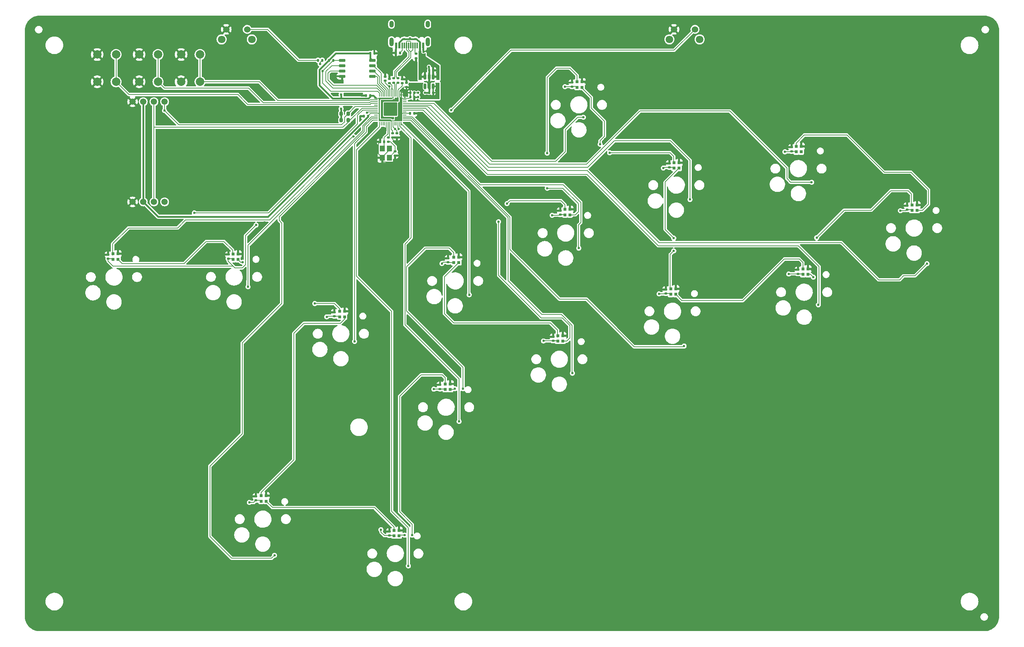
<source format=gtl>
G04 #@! TF.GenerationSoftware,KiCad,Pcbnew,7.0.9*
G04 #@! TF.CreationDate,2024-08-28T09:30:32-07:00*
G04 #@! TF.ProjectId,ergoSHIFT-rgb,6572676f-5348-4494-9654-2d7267622e6b,rev?*
G04 #@! TF.SameCoordinates,Original*
G04 #@! TF.FileFunction,Copper,L1,Top*
G04 #@! TF.FilePolarity,Positive*
%FSLAX46Y46*%
G04 Gerber Fmt 4.6, Leading zero omitted, Abs format (unit mm)*
G04 Created by KiCad (PCBNEW 7.0.9) date 2024-08-28 09:30:32*
%MOMM*%
%LPD*%
G01*
G04 APERTURE LIST*
G04 Aperture macros list*
%AMRoundRect*
0 Rectangle with rounded corners*
0 $1 Rounding radius*
0 $2 $3 $4 $5 $6 $7 $8 $9 X,Y pos of 4 corners*
0 Add a 4 corners polygon primitive as box body*
4,1,4,$2,$3,$4,$5,$6,$7,$8,$9,$2,$3,0*
0 Add four circle primitives for the rounded corners*
1,1,$1+$1,$2,$3*
1,1,$1+$1,$4,$5*
1,1,$1+$1,$6,$7*
1,1,$1+$1,$8,$9*
0 Add four rect primitives between the rounded corners*
20,1,$1+$1,$2,$3,$4,$5,0*
20,1,$1+$1,$4,$5,$6,$7,0*
20,1,$1+$1,$6,$7,$8,$9,0*
20,1,$1+$1,$8,$9,$2,$3,0*%
G04 Aperture macros list end*
G04 #@! TA.AperFunction,ComponentPad*
%ADD10C,1.524000*%
G04 #@! TD*
G04 #@! TA.AperFunction,ComponentPad*
%ADD11C,1.800000*%
G04 #@! TD*
G04 #@! TA.AperFunction,SMDPad,CuDef*
%ADD12RoundRect,0.140000X0.170000X-0.140000X0.170000X0.140000X-0.170000X0.140000X-0.170000X-0.140000X0*%
G04 #@! TD*
G04 #@! TA.AperFunction,SMDPad,CuDef*
%ADD13R,0.700000X0.800000*%
G04 #@! TD*
G04 #@! TA.AperFunction,SMDPad,CuDef*
%ADD14RoundRect,0.140000X0.140000X0.170000X-0.140000X0.170000X-0.140000X-0.170000X0.140000X-0.170000X0*%
G04 #@! TD*
G04 #@! TA.AperFunction,SMDPad,CuDef*
%ADD15RoundRect,0.140000X-0.140000X-0.170000X0.140000X-0.170000X0.140000X0.170000X-0.140000X0.170000X0*%
G04 #@! TD*
G04 #@! TA.AperFunction,ComponentPad*
%ADD16C,1.500000*%
G04 #@! TD*
G04 #@! TA.AperFunction,SMDPad,CuDef*
%ADD17RoundRect,0.150000X-0.650000X-0.150000X0.650000X-0.150000X0.650000X0.150000X-0.650000X0.150000X0*%
G04 #@! TD*
G04 #@! TA.AperFunction,ComponentPad*
%ADD18C,2.000000*%
G04 #@! TD*
G04 #@! TA.AperFunction,SMDPad,CuDef*
%ADD19RoundRect,0.140000X-0.170000X0.140000X-0.170000X-0.140000X0.170000X-0.140000X0.170000X0.140000X0*%
G04 #@! TD*
G04 #@! TA.AperFunction,SMDPad,CuDef*
%ADD20RoundRect,0.135000X0.135000X0.185000X-0.135000X0.185000X-0.135000X-0.185000X0.135000X-0.185000X0*%
G04 #@! TD*
G04 #@! TA.AperFunction,SMDPad,CuDef*
%ADD21RoundRect,0.135000X-0.185000X0.135000X-0.185000X-0.135000X0.185000X-0.135000X0.185000X0.135000X0*%
G04 #@! TD*
G04 #@! TA.AperFunction,SMDPad,CuDef*
%ADD22RoundRect,0.135000X0.185000X-0.135000X0.185000X0.135000X-0.185000X0.135000X-0.185000X-0.135000X0*%
G04 #@! TD*
G04 #@! TA.AperFunction,SMDPad,CuDef*
%ADD23R,0.600000X1.450000*%
G04 #@! TD*
G04 #@! TA.AperFunction,SMDPad,CuDef*
%ADD24R,0.300000X1.450000*%
G04 #@! TD*
G04 #@! TA.AperFunction,ComponentPad*
%ADD25O,1.000000X2.100000*%
G04 #@! TD*
G04 #@! TA.AperFunction,ComponentPad*
%ADD26O,1.000000X1.600000*%
G04 #@! TD*
G04 #@! TA.AperFunction,SMDPad,CuDef*
%ADD27RoundRect,0.050000X-0.387500X-0.050000X0.387500X-0.050000X0.387500X0.050000X-0.387500X0.050000X0*%
G04 #@! TD*
G04 #@! TA.AperFunction,SMDPad,CuDef*
%ADD28RoundRect,0.050000X-0.050000X-0.387500X0.050000X-0.387500X0.050000X0.387500X-0.050000X0.387500X0*%
G04 #@! TD*
G04 #@! TA.AperFunction,ComponentPad*
%ADD29C,0.600000*%
G04 #@! TD*
G04 #@! TA.AperFunction,SMDPad,CuDef*
%ADD30RoundRect,0.144000X-1.456000X-1.456000X1.456000X-1.456000X1.456000X1.456000X-1.456000X1.456000X0*%
G04 #@! TD*
G04 #@! TA.AperFunction,SMDPad,CuDef*
%ADD31RoundRect,0.200000X-0.200000X-0.275000X0.200000X-0.275000X0.200000X0.275000X-0.200000X0.275000X0*%
G04 #@! TD*
G04 #@! TA.AperFunction,SMDPad,CuDef*
%ADD32RoundRect,0.200000X0.200000X0.275000X-0.200000X0.275000X-0.200000X-0.275000X0.200000X-0.275000X0*%
G04 #@! TD*
G04 #@! TA.AperFunction,SMDPad,CuDef*
%ADD33RoundRect,0.150000X-0.150000X0.512500X-0.150000X-0.512500X0.150000X-0.512500X0.150000X0.512500X0*%
G04 #@! TD*
G04 #@! TA.AperFunction,SMDPad,CuDef*
%ADD34R,1.200000X1.400000*%
G04 #@! TD*
G04 #@! TA.AperFunction,SMDPad,CuDef*
%ADD35RoundRect,0.135000X-0.135000X-0.185000X0.135000X-0.185000X0.135000X0.185000X-0.135000X0.185000X0*%
G04 #@! TD*
G04 #@! TA.AperFunction,ViaPad*
%ADD36C,0.600000*%
G04 #@! TD*
G04 #@! TA.AperFunction,Conductor*
%ADD37C,0.400000*%
G04 #@! TD*
G04 #@! TA.AperFunction,Conductor*
%ADD38C,0.200000*%
G04 #@! TD*
G04 APERTURE END LIST*
D10*
X205200000Y-53750000D03*
X210200000Y-53750000D03*
D11*
X204100000Y-56150000D03*
X211300000Y-56150000D03*
D12*
X151375000Y-109280000D03*
X151375000Y-108320000D03*
D13*
X182100000Y-67550000D03*
X183300000Y-67550000D03*
X183300000Y-66250000D03*
X182100000Y-66250000D03*
D14*
X147786000Y-68863000D03*
X146826000Y-68863000D03*
D12*
X124300000Y-122130000D03*
X124300000Y-121170000D03*
D15*
X132828000Y-59465000D03*
X133788000Y-59465000D03*
D12*
X149450000Y-139455000D03*
X149450000Y-138495000D03*
D16*
X76190000Y-71000000D03*
X76190000Y-94876000D03*
X78730000Y-71000000D03*
X78730000Y-94876000D03*
X81270000Y-71000000D03*
X81270000Y-94876000D03*
X83810000Y-71000000D03*
X83810000Y-94876000D03*
D12*
X137372000Y-66549000D03*
X137372000Y-65589000D03*
X180900000Y-67405000D03*
X180900000Y-66445000D03*
D17*
X126108000Y-61116000D03*
X126108000Y-62386000D03*
X126108000Y-63656000D03*
X126108000Y-64926000D03*
X133308000Y-64926000D03*
X133308000Y-63656000D03*
X133308000Y-62386000D03*
X133308000Y-61116000D03*
D12*
X99000000Y-108380000D03*
X99000000Y-107420000D03*
D18*
X72250000Y-59750000D03*
X72250000Y-66250000D03*
X67750000Y-59750000D03*
X67750000Y-66250000D03*
X82250000Y-59750000D03*
X82250000Y-66250000D03*
X77750000Y-59750000D03*
X77750000Y-66250000D03*
D19*
X138134000Y-78541000D03*
X138134000Y-79501000D03*
D15*
X142353000Y-69879000D03*
X143313000Y-69879000D03*
D14*
X147786000Y-63529000D03*
X146826000Y-63529000D03*
D13*
X205200000Y-86850000D03*
X206400000Y-86850000D03*
X206400000Y-85550000D03*
X205200000Y-85550000D03*
D14*
X132772000Y-69498000D03*
X131812000Y-69498000D03*
D20*
X121372000Y-61116000D03*
X120352000Y-61116000D03*
D14*
X132280000Y-74450000D03*
X131320000Y-74450000D03*
D12*
X141436000Y-67466000D03*
X141436000Y-66506000D03*
X178075000Y-97905000D03*
X178075000Y-96945000D03*
D20*
X139918000Y-59338000D03*
X138898000Y-59338000D03*
D21*
X138388000Y-65430000D03*
X138388000Y-66450000D03*
D22*
X137118000Y-80547000D03*
X137118000Y-79527000D03*
D23*
X145454000Y-57635000D03*
X144654000Y-57635000D03*
D24*
X143954000Y-57635000D03*
X143454000Y-57635000D03*
X142954000Y-57635000D03*
X142454000Y-57635000D03*
X141954000Y-57635000D03*
X141454000Y-57635000D03*
X140954000Y-57635000D03*
X140454000Y-57635000D03*
D23*
X139754000Y-57635000D03*
X138954000Y-57635000D03*
D25*
X146524000Y-56720000D03*
D26*
X146524000Y-52540000D03*
D25*
X137884000Y-56720000D03*
D26*
X137884000Y-52540000D03*
D27*
X134183500Y-70195000D03*
X134183500Y-70595000D03*
X134183500Y-70995000D03*
X134183500Y-71395000D03*
X134183500Y-71795000D03*
X134183500Y-72195000D03*
X134183500Y-72595000D03*
X134183500Y-72995000D03*
X134183500Y-73395000D03*
X134183500Y-73795000D03*
X134183500Y-74195000D03*
X134183500Y-74595000D03*
X134183500Y-74995000D03*
X134183500Y-75395000D03*
D28*
X135021000Y-76232500D03*
X135421000Y-76232500D03*
X135821000Y-76232500D03*
X136221000Y-76232500D03*
X136621000Y-76232500D03*
X137021000Y-76232500D03*
X137421000Y-76232500D03*
X137821000Y-76232500D03*
X138221000Y-76232500D03*
X138621000Y-76232500D03*
X139021000Y-76232500D03*
X139421000Y-76232500D03*
X139821000Y-76232500D03*
X140221000Y-76232500D03*
D27*
X141058500Y-75395000D03*
X141058500Y-74995000D03*
X141058500Y-74595000D03*
X141058500Y-74195000D03*
X141058500Y-73795000D03*
X141058500Y-73395000D03*
X141058500Y-72995000D03*
X141058500Y-72595000D03*
X141058500Y-72195000D03*
X141058500Y-71795000D03*
X141058500Y-71395000D03*
X141058500Y-70995000D03*
X141058500Y-70595000D03*
X141058500Y-70195000D03*
D28*
X140221000Y-69357500D03*
X139821000Y-69357500D03*
X139421000Y-69357500D03*
X139021000Y-69357500D03*
X138621000Y-69357500D03*
X138221000Y-69357500D03*
X137821000Y-69357500D03*
X137421000Y-69357500D03*
X137021000Y-69357500D03*
X136621000Y-69357500D03*
X136221000Y-69357500D03*
X135821000Y-69357500D03*
X135421000Y-69357500D03*
X135021000Y-69357500D03*
D29*
X136346000Y-71520000D03*
X136346000Y-72795000D03*
X136346000Y-74070000D03*
X137621000Y-71520000D03*
X137621000Y-72795000D03*
D30*
X137621000Y-72795000D03*
D29*
X137621000Y-74070000D03*
X138896000Y-71520000D03*
X138896000Y-72795000D03*
X138896000Y-74070000D03*
D21*
X139404000Y-65430000D03*
X139404000Y-66450000D03*
D31*
X125883000Y-75400000D03*
X127533000Y-75400000D03*
D32*
X127533000Y-73876000D03*
X125883000Y-73876000D03*
D21*
X143726000Y-59590000D03*
X143726000Y-60610000D03*
D15*
X135192000Y-80545000D03*
X136152000Y-80545000D03*
D18*
X92250000Y-59750000D03*
X92250000Y-66250000D03*
X87750000Y-59750000D03*
X87750000Y-66250000D03*
D12*
X136356000Y-65970000D03*
X136356000Y-65010000D03*
X203225000Y-116705000D03*
X203225000Y-115745000D03*
D19*
X138769000Y-82859000D03*
X138769000Y-83819000D03*
D13*
X177500000Y-128050000D03*
X178700000Y-128050000D03*
X178700000Y-126750000D03*
X177500000Y-126750000D03*
X179200000Y-97950000D03*
X180400000Y-97950000D03*
X180400000Y-96650000D03*
X179200000Y-96650000D03*
D15*
X142325000Y-73794934D03*
X143285000Y-73794934D03*
D12*
X140420000Y-66577000D03*
X140420000Y-65617000D03*
D33*
X147786000Y-65064000D03*
X146836000Y-65064000D03*
X145886000Y-65064000D03*
X145886000Y-67339000D03*
X147786000Y-67339000D03*
D12*
X105575000Y-166005000D03*
X105575000Y-165045000D03*
D34*
X135672000Y-82155000D03*
X135672000Y-84355000D03*
X137372000Y-84355000D03*
X137372000Y-82155000D03*
D13*
X204400000Y-116900000D03*
X205600000Y-116900000D03*
X205600000Y-115600000D03*
X204400000Y-115600000D03*
D35*
X123017000Y-61116000D03*
X124037000Y-61116000D03*
D13*
X138500000Y-174450000D03*
X139700000Y-174450000D03*
X139700000Y-173150000D03*
X138500000Y-173150000D03*
X100100000Y-108600000D03*
X101300000Y-108600000D03*
X101300000Y-107300000D03*
X100100000Y-107300000D03*
D19*
X139150000Y-78541000D03*
X139150000Y-79501000D03*
D12*
X70350000Y-108400000D03*
X70350000Y-107440000D03*
D15*
X142353000Y-68863000D03*
X143313000Y-68863000D03*
D12*
X233200000Y-82805000D03*
X233200000Y-81845000D03*
D13*
X261900000Y-96900000D03*
X263100000Y-96900000D03*
X263100000Y-95600000D03*
X261900000Y-95600000D03*
X152700000Y-109350000D03*
X153900000Y-109350000D03*
X153900000Y-108050000D03*
X152700000Y-108050000D03*
D12*
X260725000Y-96730000D03*
X260725000Y-95770000D03*
D13*
X235900000Y-112150000D03*
X237100000Y-112150000D03*
X237100000Y-110850000D03*
X235900000Y-110850000D03*
D12*
X234750000Y-112005000D03*
X234750000Y-111045000D03*
D13*
X150700000Y-139550000D03*
X151900000Y-139550000D03*
X151900000Y-138250000D03*
X150700000Y-138250000D03*
D10*
X98500000Y-53750000D03*
X103500000Y-53750000D03*
D11*
X97400000Y-56150000D03*
X104600000Y-56150000D03*
D12*
X204075000Y-86655000D03*
X204075000Y-85695000D03*
X176400000Y-127980000D03*
X176400000Y-127020000D03*
D13*
X125500000Y-122250000D03*
X126700000Y-122250000D03*
X126700000Y-120950000D03*
X125500000Y-120950000D03*
X234300000Y-82950000D03*
X235500000Y-82950000D03*
X235500000Y-81650000D03*
X234300000Y-81650000D03*
X106800000Y-166200000D03*
X108000000Y-166200000D03*
X108000000Y-164900000D03*
X106800000Y-164900000D03*
X71500000Y-108550000D03*
X72700000Y-108550000D03*
X72700000Y-107250000D03*
X71500000Y-107250000D03*
D12*
X137400000Y-174380000D03*
X137400000Y-173420000D03*
D36*
X125895200Y-72656800D03*
X125895200Y-69304000D03*
X137372000Y-67339000D03*
X138184800Y-74933600D03*
X138769000Y-77499000D03*
X138388000Y-70695500D03*
X149900000Y-109550000D03*
X176150000Y-98050000D03*
X179200000Y-67400000D03*
X148900000Y-63500000D03*
X143586000Y-56036000D03*
X142293966Y-55944500D03*
X231650000Y-82950000D03*
X232550000Y-112050000D03*
X122450000Y-122250000D03*
X135375000Y-172975000D03*
X140936000Y-56036000D03*
X201650000Y-116800000D03*
X105600000Y-100400000D03*
X259150000Y-96950000D03*
X174100000Y-128000000D03*
X147950000Y-139500000D03*
X202650000Y-86800000D03*
X104000000Y-166500000D03*
X83782000Y-73114000D03*
X120862000Y-62005000D03*
X121497000Y-63656000D03*
X90894000Y-97498000D03*
X103700000Y-115100000D03*
X129100000Y-128100000D03*
X110000000Y-179100000D03*
X141900000Y-181600000D03*
X156400000Y-117000000D03*
X182500000Y-105900000D03*
X209000000Y-94300000D03*
X238000000Y-90200000D03*
X265500000Y-109600000D03*
X183600000Y-74700000D03*
X154000000Y-147200000D03*
X181000000Y-135700000D03*
X207600000Y-129200000D03*
X239600000Y-119400000D03*
X139611200Y-77482800D03*
X152108000Y-73012400D03*
X132050000Y-73594500D03*
X128793246Y-79293246D03*
X103340000Y-154140000D03*
X202800000Y-85600000D03*
X193764000Y-125692000D03*
X220180000Y-182080000D03*
X236500000Y-81700000D03*
X276060000Y-116040000D03*
X176400000Y-125400000D03*
X270980000Y-121120000D03*
X204940000Y-146520000D03*
X159220000Y-60160000D03*
X57620000Y-179540000D03*
X63600000Y-118500000D03*
X184061200Y-89268400D03*
X139658000Y-83849000D03*
X52540000Y-133820000D03*
X92000000Y-118300000D03*
X108420000Y-128740000D03*
X164300000Y-146520000D03*
X206700000Y-115600000D03*
X88100000Y-128740000D03*
X245580000Y-55080000D03*
X133312000Y-76924000D03*
X84036000Y-119342000D03*
X108420000Y-149060000D03*
X128232000Y-86068000D03*
X134328000Y-82512000D03*
X72860000Y-164300000D03*
X104000000Y-165000000D03*
X83020000Y-164300000D03*
X88100000Y-179540000D03*
X136203600Y-78337200D03*
X111366400Y-69507200D03*
X155410000Y-92926000D03*
X220180000Y-60160000D03*
X210020000Y-182080000D03*
X260820000Y-121120000D03*
X134836000Y-78956000D03*
X161201200Y-92265600D03*
X235420000Y-187160000D03*
X109200000Y-165000000D03*
X215100000Y-187160000D03*
X144230000Y-73816000D03*
X138900000Y-138900000D03*
X142252800Y-76670000D03*
X155410000Y-101562000D03*
X265900000Y-75400000D03*
X84798000Y-78194000D03*
X250660000Y-121120000D03*
X174460000Y-187160000D03*
X199860000Y-151600000D03*
X159220000Y-182080000D03*
X265900000Y-85560000D03*
X86068000Y-119342000D03*
X144900000Y-114800000D03*
X128740000Y-169380000D03*
X199860000Y-182080000D03*
X139700000Y-172000000D03*
X166840000Y-97752000D03*
X101308000Y-100038000D03*
X130264000Y-90132000D03*
X149060000Y-192240000D03*
X189700000Y-192240000D03*
X117500000Y-128000000D03*
X101400000Y-106300000D03*
X52540000Y-164300000D03*
X235928000Y-105473600D03*
X62700000Y-164300000D03*
X155000000Y-108200000D03*
X179540000Y-182080000D03*
X179540000Y-151600000D03*
X83782000Y-111214000D03*
X169380000Y-151600000D03*
X126700000Y-119600000D03*
X85052000Y-72860000D03*
X113500000Y-133820000D03*
X82512000Y-93307000D03*
X255740000Y-187160000D03*
X254000000Y-107500000D03*
X194780000Y-95720000D03*
X125600000Y-79300000D03*
X103340000Y-143980000D03*
X108420000Y-138900000D03*
X105372000Y-75400000D03*
X134578000Y-87532000D03*
X139100000Y-80700000D03*
X164554000Y-104864000D03*
X103340000Y-187160000D03*
X255740000Y-55080000D03*
X142400000Y-117500000D03*
X154140000Y-156680000D03*
X199860000Y-141440000D03*
X89624000Y-97244000D03*
X203300000Y-114550000D03*
X220180000Y-192240000D03*
X121424800Y-69608800D03*
X153000000Y-138300000D03*
X87846000Y-99276000D03*
X133820000Y-154140000D03*
X156273600Y-90640000D03*
X197100000Y-92200000D03*
X128232000Y-94704000D03*
X130264000Y-103340000D03*
X276060000Y-85560000D03*
X260820000Y-80480000D03*
X142800000Y-150000000D03*
X169380000Y-192240000D03*
X140039000Y-79531000D03*
X130264000Y-98768000D03*
X192240000Y-98260000D03*
X255740000Y-85560000D03*
X168800000Y-107600000D03*
X235420000Y-65240000D03*
X95212000Y-77940000D03*
X159220000Y-161760000D03*
X57620000Y-77940000D03*
X136868000Y-121374000D03*
X265900000Y-156680000D03*
X113500000Y-108420000D03*
X141182000Y-81436000D03*
X220180000Y-70320000D03*
X57620000Y-128740000D03*
X86068000Y-104102000D03*
X83782000Y-103340000D03*
X265900000Y-177000000D03*
X130111600Y-114719200D03*
X197574000Y-74130000D03*
X62700000Y-133820000D03*
X140600000Y-147500000D03*
X195000000Y-93900000D03*
X57620000Y-169380000D03*
X83020000Y-52540000D03*
X157188000Y-92926000D03*
X113500000Y-116040000D03*
X189700000Y-141440000D03*
X108300000Y-96600000D03*
X238050000Y-111050000D03*
X111000000Y-93700000D03*
X113500000Y-154140000D03*
X220180000Y-141440000D03*
X151800000Y-137200000D03*
X245580000Y-136360000D03*
X260700000Y-94550000D03*
X194780000Y-55080000D03*
X57620000Y-159220000D03*
X95212000Y-100038000D03*
X123660000Y-154140000D03*
X128740000Y-52540000D03*
X128232000Y-103340000D03*
X122898000Y-87846000D03*
X255740000Y-126200000D03*
X104051200Y-72606000D03*
X196600000Y-127100000D03*
X270980000Y-131280000D03*
X270980000Y-70320000D03*
X128000000Y-182000000D03*
X105727600Y-65240000D03*
X225260000Y-55080000D03*
X118580000Y-149060000D03*
X135344000Y-86068000D03*
X110452000Y-75400000D03*
X57620000Y-138900000D03*
X113500000Y-123660000D03*
X110452000Y-77940000D03*
X52540000Y-113500000D03*
X140424000Y-124930000D03*
X276060000Y-75400000D03*
X255740000Y-136360000D03*
X77940000Y-192240000D03*
X166840000Y-59906000D03*
X130895000Y-69498000D03*
X142456000Y-114008000D03*
X270980000Y-151600000D03*
X230340000Y-60160000D03*
X265900000Y-187160000D03*
X169380000Y-182080000D03*
X52540000Y-103340000D03*
X101816000Y-96600000D03*
X169600000Y-138600000D03*
X83020000Y-187160000D03*
X118580000Y-182080000D03*
X52540000Y-62700000D03*
X143472000Y-65621000D03*
X178800000Y-125700000D03*
X108420000Y-182080000D03*
X79972000Y-93307000D03*
X230340000Y-182080000D03*
X270980000Y-182080000D03*
X79972000Y-72225000D03*
X253850000Y-102250000D03*
X97400000Y-174000000D03*
X167094000Y-105626000D03*
X174900000Y-127000000D03*
X154140000Y-166840000D03*
X230340000Y-141440000D03*
X96736000Y-68542000D03*
X89878000Y-100038000D03*
X57620000Y-98260000D03*
X90100000Y-116100000D03*
X52540000Y-123660000D03*
X202196800Y-103441600D03*
X142202000Y-123660000D03*
X121500000Y-83400000D03*
X150888800Y-72860000D03*
X229832000Y-74130000D03*
X264100000Y-95600000D03*
X115500000Y-130000000D03*
X265900000Y-146520000D03*
X57620000Y-108420000D03*
X276060000Y-156680000D03*
X57620000Y-118580000D03*
X84925000Y-93307000D03*
X152311200Y-74180800D03*
X270980000Y-141440000D03*
X270980000Y-60160000D03*
X240500000Y-60160000D03*
X145881000Y-68863000D03*
X88100000Y-192240000D03*
X72860000Y-187160000D03*
X81496000Y-124930000D03*
X128079600Y-111468000D03*
X144230000Y-69879000D03*
X207500000Y-85600000D03*
X151600000Y-52540000D03*
X141236800Y-102882800D03*
X211544000Y-103340000D03*
X188785600Y-79921200D03*
X200520400Y-106083200D03*
X130264000Y-94704000D03*
X191376400Y-81496000D03*
X258534000Y-112484000D03*
X61400000Y-116400000D03*
X117300000Y-132100000D03*
X128232000Y-90132000D03*
X127700000Y-120900000D03*
X124422000Y-69253200D03*
X87795200Y-75400000D03*
X77940000Y-179540000D03*
X270980000Y-90640000D03*
X57620000Y-67780000D03*
X95470000Y-96500000D03*
X225260000Y-65240000D03*
X128943200Y-76162000D03*
X260820000Y-192240000D03*
X143472000Y-90132000D03*
X126047600Y-66306800D03*
X130619600Y-111772800D03*
X82766000Y-78194000D03*
X265900000Y-126200000D03*
X116040000Y-94704000D03*
X136450000Y-173350000D03*
X226650000Y-92950000D03*
X183858000Y-119088000D03*
X169200000Y-89300000D03*
X234800000Y-109700000D03*
X184620000Y-187160000D03*
X84544000Y-74892000D03*
X98260000Y-182080000D03*
X250660000Y-182080000D03*
X260820000Y-182080000D03*
X176390400Y-84086800D03*
X246088000Y-103848000D03*
X120104000Y-77940000D03*
X164300000Y-55080000D03*
X123660000Y-143980000D03*
X240500000Y-192240000D03*
X67780000Y-169380000D03*
X259550000Y-114262000D03*
X276060000Y-65240000D03*
X52540000Y-154140000D03*
X95212000Y-75400000D03*
X166586000Y-113500000D03*
X233350000Y-111100000D03*
X130518000Y-83528000D03*
X270980000Y-110960000D03*
X103340000Y-133820000D03*
X270980000Y-161760000D03*
X141436000Y-65586400D03*
X204940000Y-136360000D03*
X204940000Y-65240000D03*
X143472000Y-96228000D03*
X84899600Y-85052000D03*
X180900000Y-65200000D03*
X174460000Y-146520000D03*
X276060000Y-126200000D03*
X237100000Y-109800000D03*
X136868000Y-167094000D03*
X127978000Y-82512000D03*
X82766000Y-74892000D03*
X128232000Y-98768000D03*
X118580000Y-192240000D03*
X162268000Y-83985200D03*
X193256000Y-127978000D03*
X250660000Y-141440000D03*
X180400000Y-95600000D03*
X194780000Y-136360000D03*
X265900000Y-136360000D03*
X98260000Y-192240000D03*
X184620000Y-146520000D03*
X82766000Y-72606000D03*
X174000000Y-78000000D03*
X224150000Y-90800000D03*
X119088000Y-91402000D03*
X169700000Y-133500000D03*
X52540000Y-174460000D03*
X231850000Y-81850000D03*
X263000000Y-94500000D03*
X150000000Y-108400000D03*
X251700000Y-105000000D03*
X210020000Y-192240000D03*
X151400000Y-107100000D03*
X276060000Y-146520000D03*
X115200000Y-85500000D03*
X93180000Y-52540000D03*
X107658000Y-99784000D03*
X222212000Y-103340000D03*
X240500000Y-182080000D03*
X112100000Y-98900000D03*
X225700000Y-120100000D03*
X204940000Y-187160000D03*
X201950000Y-115700000D03*
X197000000Y-96900000D03*
X98930000Y-106210000D03*
X183908800Y-84645600D03*
X100647600Y-70218400D03*
X140674000Y-87532000D03*
X98260000Y-138900000D03*
X164554000Y-107658000D03*
X70350000Y-106110000D03*
X192392400Y-79362400D03*
X149400000Y-137100000D03*
X210020000Y-141440000D03*
X276060000Y-166840000D03*
X138900000Y-128740000D03*
X127470000Y-72352000D03*
X128740000Y-138900000D03*
X235420000Y-136360000D03*
X211544000Y-106388000D03*
X179540000Y-192240000D03*
X132546000Y-81436000D03*
X138007000Y-59338000D03*
X176900000Y-96900000D03*
X67780000Y-192240000D03*
X52540000Y-83020000D03*
X185128000Y-117310000D03*
X62700000Y-187160000D03*
X253454000Y-114262000D03*
X133820000Y-164300000D03*
X86250000Y-107820000D03*
X101100000Y-109700000D03*
X140420000Y-64621200D03*
X141440000Y-90132000D03*
X179700000Y-126700000D03*
X123660000Y-164300000D03*
X67780000Y-128740000D03*
X62700000Y-154140000D03*
X166586000Y-108166000D03*
X154140000Y-177000000D03*
X75704800Y-68491200D03*
X88404800Y-68542000D03*
X72860000Y-174460000D03*
X105372000Y-77940000D03*
X83020000Y-133820000D03*
X145504000Y-59084000D03*
X260820000Y-131280000D03*
X142600000Y-145000000D03*
X141440000Y-96228000D03*
X134324000Y-80547000D03*
X109690000Y-100292000D03*
X127825600Y-69304000D03*
X67780000Y-138900000D03*
X94297600Y-65240000D03*
X270980000Y-171920000D03*
X52540000Y-143980000D03*
X233896000Y-106286400D03*
X240500000Y-70320000D03*
X174460000Y-55080000D03*
X52540000Y-72860000D03*
X189700000Y-151600000D03*
X177850000Y-95800000D03*
X276060000Y-95720000D03*
X115024000Y-77940000D03*
X63500000Y-114400000D03*
X149009200Y-77432000D03*
X178625600Y-84899600D03*
X240500000Y-141440000D03*
X143472000Y-80734000D03*
X130010000Y-80988000D03*
X138900000Y-167094000D03*
X177101600Y-92214800D03*
X136356000Y-64011600D03*
X156934000Y-101562000D03*
X244564000Y-105626000D03*
X106300000Y-94800000D03*
X232778400Y-103492400D03*
X194780000Y-65240000D03*
X114300000Y-90500000D03*
X144230000Y-68863000D03*
X83020000Y-68440400D03*
X194780000Y-146520000D03*
X226550000Y-88400000D03*
X265900000Y-55080000D03*
X270980000Y-80480000D03*
X103238400Y-68796000D03*
X159220000Y-192240000D03*
X225260000Y-136360000D03*
X130264000Y-106896000D03*
X138900000Y-159220000D03*
X123660000Y-174460000D03*
X171900000Y-75400000D03*
X245580000Y-187160000D03*
X148552000Y-85814000D03*
X130300000Y-179800000D03*
X52540000Y-184620000D03*
X99000000Y-176300000D03*
X93180000Y-187160000D03*
X72700000Y-106100000D03*
X225260000Y-187160000D03*
X118580000Y-138900000D03*
X164300000Y-177000000D03*
X133820000Y-143980000D03*
X185890000Y-87033200D03*
X150025200Y-84391600D03*
X255740000Y-146520000D03*
X124472800Y-64926000D03*
X265900000Y-65240000D03*
X142252800Y-105270400D03*
X276060000Y-105880000D03*
X83770000Y-107930000D03*
X260820000Y-141440000D03*
X94297600Y-66967200D03*
X80226000Y-122898000D03*
X72860000Y-133820000D03*
X91900000Y-114400000D03*
X179700000Y-66400000D03*
X164808000Y-99022000D03*
X164300000Y-187160000D03*
X223736000Y-74384000D03*
X105321200Y-70726400D03*
X245580000Y-75400000D03*
X128740000Y-159220000D03*
X52540000Y-93180000D03*
X57620000Y-149060000D03*
X139662000Y-81750000D03*
X143726000Y-61624000D03*
X137372000Y-64621200D03*
X215100000Y-136360000D03*
X172428000Y-122390000D03*
X93180000Y-133820000D03*
X270980000Y-192240000D03*
X134578000Y-59465000D03*
X77940000Y-128740000D03*
X108978800Y-70269200D03*
X207480000Y-74384000D03*
X128740000Y-73622000D03*
X164300000Y-166840000D03*
X178524000Y-117056000D03*
X197574000Y-72098000D03*
X181500000Y-96900000D03*
X138646000Y-120104000D03*
X250660000Y-80480000D03*
X62700000Y-52540000D03*
X120104000Y-75400000D03*
X265900000Y-166840000D03*
X146820800Y-62640000D03*
X111200000Y-89600000D03*
X174287200Y-72655200D03*
X205600000Y-114600000D03*
X250660000Y-131280000D03*
X99000000Y-172300000D03*
X250660000Y-192240000D03*
X115024000Y-75400000D03*
X147028000Y-131280000D03*
X189700000Y-182080000D03*
X144081600Y-78397200D03*
X88100000Y-169380000D03*
X194100000Y-124600000D03*
X230340000Y-192240000D03*
X130475000Y-75300000D03*
X227900000Y-117750000D03*
X93180000Y-154140000D03*
X183000000Y-65200000D03*
X86068000Y-110960000D03*
X130264000Y-86068000D03*
X108200000Y-163700000D03*
X206400000Y-84500000D03*
X202704800Y-106337200D03*
X134324000Y-84357000D03*
X137626000Y-87532000D03*
X260820000Y-151600000D03*
X100800000Y-75400000D03*
X98260000Y-128740000D03*
X77940000Y-138900000D03*
X210020000Y-70320000D03*
X118580000Y-169380000D03*
X147231200Y-76670000D03*
X130250000Y-77650000D03*
X230340000Y-70320000D03*
X128232000Y-106896000D03*
X132546000Y-85500000D03*
X184100000Y-66400000D03*
X139916000Y-114008000D03*
X108420000Y-192240000D03*
X276060000Y-177000000D03*
X215100000Y-65240000D03*
X199860000Y-192240000D03*
X100800000Y-77940000D03*
X105880000Y-67221200D03*
X148100000Y-138400000D03*
X276060000Y-136360000D03*
X105500000Y-163750000D03*
X79972000Y-85052000D03*
X83020000Y-174460000D03*
X93180000Y-164300000D03*
X118580000Y-159220000D03*
X167600000Y-136000000D03*
X250660000Y-60160000D03*
X159220000Y-171920000D03*
X67780000Y-179540000D03*
X137122000Y-86068000D03*
X166840000Y-57620000D03*
X82664400Y-97244000D03*
X62700000Y-143980000D03*
X113500000Y-52540000D03*
X148044000Y-129248000D03*
X235013600Y-103441600D03*
X117800000Y-87000000D03*
X233200000Y-80650000D03*
X231102000Y-72606000D03*
X184620000Y-55080000D03*
X260820000Y-60160000D03*
X130400000Y-184750000D03*
X171100000Y-103500000D03*
X125692000Y-84798000D03*
X160083600Y-90081200D03*
X113500000Y-143980000D03*
X216116000Y-74384000D03*
X145100000Y-119900000D03*
X235420000Y-55080000D03*
X140170000Y-78448000D03*
X98260000Y-149060000D03*
X128740000Y-192240000D03*
X72860000Y-52540000D03*
X79972000Y-78194000D03*
X177508000Y-118834000D03*
X138900000Y-149060000D03*
X57620000Y-88100000D03*
X171100000Y-108600000D03*
X254470000Y-112484000D03*
X128028800Y-114109600D03*
X88100000Y-138900000D03*
X82639000Y-85052000D03*
X194780000Y-187160000D03*
X153800000Y-107000000D03*
X138646000Y-86068000D03*
X204100000Y-84500000D03*
X255740000Y-75400000D03*
X113500000Y-187160000D03*
X98260000Y-159220000D03*
X77940000Y-169380000D03*
X130485825Y-74520572D03*
X235600000Y-80600000D03*
X121120000Y-52540000D03*
X123660000Y-187160000D03*
X222212000Y-106388000D03*
X141690000Y-84484000D03*
X151400000Y-110500000D03*
X62700000Y-174460000D03*
X227700000Y-122600000D03*
X164300000Y-156680000D03*
X259150000Y-95850000D03*
X132550000Y-78194000D03*
X87592000Y-97244000D03*
X196600000Y-122000000D03*
X122491600Y-72606000D03*
X173698000Y-120612000D03*
X119600000Y-119100000D03*
X102400000Y-109250000D03*
X142800000Y-174300000D03*
X141000000Y-174300000D03*
X153000000Y-139400000D03*
X154900000Y-139400000D03*
X165400000Y-95300000D03*
X163400000Y-99600000D03*
X175000000Y-83250000D03*
X175000000Y-91600000D03*
X189850000Y-83150000D03*
X187600000Y-81150000D03*
X205150000Y-106550000D03*
X205150000Y-103500000D03*
X239200000Y-103400000D03*
X238400000Y-112800000D03*
D37*
X145119000Y-69090950D02*
X145653050Y-69625000D01*
X78702000Y-71082000D02*
X78702000Y-94958000D01*
D38*
X137821000Y-77567000D02*
X138134000Y-77880000D01*
X134897000Y-70195000D02*
X134959000Y-70133000D01*
X132927000Y-73795732D02*
X134182768Y-73795732D01*
X134938000Y-73795000D02*
X134959000Y-73816000D01*
D37*
X130296450Y-76551106D02*
X130256000Y-76551106D01*
D38*
X138007000Y-67847000D02*
X137821000Y-68033000D01*
X140137000Y-70195000D02*
X141058500Y-70195000D01*
X139821000Y-69357500D02*
X139821000Y-69879000D01*
D37*
X125883000Y-75400000D02*
X125883000Y-73876000D01*
X120735000Y-67085000D02*
X120735000Y-63337654D01*
X120735000Y-67085000D02*
X123858000Y-70208000D01*
X145653050Y-69625000D02*
X147532000Y-69625000D01*
D38*
X141058500Y-70195000D02*
X142037000Y-70195000D01*
D37*
X132772000Y-69807999D02*
X132772000Y-69498000D01*
X145119000Y-68609000D02*
X145119000Y-69090950D01*
X82241000Y-98387000D02*
X78730000Y-94876000D01*
D38*
X138221000Y-70020600D02*
X138184800Y-70056800D01*
X134183500Y-73795000D02*
X134938000Y-73795000D01*
D37*
X132772000Y-69498000D02*
X133586500Y-69498000D01*
D38*
X140221000Y-70061000D02*
X140221000Y-69357500D01*
X132927000Y-73803000D02*
X132280000Y-74450000D01*
D37*
X125895200Y-70208000D02*
X132371999Y-70208000D01*
D38*
X140355000Y-70195000D02*
X140221000Y-70061000D01*
D37*
X132828000Y-59465000D02*
X132828000Y-60636000D01*
D38*
X140221000Y-69357500D02*
X140221000Y-68935000D01*
X137430529Y-66549000D02*
X138007000Y-67125471D01*
X147786000Y-67339000D02*
X147786000Y-68863000D01*
D37*
X124607654Y-59465000D02*
X132828000Y-59465000D01*
X120735000Y-63337654D02*
X124607654Y-59465000D01*
X132371999Y-70208000D02*
X132772000Y-69807999D01*
D38*
X138007000Y-67125471D02*
X138007000Y-67847000D01*
X142325000Y-73794934D02*
X140187066Y-73794934D01*
X139821000Y-69879000D02*
X140137000Y-70195000D01*
X137821000Y-75662000D02*
X137626000Y-75467000D01*
D37*
X132828000Y-60636000D02*
X133308000Y-61116000D01*
D38*
X142037000Y-70195000D02*
X142353000Y-69879000D01*
X140221000Y-68935000D02*
X140293000Y-68863000D01*
D37*
X147786000Y-69371000D02*
X147786000Y-68863000D01*
D38*
X137821000Y-76232500D02*
X137821000Y-75662000D01*
X138134000Y-77880000D02*
X138134000Y-78541000D01*
D37*
X125883000Y-73876000D02*
X125895200Y-72656800D01*
D38*
X137821000Y-68033000D02*
X137821000Y-69357500D01*
X132927000Y-73795732D02*
X132927000Y-73803000D01*
X140801000Y-67466000D02*
X139821000Y-68446000D01*
D37*
X132280000Y-74567556D02*
X130296450Y-76551106D01*
X133586500Y-69498000D02*
X134183500Y-70095000D01*
D38*
X134183500Y-70195000D02*
X134897000Y-70195000D01*
X140293000Y-68863000D02*
X142353000Y-68863000D01*
D37*
X147532000Y-69625000D02*
X147786000Y-69371000D01*
D38*
X141436000Y-67466000D02*
X140801000Y-67466000D01*
D37*
X143976000Y-67466000D02*
X145119000Y-68609000D01*
D38*
X141058500Y-70195000D02*
X140355000Y-70195000D01*
D37*
X141436000Y-67466000D02*
X143976000Y-67466000D01*
X123858000Y-70208000D02*
X125895200Y-70208000D01*
X108420106Y-98387000D02*
X82241000Y-98387000D01*
X125895200Y-69304000D02*
X125895200Y-70208000D01*
D38*
X140187066Y-73794934D02*
X140166000Y-73816000D01*
X138221000Y-69357500D02*
X138221000Y-68061000D01*
X138221000Y-69357500D02*
X138221000Y-70020600D01*
D37*
X132280000Y-74450000D02*
X132280000Y-74567556D01*
D38*
X137821000Y-76232500D02*
X137821000Y-77567000D01*
X139821000Y-68446000D02*
X139821000Y-69357500D01*
X138221000Y-68061000D02*
X138007000Y-67847000D01*
D37*
X130256000Y-76551106D02*
X108420106Y-98387000D01*
D38*
X138221000Y-76232500D02*
X138221000Y-76951000D01*
X137421000Y-67388000D02*
X137372000Y-67339000D01*
X138769000Y-77499000D02*
X139150000Y-77880000D01*
X139421000Y-69357500D02*
X139421000Y-69989000D01*
X140420000Y-66577000D02*
X140420000Y-67212000D01*
X139421000Y-69989000D02*
X139150000Y-70260000D01*
X138221000Y-76951000D02*
X138769000Y-77499000D01*
X137372000Y-67339000D02*
X137225866Y-67339000D01*
X137225866Y-67339000D02*
X136356000Y-66469134D01*
X137421000Y-69357500D02*
X137421000Y-67388000D01*
X139150000Y-77880000D02*
X139150000Y-78541000D01*
X140420000Y-67212000D02*
X139421000Y-68211000D01*
X136356000Y-66469134D02*
X136356000Y-65970000D01*
X139421000Y-68211000D02*
X139421000Y-69357500D01*
X137421000Y-76232500D02*
X137421000Y-79224000D01*
X137421000Y-79224000D02*
X137118000Y-79527000D01*
X138769000Y-81652000D02*
X138769000Y-82859000D01*
X138769000Y-82859000D02*
X137372000Y-84256000D01*
X137664000Y-80547000D02*
X138769000Y-81652000D01*
X137118000Y-80547000D02*
X137664000Y-80547000D01*
X71425000Y-108425000D02*
X70380000Y-108425000D01*
X71550000Y-110200000D02*
X100150000Y-110200000D01*
X259150000Y-96950000D02*
X260505000Y-96950000D01*
D37*
X139750000Y-56846016D02*
X140560016Y-56036000D01*
X141400000Y-56036000D02*
X140560016Y-56036000D01*
D38*
X149900000Y-109550000D02*
X150170000Y-109280000D01*
X232595000Y-112005000D02*
X234750000Y-112005000D01*
X151555000Y-109300000D02*
X152400000Y-109300000D01*
X70350000Y-108455000D02*
X70350000Y-109000000D01*
X203225000Y-116705000D02*
X204295000Y-116705000D01*
X231650000Y-82950000D02*
X233055000Y-82950000D01*
D37*
X147786000Y-62615250D02*
X147786000Y-63529000D01*
D38*
X136180000Y-174380000D02*
X137400000Y-174380000D01*
X260505000Y-96950000D02*
X260725000Y-96730000D01*
X201650000Y-116800000D02*
X203130000Y-116800000D01*
X174100000Y-128000000D02*
X174120000Y-127980000D01*
X182000000Y-67350000D02*
X180955000Y-67350000D01*
X105080000Y-166500000D02*
X105575000Y-166005000D01*
X103100000Y-102900000D02*
X103100000Y-109800000D01*
D37*
X141400000Y-56036000D02*
X143414000Y-56036000D01*
D38*
X105600000Y-100400000D02*
X103100000Y-102900000D01*
D37*
X143586000Y-56036000D02*
X143839984Y-56036000D01*
D38*
X176150000Y-98050000D02*
X177930000Y-98050000D01*
D37*
X144650000Y-56846016D02*
X144650000Y-57635000D01*
D38*
X152400000Y-109300000D02*
X152450000Y-109350000D01*
D37*
X139750000Y-57635000D02*
X139750000Y-56846016D01*
D38*
X176400000Y-127980000D02*
X177430000Y-127980000D01*
X260725000Y-96730000D02*
X261770000Y-96730000D01*
X147950000Y-139500000D02*
X147995000Y-139455000D01*
D37*
X145886000Y-61806800D02*
X145886000Y-65064000D01*
D38*
X174120000Y-127980000D02*
X176400000Y-127980000D01*
X124300000Y-122130000D02*
X125220000Y-122130000D01*
X204075000Y-86655000D02*
X205145000Y-86655000D01*
X147995000Y-139455000D02*
X149450000Y-139455000D01*
D37*
X147786000Y-65064000D02*
X147786000Y-63529000D01*
D38*
X150445000Y-139455000D02*
X150500000Y-139400000D01*
X135375000Y-172975000D02*
X135375000Y-173575000D01*
X70350000Y-109000000D02*
X71550000Y-110200000D01*
X104000000Y-166500000D02*
X105080000Y-166500000D01*
X122600000Y-122100000D02*
X124270000Y-122100000D01*
D37*
X146977550Y-61806800D02*
X147786000Y-62615250D01*
D38*
X233200000Y-82805000D02*
X234245000Y-82805000D01*
X179200000Y-67400000D02*
X180895000Y-67400000D01*
D37*
X143839984Y-56036000D02*
X144650000Y-56846016D01*
D38*
X105575000Y-166005000D02*
X106595000Y-166005000D01*
X232550000Y-112050000D02*
X232595000Y-112005000D01*
D37*
X140936000Y-56036000D02*
X141400000Y-56036000D01*
D38*
X202650000Y-86800000D02*
X202800000Y-86650000D01*
X202800000Y-86650000D02*
X204070000Y-86650000D01*
X103100000Y-109800000D02*
X102300000Y-110600000D01*
X149450000Y-139455000D02*
X150445000Y-139455000D01*
D37*
X144650000Y-60570800D02*
X145886000Y-61806800D01*
D38*
X135375000Y-173575000D02*
X136180000Y-174380000D01*
X179150000Y-97900000D02*
X178080000Y-97900000D01*
X125220000Y-122130000D02*
X125350000Y-122000000D01*
X137400000Y-174380000D02*
X138370000Y-174380000D01*
X100150000Y-110200000D02*
X98975000Y-109025000D01*
X100550000Y-110600000D02*
X100150000Y-110200000D01*
X148871000Y-63529000D02*
X148900000Y-63500000D01*
X234750000Y-112005000D02*
X235845000Y-112005000D01*
X102300000Y-110600000D02*
X100550000Y-110600000D01*
X150170000Y-109280000D02*
X151375000Y-109280000D01*
D37*
X145886000Y-61806800D02*
X146977550Y-61806800D01*
D38*
X147786000Y-63529000D02*
X148871000Y-63529000D01*
X98975000Y-109025000D02*
X98975000Y-108380000D01*
X100025000Y-108400000D02*
X98995000Y-108400000D01*
X122450000Y-122250000D02*
X122600000Y-122100000D01*
D37*
X144650000Y-57635000D02*
X144650000Y-60570800D01*
D38*
X127533000Y-75875000D02*
X126331600Y-77076400D01*
X134183500Y-72595000D02*
X130828785Y-72595000D01*
X126331600Y-77076400D02*
X81320800Y-77076400D01*
X127533000Y-75400000D02*
X127533000Y-75875000D01*
X130828785Y-72595000D02*
X128023785Y-75400000D01*
X81270000Y-71000000D02*
X81270000Y-77025600D01*
X81270000Y-77025600D02*
X81270000Y-94876000D01*
X128023785Y-75400000D02*
X127533000Y-75400000D01*
X81320800Y-77076400D02*
X81270000Y-77025600D01*
X83782000Y-73114000D02*
X83810000Y-73086000D01*
X129214000Y-72195000D02*
X127533000Y-73876000D01*
X127533000Y-73876000D02*
X126708000Y-74701000D01*
X126708000Y-74701000D02*
X126708000Y-75762648D01*
X126708000Y-75762648D02*
X125953048Y-76517600D01*
X134183500Y-72195000D02*
X129214000Y-72195000D01*
X87185600Y-76517600D02*
X83782000Y-73114000D01*
X125953048Y-76517600D02*
X87185600Y-76517600D01*
X83810000Y-73086000D02*
X83810000Y-71000000D01*
X142334000Y-56544000D02*
X142450000Y-56660000D01*
X142450000Y-56660000D02*
X142450000Y-57635000D01*
X141450000Y-58643685D02*
X141450000Y-57635000D01*
X141450000Y-57635000D02*
X141450000Y-56660000D01*
X138388000Y-65430000D02*
X138623000Y-65195000D01*
X138623000Y-63744314D02*
X142056000Y-60311314D01*
X142056000Y-59249685D02*
X141450000Y-58643685D01*
X141450000Y-56660000D02*
X141566000Y-56544000D01*
X142056000Y-60311314D02*
X142056000Y-59249685D01*
X138623000Y-65195000D02*
X138623000Y-63744314D01*
X141566000Y-56544000D02*
X142334000Y-56544000D01*
X138388000Y-66450000D02*
X138621000Y-66683000D01*
X138621000Y-66683000D02*
X138621000Y-69357500D01*
X142950000Y-57635000D02*
X142950000Y-58590000D01*
X141950000Y-58578000D02*
X141950000Y-57635000D01*
X142456000Y-60477000D02*
X139023000Y-63910000D01*
X142950000Y-58590000D02*
X142456000Y-59084000D01*
X142456000Y-59084000D02*
X142456000Y-60477000D01*
X139023000Y-65049000D02*
X139404000Y-65430000D01*
X142456000Y-59084000D02*
X141950000Y-58578000D01*
X139023000Y-63910000D02*
X139023000Y-65049000D01*
X139021000Y-66960000D02*
X139021000Y-69357500D01*
X139404000Y-66450000D02*
X139023000Y-66831000D01*
X139023000Y-66831000D02*
X139023000Y-66958000D01*
X139023000Y-66958000D02*
X139021000Y-66960000D01*
X121497000Y-63656000D02*
X124037000Y-61116000D01*
X121497000Y-66577000D02*
X121497000Y-63656000D01*
X120862000Y-62005000D02*
X120862000Y-61626000D01*
X124037000Y-61116000D02*
X126108000Y-61116000D01*
X120862000Y-61626000D02*
X121372000Y-61116000D01*
X123402000Y-68482000D02*
X121497000Y-66577000D01*
X134578000Y-68482000D02*
X123402000Y-68482000D01*
X135021000Y-69357500D02*
X135021000Y-68925000D01*
X135021000Y-68925000D02*
X134578000Y-68482000D01*
X137021000Y-76232500D02*
X137021000Y-78685076D01*
X137021000Y-78685076D02*
X136152000Y-79554076D01*
X136152000Y-80545000D02*
X136152000Y-81675000D01*
X136152000Y-79554076D02*
X136152000Y-80545000D01*
X140450000Y-58806000D02*
X140450000Y-57635000D01*
X139918000Y-59338000D02*
X140450000Y-58806000D01*
X143450000Y-57635000D02*
X143450000Y-59314000D01*
X143450000Y-59314000D02*
X143726000Y-59590000D01*
X134183500Y-71395000D02*
X133023476Y-71395000D01*
X132789161Y-71629315D02*
X103633315Y-71629315D01*
X75304000Y-69304000D02*
X72250000Y-66250000D01*
X101308000Y-69304000D02*
X75304000Y-69304000D01*
X133023476Y-71395000D02*
X132789161Y-71629315D01*
X72250000Y-59750000D02*
X72250000Y-66250000D01*
X103633315Y-71629315D02*
X101308000Y-69304000D01*
X83780000Y-67780000D02*
X82250000Y-66250000D01*
X134183500Y-70995000D02*
X132857791Y-70995000D01*
X132857791Y-70995000D02*
X132623476Y-71229315D01*
X132623476Y-71229315D02*
X107297315Y-71229315D01*
X107297315Y-71229315D02*
X103848000Y-67780000D01*
X82250000Y-59750000D02*
X82250000Y-66250000D01*
X103848000Y-67780000D02*
X83780000Y-67780000D01*
X92250000Y-66250000D02*
X92250000Y-59750000D01*
X132579105Y-70708000D02*
X110840000Y-70708000D01*
X134183500Y-70595000D02*
X132692105Y-70595000D01*
X132692105Y-70595000D02*
X132579105Y-70708000D01*
X110840000Y-70708000D02*
X106382000Y-66250000D01*
X106382000Y-66250000D02*
X92250000Y-66250000D01*
X129756000Y-76344000D02*
X108600000Y-97500000D01*
X130994471Y-72995000D02*
X129756000Y-74233471D01*
X90896000Y-97500000D02*
X90894000Y-97498000D01*
X134183500Y-72995000D02*
X130994471Y-72995000D01*
X129756000Y-74233471D02*
X129756000Y-76344000D01*
X108600000Y-97500000D02*
X90896000Y-97500000D01*
X103725000Y-105209314D02*
X131000000Y-77934314D01*
X103700000Y-115100000D02*
X103700000Y-113650000D01*
X103700000Y-113650000D02*
X103725000Y-113625000D01*
X131000000Y-76696000D02*
X133101000Y-74595000D01*
X103725000Y-113625000D02*
X103725000Y-105209314D01*
X133101000Y-74595000D02*
X134183500Y-74595000D01*
X131000000Y-77934314D02*
X131000000Y-76696000D01*
X131845686Y-76981686D02*
X133432372Y-75395000D01*
X131845686Y-78254314D02*
X131845686Y-76981686D01*
X129100000Y-128100000D02*
X129095000Y-128095000D01*
X129095000Y-81005000D02*
X131845686Y-78254314D01*
X129095000Y-128095000D02*
X129095000Y-81005000D01*
X133432372Y-75395000D02*
X134183500Y-75395000D01*
X102300000Y-128500000D02*
X102300000Y-150115000D01*
X133266686Y-74995000D02*
X131409792Y-76851894D01*
X111750000Y-99898529D02*
X111750000Y-119050000D01*
X94600000Y-174600000D02*
X99800000Y-179800000D01*
X131409792Y-78090208D02*
X111122000Y-98378000D01*
X102300000Y-150115000D02*
X94600000Y-157815000D01*
X131409792Y-76851894D02*
X131409792Y-78090208D01*
X111122000Y-98378000D02*
X111122000Y-99270529D01*
X94600000Y-157815000D02*
X94600000Y-174600000D01*
X99800000Y-179800000D02*
X109300000Y-179800000D01*
X111750000Y-119050000D02*
X102300000Y-128500000D01*
X111122000Y-99270529D02*
X111750000Y-99898529D01*
X109300000Y-179800000D02*
X110000000Y-179100000D01*
X134183500Y-74995000D02*
X133266686Y-74995000D01*
X129495000Y-82519000D02*
X135021000Y-76993000D01*
X129495000Y-112527800D02*
X129495000Y-82519000D01*
X141860000Y-181560000D02*
X141900000Y-181600000D01*
X137934800Y-168589800D02*
X137934800Y-120967600D01*
X137934800Y-120967600D02*
X129495000Y-112527800D01*
X141860000Y-172515000D02*
X137934800Y-168589800D01*
X141860000Y-172515000D02*
X141860000Y-181560000D01*
X135021000Y-76993000D02*
X135021000Y-76232500D01*
X156325000Y-92336500D02*
X156325000Y-116925000D01*
X140221000Y-76232500D02*
X156325000Y-92336500D01*
X156325000Y-116925000D02*
X156400000Y-117000000D01*
X141058500Y-74595000D02*
X142782372Y-74595000D01*
X142782372Y-74595000D02*
X158987372Y-90800000D01*
X178800000Y-90800000D02*
X183000000Y-95000000D01*
X183000000Y-95000000D02*
X183000000Y-99800000D01*
X182470000Y-100330000D02*
X182470000Y-105870000D01*
X183000000Y-99800000D02*
X182470000Y-100330000D01*
X158987372Y-90800000D02*
X178800000Y-90800000D01*
X182470000Y-105870000D02*
X182500000Y-105900000D01*
X209025000Y-84930000D02*
X209025000Y-94275000D01*
X161048800Y-86677600D02*
X184620000Y-86677600D01*
X204371800Y-80276800D02*
X209025000Y-84930000D01*
X146566200Y-72195000D02*
X161048800Y-86677600D01*
X209025000Y-94275000D02*
X209000000Y-94300000D01*
X191020800Y-80276800D02*
X204371800Y-80276800D01*
X141058500Y-72195000D02*
X146566200Y-72195000D01*
X184620000Y-86677600D02*
X191020800Y-80276800D01*
X233000000Y-90200000D02*
X238000000Y-90200000D01*
X184416800Y-85864800D02*
X161302800Y-85864800D01*
X197066000Y-73215600D02*
X184416800Y-85864800D01*
X218490600Y-73215600D02*
X232100000Y-86825000D01*
X232100000Y-89300000D02*
X233000000Y-90200000D01*
X197066000Y-73215600D02*
X218425000Y-73215600D01*
X161302800Y-85864800D02*
X147233000Y-71795000D01*
X232100000Y-86825000D02*
X232100000Y-89300000D01*
X147233000Y-71795000D02*
X141058500Y-71795000D01*
X218425000Y-73215600D02*
X218490600Y-73215600D01*
X141058500Y-72595000D02*
X146001000Y-72595000D01*
X160845600Y-87439600D02*
X184569200Y-87439600D01*
X259900000Y-112489600D02*
X262610400Y-112489600D01*
X253962000Y-113449200D02*
X258940400Y-113449200D01*
X245072000Y-104559200D02*
X253962000Y-113449200D01*
X184569200Y-87439600D02*
X201688800Y-104559200D01*
X262610400Y-112489600D02*
X265500000Y-109600000D01*
X146001000Y-72595000D02*
X160845600Y-87439600D01*
X201688800Y-104559200D02*
X245072000Y-104559200D01*
X258940400Y-113449200D02*
X259900000Y-112489600D01*
X179265000Y-82935000D02*
X179265000Y-77700000D01*
X141058500Y-71395000D02*
X147950600Y-71395000D01*
X161760000Y-85204400D02*
X176995600Y-85204400D01*
X176995600Y-85204400D02*
X179265000Y-82935000D01*
X179265000Y-77700000D02*
X182265000Y-74700000D01*
X147950600Y-71395000D02*
X161760000Y-85204400D01*
X182265000Y-74700000D02*
X183600000Y-74700000D01*
X153960000Y-147160000D02*
X154000000Y-147200000D01*
X141084400Y-104914800D02*
X142557600Y-103441600D01*
X153960000Y-137043600D02*
X141084400Y-124168000D01*
X141084400Y-124168000D02*
X141084400Y-104914800D01*
X142557600Y-103441600D02*
X142557600Y-79580671D01*
X153960000Y-137043600D02*
X153960000Y-147160000D01*
X142557600Y-79580671D02*
X139821000Y-76844071D01*
X139821000Y-76844071D02*
X139821000Y-76232500D01*
X141058500Y-75395000D02*
X142451000Y-75395000D01*
X165671600Y-98615600D02*
X165671600Y-113671600D01*
X178371600Y-121729600D02*
X180940000Y-124298000D01*
X165671600Y-113671600D02*
X173729600Y-121729600D01*
X180940000Y-135640000D02*
X181000000Y-135700000D01*
X180940000Y-124298000D02*
X180940000Y-135640000D01*
X173729600Y-121729600D02*
X178371600Y-121729600D01*
X142451000Y-75395000D02*
X165671600Y-98615600D01*
X195694000Y-129400000D02*
X184366000Y-118072000D01*
X166128800Y-98507114D02*
X142616686Y-74995000D01*
X142616686Y-74995000D02*
X141058500Y-74995000D01*
X177965200Y-118072000D02*
X166128800Y-106235600D01*
X166128800Y-106235600D02*
X166128800Y-98507114D01*
X207400000Y-129400000D02*
X195694000Y-129400000D01*
X184366000Y-118072000D02*
X177965200Y-118072000D01*
X207600000Y-129200000D02*
X207400000Y-129400000D01*
X160744000Y-88303200D02*
X184467600Y-88303200D01*
X145435800Y-72995000D02*
X160744000Y-88303200D01*
X141058500Y-72995000D02*
X145435800Y-72995000D01*
X184467600Y-88303200D02*
X201485600Y-105321200D01*
X239750000Y-110250000D02*
X239750000Y-119250000D01*
X201485600Y-105321200D02*
X234821200Y-105321200D01*
X239750000Y-119250000D02*
X239600000Y-119400000D01*
X234821200Y-105321200D02*
X239750000Y-110250000D01*
X166382800Y-58737600D02*
X205212400Y-58737600D01*
X139421000Y-76232500D02*
X139421000Y-77292600D01*
X205212400Y-58737600D02*
X210200000Y-53750000D01*
X139421000Y-77292600D02*
X139611200Y-77482800D01*
X152108000Y-73012400D02*
X166382800Y-58737600D01*
X132050000Y-73525000D02*
X132050000Y-73594500D01*
X88816000Y-99184000D02*
X86900000Y-101100000D01*
X71425000Y-104875000D02*
X71425000Y-107525000D01*
X86900000Y-101100000D02*
X75200000Y-101100000D01*
X128706754Y-79293246D02*
X108816000Y-99184000D01*
X108816000Y-99184000D02*
X88816000Y-99184000D01*
X134183500Y-73395000D02*
X132180000Y-73395000D01*
X128793246Y-79293246D02*
X128706754Y-79293246D01*
X132180000Y-73395000D02*
X132050000Y-73525000D01*
X75200000Y-101100000D02*
X71425000Y-104875000D01*
X137021000Y-69357500D02*
X137021000Y-68015628D01*
X135397686Y-64221686D02*
X133562000Y-62386000D01*
X135397686Y-66392314D02*
X135397686Y-64221686D01*
X137021000Y-68015628D02*
X135397686Y-66392314D01*
X136621000Y-68181314D02*
X134987843Y-66548157D01*
X136621000Y-69357500D02*
X136621000Y-68181314D01*
X134987843Y-66548157D02*
X134987843Y-65024157D01*
X134987843Y-65024157D02*
X133619686Y-63656000D01*
X134324000Y-64926000D02*
X134578000Y-65180000D01*
X134578000Y-66704000D02*
X136221000Y-68347000D01*
X136221000Y-68347000D02*
X136221000Y-69357500D01*
X134578000Y-65180000D02*
X134578000Y-66704000D01*
X133308000Y-64926000D02*
X134324000Y-64926000D01*
X122767000Y-65815000D02*
X124037000Y-67085000D01*
X123275000Y-63656000D02*
X122767000Y-64164000D01*
X135821000Y-68593630D02*
X135821000Y-69357500D01*
X134312370Y-67085000D02*
X135821000Y-68593630D01*
X122767000Y-64164000D02*
X122767000Y-65815000D01*
X124037000Y-67085000D02*
X134312370Y-67085000D01*
X126108000Y-63656000D02*
X123275000Y-63656000D01*
X135421000Y-68759315D02*
X135421000Y-69357500D01*
X122259000Y-66069000D02*
X123910000Y-67720000D01*
X123656000Y-62386000D02*
X122259000Y-63783000D01*
X123910000Y-67720000D02*
X134381685Y-67720000D01*
X126108000Y-62386000D02*
X123656000Y-62386000D01*
X122259000Y-63783000D02*
X122259000Y-66069000D01*
X134381685Y-67720000D02*
X135421000Y-68759315D01*
X115726000Y-61116000D02*
X108360000Y-53750000D01*
X108360000Y-53750000D02*
X103500000Y-53750000D01*
X120352000Y-61116000D02*
X115726000Y-61116000D01*
X135192000Y-79348800D02*
X135192000Y-80545000D01*
X143285000Y-73794934D02*
X144208934Y-73794934D01*
D37*
X134324000Y-84357000D02*
X135670000Y-84357000D01*
D38*
X136621000Y-76232500D02*
X136621000Y-77919800D01*
X135672000Y-84155000D02*
X137372000Y-82455000D01*
D37*
X138007000Y-59338000D02*
X138898000Y-59338000D01*
X130895000Y-69498000D02*
X131812000Y-69498000D01*
D38*
X135672000Y-85070000D02*
X135975000Y-85373000D01*
X141436000Y-65586400D02*
X141436000Y-66506000D01*
X138769000Y-83819000D02*
X139628000Y-83819000D01*
X138254000Y-85373000D02*
X138769000Y-84858000D01*
X136356000Y-64011600D02*
X136356000Y-65010000D01*
X130485825Y-74520572D02*
X130556397Y-74450000D01*
X137372000Y-64621200D02*
X137372000Y-65589000D01*
X135672000Y-84355000D02*
X135672000Y-85070000D01*
D37*
X146836000Y-65064000D02*
X146836000Y-68853000D01*
D38*
X135975000Y-85373000D02*
X138254000Y-85373000D01*
D37*
X133788000Y-59465000D02*
X134578000Y-59465000D01*
X145450000Y-59030000D02*
X145504000Y-59084000D01*
D38*
X130556397Y-74450000D02*
X131312732Y-74450000D01*
D37*
X146820800Y-62640000D02*
X146820800Y-63523800D01*
D38*
X144208934Y-73794934D02*
X144230000Y-73816000D01*
X139100000Y-80700000D02*
X138900000Y-80700000D01*
X143313000Y-68863000D02*
X144230000Y-68863000D01*
X140420000Y-64621200D02*
X140420000Y-65617000D01*
X140009000Y-79501000D02*
X140039000Y-79531000D01*
X143726000Y-60610000D02*
X143726000Y-61624000D01*
D37*
X146826000Y-63529000D02*
X146826000Y-65054000D01*
X145881000Y-68863000D02*
X146826000Y-68863000D01*
D38*
X134772000Y-83455000D02*
X135672000Y-84355000D01*
X138134000Y-79934000D02*
X138134000Y-79501000D01*
X143313000Y-69879000D02*
X144230000Y-69879000D01*
X138900000Y-80700000D02*
X138134000Y-79934000D01*
X136203600Y-78337200D02*
X135192000Y-79348800D01*
D37*
X134324000Y-80547000D02*
X135190000Y-80547000D01*
D38*
X135192000Y-80545000D02*
X134772000Y-80965000D01*
X139628000Y-83819000D02*
X139658000Y-83849000D01*
X138769000Y-84858000D02*
X138769000Y-83819000D01*
X139150000Y-79501000D02*
X140009000Y-79501000D01*
X136621000Y-77919800D02*
X136203600Y-78337200D01*
D37*
X138950000Y-57635000D02*
X138950000Y-59286000D01*
X145450000Y-57635000D02*
X145450000Y-59030000D01*
D38*
X134772000Y-80965000D02*
X134772000Y-83455000D01*
X126108000Y-64926000D02*
X124472800Y-64926000D01*
X100025000Y-106355000D02*
X100025000Y-107500000D01*
X88410000Y-109600000D02*
X93710000Y-104300000D01*
X73750000Y-109600000D02*
X88410000Y-109600000D01*
X93710000Y-104300000D02*
X97970000Y-104300000D01*
X97970000Y-104300000D02*
X100025000Y-106355000D01*
X72700000Y-108550000D02*
X73750000Y-109600000D01*
X101950000Y-109250000D02*
X101300000Y-108600000D01*
X119600000Y-119100000D02*
X124300000Y-119100000D01*
X124300000Y-119100000D02*
X125500000Y-120300000D01*
X102400000Y-109250000D02*
X101950000Y-109250000D01*
X125500000Y-120300000D02*
X125500000Y-120950000D01*
X114600000Y-156301471D02*
X106800000Y-164101471D01*
X114600000Y-126200000D02*
X114600000Y-156301471D01*
X106800000Y-164101471D02*
X106800000Y-164900000D01*
X126700000Y-122800000D02*
X125700000Y-123800000D01*
X125700000Y-123800000D02*
X117000000Y-123800000D01*
X126700000Y-122250000D02*
X126700000Y-122800000D01*
X117000000Y-123800000D02*
X114600000Y-126200000D01*
X138450000Y-172350000D02*
X138450000Y-173400000D01*
X108000000Y-166200000D02*
X109500000Y-167700000D01*
X109500000Y-167700000D02*
X133800000Y-167700000D01*
X133800000Y-167700000D02*
X138450000Y-172350000D01*
X142800000Y-174300000D02*
X142800000Y-171700000D01*
X139850000Y-174300000D02*
X141000000Y-174300000D01*
X150000000Y-136100000D02*
X150700000Y-136800000D01*
X139800000Y-141200000D02*
X144900000Y-136100000D01*
X150700000Y-136800000D02*
X150700000Y-138300000D01*
X139800000Y-168700000D02*
X139800000Y-141200000D01*
X144900000Y-136100000D02*
X150000000Y-136100000D01*
X142800000Y-171700000D02*
X139800000Y-168700000D01*
X145900000Y-105900000D02*
X151600000Y-105900000D01*
X141484400Y-120884400D02*
X141484400Y-110315600D01*
X152800000Y-139600000D02*
X153000000Y-139400000D01*
X154900000Y-139400000D02*
X154900000Y-134300000D01*
X152700000Y-107000000D02*
X152700000Y-108200000D01*
X151950000Y-139600000D02*
X152800000Y-139600000D01*
X141484400Y-110315600D02*
X145900000Y-105900000D01*
X154900000Y-134300000D02*
X141484400Y-120884400D01*
X151600000Y-105900000D02*
X152700000Y-107000000D01*
X150500000Y-112750000D02*
X150500000Y-121500000D01*
X152700000Y-123700000D02*
X175700000Y-123700000D01*
X177450000Y-125450000D02*
X177450000Y-127100000D01*
X153900000Y-109350000D02*
X150500000Y-112750000D01*
X175700000Y-123700000D02*
X177450000Y-125450000D01*
X150500000Y-121500000D02*
X152700000Y-123700000D01*
X180400000Y-127300000D02*
X180400000Y-124323686D01*
X166100000Y-94600000D02*
X178300000Y-94600000D01*
X180400000Y-124323686D02*
X178576314Y-122500000D01*
X178576314Y-122500000D02*
X173500000Y-122500000D01*
X178300000Y-94600000D02*
X179200000Y-95500000D01*
X165400000Y-95300000D02*
X166100000Y-94600000D01*
X178700000Y-128050000D02*
X179650000Y-128050000D01*
X173500000Y-122500000D02*
X163400000Y-112400000D01*
X163400000Y-112400000D02*
X163400000Y-99600000D01*
X179650000Y-128050000D02*
X180400000Y-127300000D01*
X179200000Y-95500000D02*
X179200000Y-96650000D01*
X175000000Y-83250000D02*
X175000000Y-65200000D01*
X178700000Y-91600000D02*
X182400000Y-95300000D01*
X177200000Y-63000000D02*
X180400000Y-63000000D01*
X180400000Y-63000000D02*
X182100000Y-64700000D01*
X182400000Y-95300000D02*
X182400000Y-97200000D01*
X181650000Y-97950000D02*
X180400000Y-97950000D01*
X175000000Y-65200000D02*
X177200000Y-63000000D01*
X175000000Y-91600000D02*
X178700000Y-91600000D01*
X182400000Y-97200000D02*
X181650000Y-97950000D01*
X182100000Y-64700000D02*
X182100000Y-66350000D01*
X205150000Y-84000000D02*
X205150000Y-85750000D01*
X183300000Y-67750000D02*
X185500000Y-69950000D01*
X188600000Y-75600000D02*
X188600000Y-79258271D01*
X185500000Y-72500000D02*
X188600000Y-75600000D01*
X189850000Y-83150000D02*
X204300000Y-83150000D01*
X188600000Y-79258271D02*
X187600000Y-80258271D01*
X185500000Y-69950000D02*
X185500000Y-72500000D01*
X204300000Y-83150000D02*
X205150000Y-84000000D01*
X187600000Y-80258271D02*
X187600000Y-81150000D01*
X205150000Y-106550000D02*
X204300000Y-107400000D01*
X206400000Y-86850000D02*
X203100000Y-90150000D01*
X203100000Y-90150000D02*
X203100000Y-101450000D01*
X204300000Y-107400000D02*
X204300000Y-115800000D01*
X203100000Y-101450000D02*
X205150000Y-103500000D01*
X221550000Y-118400000D02*
X231450000Y-108500000D01*
X205600000Y-116900000D02*
X207100000Y-118400000D01*
X207100000Y-118400000D02*
X221550000Y-118400000D01*
X235900000Y-109300000D02*
X235900000Y-111050000D01*
X235100000Y-108500000D02*
X235900000Y-109300000D01*
X231450000Y-108500000D02*
X235100000Y-108500000D01*
X261800000Y-93000000D02*
X261800000Y-95800000D01*
X252200000Y-96850000D02*
X256850000Y-92200000D01*
X237750000Y-112150000D02*
X237100000Y-112150000D01*
X261000000Y-92200000D02*
X261800000Y-93000000D01*
X239200000Y-103400000D02*
X245750000Y-96850000D01*
X238400000Y-112800000D02*
X237750000Y-112150000D01*
X256850000Y-92200000D02*
X261000000Y-92200000D01*
X245750000Y-96850000D02*
X252200000Y-96850000D01*
X234300000Y-80851471D02*
X234300000Y-81850000D01*
X264400000Y-96900000D02*
X265850000Y-95450000D01*
X236201471Y-78950000D02*
X234300000Y-80851471D01*
X265850000Y-95450000D02*
X265850000Y-91950000D01*
X255300000Y-87800000D02*
X246450000Y-78950000D01*
X263100000Y-96900000D02*
X264400000Y-96900000D01*
X246450000Y-78950000D02*
X236201471Y-78950000D01*
X261700000Y-87800000D02*
X255300000Y-87800000D01*
X265850000Y-91950000D02*
X261700000Y-87800000D01*
G04 #@! TA.AperFunction,Conductor*
G36*
X144904000Y-58859999D02*
G01*
X144904001Y-58860000D01*
X144916307Y-58860000D01*
X144974498Y-58878907D01*
X145010462Y-58928407D01*
X145014299Y-58973089D01*
X144998353Y-59083997D01*
X144998353Y-59084002D01*
X145018834Y-59226456D01*
X145033969Y-59259596D01*
X145078623Y-59357373D01*
X145146443Y-59435642D01*
X145172873Y-59466144D01*
X145275452Y-59532067D01*
X145293947Y-59543953D01*
X145400403Y-59575211D01*
X145432035Y-59584499D01*
X145432036Y-59584499D01*
X145432039Y-59584500D01*
X145432041Y-59584500D01*
X145575959Y-59584500D01*
X145575961Y-59584500D01*
X145714053Y-59543953D01*
X145835128Y-59466143D01*
X145835131Y-59466139D01*
X145840481Y-59461505D01*
X145841581Y-59462775D01*
X145886569Y-59435642D01*
X145947531Y-59440873D01*
X145993775Y-59480937D01*
X146008000Y-59532067D01*
X146008000Y-60227000D01*
X148995016Y-62180049D01*
X149265178Y-62356693D01*
X149303535Y-62404363D01*
X149310000Y-62439553D01*
X149310000Y-65716000D01*
X149291093Y-65774191D01*
X149241593Y-65810155D01*
X149211000Y-65815000D01*
X148675441Y-65815000D01*
X148617250Y-65796093D01*
X148581286Y-65746593D01*
X148580372Y-65688381D01*
X148583099Y-65678991D01*
X148586000Y-65642138D01*
X148586000Y-65314001D01*
X148585999Y-65314000D01*
X147635000Y-65314000D01*
X147576809Y-65295093D01*
X147540845Y-65245593D01*
X147536000Y-65215000D01*
X147536000Y-64813999D01*
X148036000Y-64813999D01*
X148036001Y-64814000D01*
X148585999Y-64814000D01*
X148586000Y-64813999D01*
X148586000Y-64485862D01*
X148583100Y-64449010D01*
X148537280Y-64291299D01*
X148537280Y-64291298D01*
X148458074Y-64157368D01*
X148444726Y-64097656D01*
X148458074Y-64056577D01*
X148518031Y-63955195D01*
X148563144Y-63799912D01*
X148564791Y-63779000D01*
X148036001Y-63779000D01*
X148036000Y-63779001D01*
X148036000Y-64813999D01*
X147536000Y-64813999D01*
X147536000Y-62724494D01*
X148036000Y-62724494D01*
X148036000Y-63278999D01*
X148036001Y-63279000D01*
X148564789Y-63279000D01*
X148563144Y-63258087D01*
X148563143Y-63258079D01*
X148518030Y-63102802D01*
X148518030Y-63102801D01*
X148435721Y-62963625D01*
X148321374Y-62849278D01*
X148182198Y-62766969D01*
X148182194Y-62766968D01*
X148036000Y-62724494D01*
X147536000Y-62724494D01*
X147536000Y-62724493D01*
X147452100Y-62748869D01*
X147390945Y-62746947D01*
X147342599Y-62709446D01*
X147325529Y-62650690D01*
X147326447Y-62640188D01*
X147326447Y-62639997D01*
X147305965Y-62497543D01*
X147246177Y-62366627D01*
X147151928Y-62257857D01*
X147151927Y-62257856D01*
X147151926Y-62257855D01*
X147030857Y-62180049D01*
X147030854Y-62180047D01*
X147030853Y-62180047D01*
X147030850Y-62180046D01*
X146892764Y-62139500D01*
X146892761Y-62139500D01*
X146748839Y-62139500D01*
X146748835Y-62139500D01*
X146610749Y-62180046D01*
X146610742Y-62180049D01*
X146489673Y-62257855D01*
X146395422Y-62366628D01*
X146335634Y-62497543D01*
X146315153Y-62639997D01*
X146315153Y-62640002D01*
X146335634Y-62782456D01*
X146395423Y-62913373D01*
X146396116Y-62914173D01*
X146396460Y-62914989D01*
X146399253Y-62919334D01*
X146398501Y-62919816D01*
X146419936Y-62970531D01*
X146420300Y-62979008D01*
X146420300Y-63104442D01*
X146405221Y-63152267D01*
X146406436Y-63152834D01*
X146352029Y-63269510D01*
X146352028Y-63269511D01*
X146345500Y-63319100D01*
X146345500Y-63738896D01*
X146345501Y-63738907D01*
X146352027Y-63788486D01*
X146355777Y-63796528D01*
X146363233Y-63857258D01*
X146333569Y-63910771D01*
X146278115Y-63936628D01*
X146238432Y-63933435D01*
X146138493Y-63904400D01*
X146136000Y-63904202D01*
X146136000Y-65215000D01*
X146117093Y-65273191D01*
X146067593Y-65309155D01*
X146037000Y-65314000D01*
X145086001Y-65314000D01*
X145086000Y-65314001D01*
X145086000Y-65642138D01*
X145088900Y-65678991D01*
X145091628Y-65688381D01*
X145089706Y-65749536D01*
X145052205Y-65797881D01*
X144996559Y-65815000D01*
X144456000Y-65815000D01*
X144397809Y-65796093D01*
X144361845Y-65746593D01*
X144357000Y-65716000D01*
X144357000Y-64813999D01*
X145086000Y-64813999D01*
X145086001Y-64814000D01*
X145635999Y-64814000D01*
X145636000Y-64813999D01*
X145636000Y-63904203D01*
X145635999Y-63904202D01*
X145633508Y-63904400D01*
X145475798Y-63950219D01*
X145334447Y-64033814D01*
X145218314Y-64149947D01*
X145134719Y-64291298D01*
X145134719Y-64291299D01*
X145088899Y-64449010D01*
X145086000Y-64485862D01*
X145086000Y-64813999D01*
X144357000Y-64813999D01*
X144357000Y-58948007D01*
X144375907Y-58889816D01*
X144385996Y-58878003D01*
X144404000Y-58859999D01*
X144404000Y-58068000D01*
X144904000Y-58068000D01*
X144904000Y-58859999D01*
G37*
G04 #@! TD.AperFunction*
G04 #@! TA.AperFunction,Conductor*
G36*
X136060039Y-76958910D02*
G01*
X136060404Y-76957730D01*
X136069600Y-76960571D01*
X136069604Y-76960571D01*
X136069607Y-76960573D01*
X136097383Y-76964619D01*
X136160882Y-76993763D01*
X136178304Y-77012393D01*
X136178433Y-77012563D01*
X136298904Y-77103920D01*
X136439556Y-77159386D01*
X136511284Y-77167999D01*
X136575498Y-77195536D01*
X136614631Y-77253418D01*
X136620500Y-77291115D01*
X136620500Y-78467821D01*
X136600815Y-78534860D01*
X136584181Y-78555502D01*
X135846513Y-79293170D01*
X135823949Y-79315735D01*
X135823948Y-79315736D01*
X135813891Y-79335473D01*
X135803731Y-79352053D01*
X135790706Y-79369981D01*
X135790703Y-79369986D01*
X135783854Y-79391064D01*
X135776413Y-79409028D01*
X135766354Y-79428771D01*
X135762887Y-79450658D01*
X135758347Y-79469567D01*
X135751500Y-79490643D01*
X135751500Y-79665259D01*
X135731815Y-79732298D01*
X135679011Y-79778053D01*
X135609853Y-79787997D01*
X135592905Y-79784335D01*
X135442001Y-79740493D01*
X135442000Y-79740494D01*
X135442000Y-80671000D01*
X135422315Y-80738039D01*
X135369511Y-80783794D01*
X135318000Y-80795000D01*
X134413210Y-80795000D01*
X134414854Y-80815910D01*
X134459968Y-80971195D01*
X134542278Y-81110374D01*
X134542285Y-81110383D01*
X134656616Y-81224714D01*
X134656624Y-81224720D01*
X134714918Y-81259195D01*
X134762601Y-81310264D01*
X134775105Y-81379005D01*
X134774971Y-81380218D01*
X134771500Y-81410131D01*
X134771500Y-82899856D01*
X134771502Y-82899882D01*
X134774413Y-82924987D01*
X134774415Y-82924991D01*
X134819793Y-83027764D01*
X134828095Y-83036066D01*
X134861580Y-83097389D01*
X134856596Y-83167081D01*
X134814726Y-83223013D01*
X134714809Y-83297812D01*
X134628649Y-83412906D01*
X134628645Y-83412913D01*
X134578403Y-83547620D01*
X134578401Y-83547627D01*
X134572000Y-83607155D01*
X134572000Y-84105000D01*
X135798000Y-84105000D01*
X135865039Y-84124685D01*
X135910794Y-84177489D01*
X135922000Y-84229000D01*
X135922000Y-85555000D01*
X136319828Y-85555000D01*
X136319844Y-85554999D01*
X136379372Y-85548598D01*
X136379379Y-85548596D01*
X136514086Y-85498354D01*
X136514088Y-85498352D01*
X136629186Y-85412190D01*
X136629187Y-85412190D01*
X136634424Y-85405194D01*
X136690355Y-85363319D01*
X136733689Y-85355499D01*
X138016864Y-85355499D01*
X138016879Y-85355497D01*
X138016882Y-85355497D01*
X138041987Y-85352586D01*
X138041988Y-85352585D01*
X138041991Y-85352585D01*
X138144765Y-85307206D01*
X138224206Y-85227765D01*
X138269585Y-85124991D01*
X138272500Y-85099865D01*
X138272499Y-84695755D01*
X138292183Y-84628719D01*
X138344987Y-84582964D01*
X138414146Y-84573020D01*
X138431094Y-84576682D01*
X138498086Y-84596144D01*
X138519000Y-84597789D01*
X138519000Y-84069000D01*
X139019000Y-84069000D01*
X139019000Y-84597789D01*
X139039910Y-84596145D01*
X139195195Y-84551031D01*
X139334374Y-84468721D01*
X139334383Y-84468714D01*
X139448714Y-84354383D01*
X139448721Y-84354374D01*
X139531031Y-84215195D01*
X139573504Y-84069000D01*
X139019000Y-84069000D01*
X138519000Y-84069000D01*
X138519000Y-83726754D01*
X138538685Y-83659715D01*
X138555319Y-83639073D01*
X138589073Y-83605319D01*
X138650396Y-83571834D01*
X138676754Y-83569000D01*
X139573504Y-83569000D01*
X139531031Y-83422804D01*
X139448721Y-83283625D01*
X139448714Y-83283616D01*
X139398159Y-83233061D01*
X139364674Y-83171738D01*
X139368798Y-83104428D01*
X139376710Y-83081819D01*
X139379500Y-83052066D01*
X139379500Y-82665934D01*
X139376710Y-82636181D01*
X139376708Y-82636177D01*
X139376708Y-82636173D01*
X139343100Y-82540129D01*
X139332852Y-82510843D01*
X139253999Y-82404001D01*
X139219866Y-82378809D01*
X139177615Y-82323161D01*
X139169500Y-82279039D01*
X139169500Y-81588568D01*
X139169500Y-81588567D01*
X139162652Y-81567491D01*
X139158111Y-81548578D01*
X139154646Y-81526696D01*
X139144588Y-81506958D01*
X139137140Y-81488976D01*
X139130296Y-81467910D01*
X139119348Y-81452841D01*
X139117271Y-81449982D01*
X139107106Y-81433394D01*
X139097050Y-81413658D01*
X139076398Y-81393006D01*
X139076380Y-81392986D01*
X138176073Y-80492680D01*
X138142588Y-80431357D01*
X138147572Y-80361666D01*
X138189444Y-80305732D01*
X138254908Y-80281315D01*
X138263754Y-80280999D01*
X138368636Y-80280999D01*
X138404911Y-80278145D01*
X138560195Y-80233031D01*
X138578877Y-80221983D01*
X138646600Y-80204799D01*
X138705123Y-80221983D01*
X138723804Y-80233031D01*
X138879089Y-80278145D01*
X138900000Y-80279789D01*
X138900000Y-79751000D01*
X139400000Y-79751000D01*
X139400000Y-80279789D01*
X139420910Y-80278145D01*
X139576195Y-80233031D01*
X139715374Y-80150721D01*
X139715383Y-80150714D01*
X139829714Y-80036383D01*
X139829721Y-80036374D01*
X139912031Y-79897195D01*
X139954504Y-79751000D01*
X139400000Y-79751000D01*
X138900000Y-79751000D01*
X138008000Y-79751000D01*
X137940961Y-79731315D01*
X137895206Y-79678511D01*
X137884000Y-79627000D01*
X137884000Y-79375000D01*
X137903685Y-79307961D01*
X137956489Y-79262206D01*
X138008000Y-79251000D01*
X139954504Y-79251000D01*
X139912031Y-79104804D01*
X139829721Y-78965625D01*
X139829714Y-78965616D01*
X139779159Y-78915061D01*
X139745674Y-78853738D01*
X139749798Y-78786428D01*
X139757710Y-78763819D01*
X139757711Y-78763809D01*
X139760500Y-78734070D01*
X139760500Y-78347929D01*
X139757710Y-78318185D01*
X139757710Y-78318181D01*
X139721218Y-78213896D01*
X139717656Y-78144118D01*
X139752385Y-78083490D01*
X139790804Y-78058382D01*
X139914041Y-78007336D01*
X140039482Y-77911082D01*
X140075902Y-77863617D01*
X140132330Y-77822415D01*
X140202076Y-77818260D01*
X140261959Y-77851423D01*
X142120781Y-79710245D01*
X142154266Y-79771568D01*
X142157100Y-79797926D01*
X142157100Y-103224345D01*
X142137415Y-103291384D01*
X142120781Y-103312026D01*
X140778913Y-104653894D01*
X140756349Y-104676459D01*
X140756348Y-104676460D01*
X140746291Y-104696197D01*
X140736131Y-104712777D01*
X140723106Y-104730705D01*
X140723103Y-104730710D01*
X140716254Y-104751788D01*
X140708813Y-104769752D01*
X140698754Y-104789495D01*
X140695287Y-104811382D01*
X140690747Y-104830291D01*
X140683900Y-104851367D01*
X140683900Y-124231429D01*
X140683901Y-124231439D01*
X140690746Y-124252507D01*
X140695287Y-124271418D01*
X140698754Y-124293304D01*
X140698755Y-124293307D01*
X140708812Y-124313045D01*
X140716257Y-124331018D01*
X140723104Y-124352090D01*
X140736126Y-124370014D01*
X140746290Y-124386600D01*
X140756350Y-124406342D01*
X140777264Y-124427256D01*
X140777293Y-124427287D01*
X153523181Y-137173173D01*
X153556666Y-137234496D01*
X153559500Y-137260854D01*
X153559500Y-138820958D01*
X153539815Y-138887997D01*
X153487011Y-138933752D01*
X153417853Y-138943696D01*
X153360014Y-138919334D01*
X153302842Y-138875464D01*
X153156762Y-138814956D01*
X153156760Y-138814955D01*
X153000001Y-138794318D01*
X152999999Y-138794318D01*
X152890185Y-138808775D01*
X152821150Y-138798009D01*
X152768894Y-138751629D01*
X152750000Y-138685836D01*
X152750000Y-138500000D01*
X151774000Y-138500000D01*
X151706961Y-138480315D01*
X151661206Y-138427511D01*
X151650000Y-138376000D01*
X151650000Y-137350000D01*
X152150000Y-137350000D01*
X152150000Y-138000000D01*
X152750000Y-138000000D01*
X152750000Y-137802172D01*
X152749999Y-137802155D01*
X152743598Y-137742627D01*
X152743596Y-137742620D01*
X152693354Y-137607913D01*
X152693350Y-137607906D01*
X152607190Y-137492812D01*
X152607187Y-137492809D01*
X152492093Y-137406649D01*
X152492086Y-137406645D01*
X152357379Y-137356403D01*
X152357372Y-137356401D01*
X152297844Y-137350000D01*
X152150000Y-137350000D01*
X151650000Y-137350000D01*
X151502155Y-137350000D01*
X151442627Y-137356401D01*
X151442620Y-137356403D01*
X151307913Y-137406645D01*
X151307911Y-137406646D01*
X151298810Y-137413460D01*
X151233345Y-137437876D01*
X151165072Y-137423024D01*
X151115667Y-137373618D01*
X151100500Y-137314192D01*
X151100500Y-136766159D01*
X151100499Y-136766129D01*
X151100499Y-136736568D01*
X151100499Y-136736567D01*
X151093653Y-136715501D01*
X151089111Y-136696580D01*
X151085646Y-136674696D01*
X151075586Y-136654952D01*
X151068140Y-136636974D01*
X151061297Y-136615913D01*
X151061296Y-136615912D01*
X151061296Y-136615910D01*
X151048269Y-136597981D01*
X151038104Y-136581392D01*
X151028050Y-136561658D01*
X150938342Y-136471950D01*
X150259287Y-135792893D01*
X150259256Y-135792864D01*
X150238342Y-135771950D01*
X150238341Y-135771949D01*
X150218600Y-135761890D01*
X150202014Y-135751726D01*
X150184090Y-135738704D01*
X150184091Y-135738704D01*
X150163018Y-135731857D01*
X150145045Y-135724412D01*
X150125307Y-135714355D01*
X150125304Y-135714354D01*
X150103418Y-135710887D01*
X150084507Y-135706346D01*
X150063439Y-135699501D01*
X150063434Y-135699500D01*
X150063433Y-135699500D01*
X150031519Y-135699500D01*
X144963433Y-135699500D01*
X144836567Y-135699500D01*
X144815491Y-135706347D01*
X144796582Y-135710887D01*
X144774696Y-135714354D01*
X144754955Y-135724412D01*
X144736987Y-135731854D01*
X144715912Y-135738702D01*
X144715909Y-135738704D01*
X144697984Y-135751727D01*
X144681399Y-135761890D01*
X144661659Y-135771948D01*
X144639093Y-135794515D01*
X144639091Y-135794517D01*
X139494516Y-140939091D01*
X139494513Y-140939094D01*
X139471949Y-140961659D01*
X139471948Y-140961660D01*
X139461891Y-140981397D01*
X139451731Y-140997977D01*
X139438706Y-141015905D01*
X139438703Y-141015910D01*
X139431854Y-141036988D01*
X139424413Y-141054952D01*
X139414354Y-141074695D01*
X139410887Y-141096582D01*
X139406347Y-141115491D01*
X139399500Y-141136567D01*
X139399500Y-168763429D01*
X139399501Y-168763439D01*
X139406346Y-168784507D01*
X139410887Y-168803418D01*
X139414354Y-168825304D01*
X139414355Y-168825307D01*
X139424412Y-168845045D01*
X139431857Y-168863018D01*
X139438704Y-168884090D01*
X139451726Y-168902014D01*
X139461890Y-168918600D01*
X139471950Y-168938342D01*
X139492864Y-168959256D01*
X139492893Y-168959287D01*
X142363181Y-171829574D01*
X142396666Y-171890897D01*
X142399500Y-171917255D01*
X142399500Y-172188745D01*
X142379815Y-172255784D01*
X142327011Y-172301539D01*
X142257853Y-172311483D01*
X142194297Y-172282458D01*
X142187821Y-172276429D01*
X142167389Y-172255997D01*
X142167372Y-172255978D01*
X138371619Y-168460225D01*
X138338134Y-168398902D01*
X138335300Y-168372544D01*
X138335300Y-120904169D01*
X138335300Y-120904167D01*
X138328453Y-120883097D01*
X138323911Y-120864177D01*
X138320446Y-120842296D01*
X138310384Y-120822549D01*
X138302940Y-120804576D01*
X138299665Y-120794498D01*
X138296096Y-120783511D01*
X138283074Y-120765587D01*
X138272908Y-120748998D01*
X138262850Y-120729258D01*
X138242198Y-120708606D01*
X138242180Y-120708586D01*
X129931819Y-112398225D01*
X129898334Y-112336902D01*
X129895500Y-112310544D01*
X129895500Y-84605000D01*
X134572000Y-84605000D01*
X134572000Y-85102844D01*
X134578401Y-85162372D01*
X134578403Y-85162379D01*
X134628645Y-85297086D01*
X134628649Y-85297093D01*
X134714809Y-85412187D01*
X134714812Y-85412190D01*
X134829906Y-85498350D01*
X134829913Y-85498354D01*
X134964620Y-85548596D01*
X134964627Y-85548598D01*
X135024155Y-85554999D01*
X135024172Y-85555000D01*
X135422000Y-85555000D01*
X135422000Y-84605000D01*
X134572000Y-84605000D01*
X129895500Y-84605000D01*
X129895500Y-82736254D01*
X129915185Y-82669215D01*
X129931819Y-82648573D01*
X132285393Y-80294999D01*
X134413209Y-80294999D01*
X134413210Y-80295000D01*
X134942000Y-80295000D01*
X134942000Y-79740494D01*
X134941998Y-79740493D01*
X134795809Y-79782965D01*
X134795806Y-79782967D01*
X134656625Y-79865278D01*
X134656616Y-79865285D01*
X134542285Y-79979616D01*
X134542278Y-79979625D01*
X134459968Y-80118804D01*
X134459966Y-80118809D01*
X134414855Y-80274081D01*
X134414854Y-80274087D01*
X134413209Y-80294999D01*
X132285393Y-80294999D01*
X135326484Y-77253908D01*
X135326974Y-77253418D01*
X135349050Y-77231342D01*
X135359107Y-77211601D01*
X135369277Y-77195007D01*
X135382296Y-77177090D01*
X135389142Y-77156016D01*
X135396585Y-77138047D01*
X135406646Y-77118304D01*
X135410112Y-77096417D01*
X135414654Y-77077501D01*
X135421500Y-77056433D01*
X135421500Y-77056430D01*
X135422886Y-77052165D01*
X135462323Y-76994489D01*
X135522937Y-76967778D01*
X135572393Y-76960573D01*
X135572396Y-76960571D01*
X135572398Y-76960571D01*
X135581596Y-76957730D01*
X135582516Y-76960709D01*
X135635390Y-76951673D01*
X135660039Y-76958910D01*
X135660404Y-76957730D01*
X135669600Y-76960571D01*
X135669604Y-76960571D01*
X135669607Y-76960573D01*
X135737740Y-76970500D01*
X135737745Y-76970500D01*
X135904255Y-76970500D01*
X135904260Y-76970500D01*
X135972393Y-76960573D01*
X135972396Y-76960571D01*
X135972399Y-76960571D01*
X135981596Y-76957730D01*
X135982516Y-76960709D01*
X136035390Y-76951673D01*
X136060039Y-76958910D01*
G37*
G04 #@! TD.AperFunction*
G04 #@! TA.AperFunction,Conductor*
G36*
X141690103Y-121656941D02*
G01*
X141696581Y-121662973D01*
X154463181Y-134429573D01*
X154496666Y-134490896D01*
X154499500Y-134517254D01*
X154499500Y-136717346D01*
X154479815Y-136784385D01*
X154427011Y-136830140D01*
X154357853Y-136840084D01*
X154294297Y-136811059D01*
X154287819Y-136805027D01*
X154198342Y-136715550D01*
X141521219Y-124038426D01*
X141487734Y-123977103D01*
X141484900Y-123950745D01*
X141484900Y-121750654D01*
X141504585Y-121683615D01*
X141557389Y-121637860D01*
X141626547Y-121627916D01*
X141690103Y-121656941D01*
G37*
G04 #@! TD.AperFunction*
G04 #@! TA.AperFunction,Conductor*
G36*
X142300784Y-75815185D02*
G01*
X142321426Y-75831819D01*
X165234781Y-98745173D01*
X165268266Y-98806496D01*
X165271100Y-98832854D01*
X165271100Y-113405345D01*
X165251415Y-113472384D01*
X165198611Y-113518139D01*
X165129453Y-113528083D01*
X165065897Y-113499058D01*
X165059419Y-113493026D01*
X163836819Y-112270426D01*
X163803334Y-112209103D01*
X163800500Y-112182745D01*
X163800500Y-100106580D01*
X163820185Y-100039541D01*
X163826124Y-100031093D01*
X163828279Y-100028283D01*
X163828282Y-100028282D01*
X163924536Y-99902841D01*
X163985044Y-99756762D01*
X164005682Y-99600000D01*
X164004014Y-99587334D01*
X163985044Y-99443239D01*
X163985044Y-99443238D01*
X163924536Y-99297159D01*
X163828282Y-99171718D01*
X163702841Y-99075464D01*
X163556762Y-99014956D01*
X163556760Y-99014955D01*
X163400001Y-98994318D01*
X163399999Y-98994318D01*
X163243239Y-99014955D01*
X163243237Y-99014956D01*
X163097160Y-99075463D01*
X162971718Y-99171718D01*
X162875463Y-99297160D01*
X162814956Y-99443237D01*
X162814955Y-99443239D01*
X162794318Y-99599998D01*
X162794318Y-99600001D01*
X162814955Y-99756760D01*
X162814956Y-99756762D01*
X162867863Y-99884492D01*
X162875464Y-99902841D01*
X162971718Y-100028282D01*
X162971720Y-100028283D01*
X162973876Y-100031093D01*
X162999070Y-100096263D01*
X162999500Y-100106580D01*
X162999500Y-112463429D01*
X162999501Y-112463439D01*
X163006346Y-112484507D01*
X163010887Y-112503418D01*
X163014354Y-112525304D01*
X163014355Y-112525307D01*
X163024412Y-112545045D01*
X163031857Y-112563018D01*
X163038704Y-112584090D01*
X163051726Y-112602014D01*
X163061890Y-112618600D01*
X163071570Y-112637597D01*
X163071950Y-112638342D01*
X163092864Y-112659256D01*
X163092893Y-112659287D01*
X173240986Y-122807380D01*
X173241006Y-122807398D01*
X173261658Y-122828050D01*
X173281394Y-122838106D01*
X173297982Y-122848271D01*
X173315910Y-122861296D01*
X173336979Y-122868141D01*
X173354958Y-122875588D01*
X173374696Y-122885646D01*
X173396578Y-122889111D01*
X173415491Y-122893652D01*
X173436567Y-122900500D01*
X173468481Y-122900500D01*
X178359059Y-122900500D01*
X178426098Y-122920185D01*
X178446740Y-122936819D01*
X179963181Y-124453259D01*
X179996666Y-124514582D01*
X179999500Y-124540940D01*
X179999500Y-127082745D01*
X179979815Y-127149784D01*
X179963181Y-127170426D01*
X179748796Y-127384810D01*
X179687473Y-127418295D01*
X179617781Y-127413311D01*
X179561848Y-127371439D01*
X179537431Y-127305975D01*
X179543284Y-127265277D01*
X179541813Y-127264930D01*
X179543598Y-127257372D01*
X179549999Y-127197844D01*
X179550000Y-127197827D01*
X179550000Y-127000000D01*
X178574000Y-127000000D01*
X178506961Y-126980315D01*
X178461206Y-126927511D01*
X178450000Y-126876000D01*
X178450000Y-125850000D01*
X178950000Y-125850000D01*
X178950000Y-126500000D01*
X179550000Y-126500000D01*
X179550000Y-126302172D01*
X179549999Y-126302155D01*
X179543598Y-126242627D01*
X179543596Y-126242620D01*
X179493354Y-126107913D01*
X179493350Y-126107906D01*
X179407190Y-125992812D01*
X179407187Y-125992809D01*
X179292093Y-125906649D01*
X179292086Y-125906645D01*
X179157379Y-125856403D01*
X179157372Y-125856401D01*
X179097844Y-125850000D01*
X178950000Y-125850000D01*
X178450000Y-125850000D01*
X178302155Y-125850000D01*
X178242627Y-125856401D01*
X178242620Y-125856403D01*
X178107913Y-125906645D01*
X178107910Y-125906647D01*
X178048811Y-125950889D01*
X177983346Y-125975306D01*
X177915073Y-125960454D01*
X177865668Y-125911049D01*
X177850500Y-125851622D01*
X177850500Y-125386569D01*
X177850500Y-125386567D01*
X177843653Y-125365497D01*
X177839111Y-125346577D01*
X177835646Y-125324696D01*
X177825584Y-125304949D01*
X177818140Y-125286976D01*
X177816280Y-125281252D01*
X177811296Y-125265911D01*
X177810641Y-125265010D01*
X177798274Y-125247987D01*
X177788108Y-125231398D01*
X177785435Y-125226152D01*
X177778050Y-125211658D01*
X177757398Y-125191006D01*
X177757380Y-125190986D01*
X175959287Y-123392893D01*
X175959256Y-123392864D01*
X175938342Y-123371950D01*
X175938341Y-123371949D01*
X175918600Y-123361890D01*
X175902014Y-123351726D01*
X175884090Y-123338704D01*
X175884091Y-123338704D01*
X175863018Y-123331857D01*
X175845045Y-123324412D01*
X175825307Y-123314355D01*
X175825304Y-123314354D01*
X175803418Y-123310887D01*
X175784507Y-123306346D01*
X175763439Y-123299501D01*
X175763434Y-123299500D01*
X175763433Y-123299500D01*
X175763429Y-123299500D01*
X152917255Y-123299500D01*
X152850216Y-123279815D01*
X152829574Y-123263181D01*
X150936819Y-121370426D01*
X150903334Y-121309103D01*
X150900500Y-121282745D01*
X150900500Y-119787184D01*
X151219500Y-119787184D01*
X151260388Y-120058462D01*
X151260390Y-120058468D01*
X151341257Y-120320632D01*
X151460292Y-120567811D01*
X151460294Y-120567813D01*
X151460295Y-120567816D01*
X151554978Y-120706691D01*
X151614844Y-120794498D01*
X151801447Y-120995610D01*
X151801451Y-120995613D01*
X151801452Y-120995614D01*
X152015951Y-121166671D01*
X152253549Y-121303848D01*
X152508938Y-121404081D01*
X152508950Y-121404083D01*
X152508951Y-121404084D01*
X152776413Y-121465130D01*
X152981501Y-121480500D01*
X152981507Y-121480500D01*
X153118499Y-121480500D01*
X153294287Y-121467325D01*
X153323587Y-121465130D01*
X153591062Y-121404081D01*
X153846451Y-121303848D01*
X154084049Y-121166671D01*
X154298548Y-120995614D01*
X154299688Y-120994386D01*
X154402947Y-120883098D01*
X154485156Y-120794498D01*
X154639705Y-120567817D01*
X154649024Y-120548467D01*
X154681991Y-120480009D01*
X154758743Y-120320632D01*
X154839610Y-120058467D01*
X154839922Y-120056401D01*
X154880499Y-119787184D01*
X154880500Y-119787175D01*
X154880500Y-119512824D01*
X154880499Y-119512815D01*
X154839611Y-119241537D01*
X154839609Y-119241531D01*
X154833643Y-119222189D01*
X154758743Y-118979368D01*
X154639705Y-118732184D01*
X154485156Y-118505502D01*
X154454533Y-118472498D01*
X154298552Y-118304389D01*
X154167698Y-118200037D01*
X154084049Y-118133329D01*
X153846451Y-117996152D01*
X153591062Y-117895919D01*
X153591057Y-117895917D01*
X153591048Y-117895915D01*
X153323586Y-117834869D01*
X153118499Y-117819500D01*
X153118493Y-117819500D01*
X152981507Y-117819500D01*
X152981501Y-117819500D01*
X152776413Y-117834869D01*
X152776412Y-117834869D01*
X152508951Y-117895915D01*
X152508932Y-117895921D01*
X152253548Y-117996152D01*
X152015951Y-118133329D01*
X151801447Y-118304389D01*
X151614844Y-118505501D01*
X151460291Y-118732189D01*
X151460290Y-118732190D01*
X151341258Y-118979364D01*
X151260390Y-119241531D01*
X151260388Y-119241537D01*
X151219500Y-119512815D01*
X151219500Y-119787184D01*
X150900500Y-119787184D01*
X150900500Y-114485183D01*
X150920185Y-114418144D01*
X150972989Y-114372389D01*
X151042147Y-114362445D01*
X151105703Y-114391470D01*
X151142431Y-114446865D01*
X151149280Y-114467945D01*
X151274649Y-114724989D01*
X151274652Y-114724996D01*
X151434580Y-114962098D01*
X151434586Y-114962105D01*
X151625950Y-115174637D01*
X151625957Y-115174644D01*
X151845038Y-115358476D01*
X151845042Y-115358479D01*
X151845044Y-115358480D01*
X152087586Y-115510037D01*
X152348861Y-115626364D01*
X152348866Y-115626365D01*
X152348870Y-115626367D01*
X152503066Y-115670582D01*
X152623782Y-115705197D01*
X152623786Y-115705197D01*
X152623792Y-115705199D01*
X152786894Y-115728120D01*
X152906997Y-115744999D01*
X152906998Y-115745000D01*
X152907000Y-115745000D01*
X153121421Y-115745000D01*
X153228361Y-115737522D01*
X153335304Y-115730044D01*
X153615055Y-115670581D01*
X153883808Y-115572763D01*
X154136331Y-115438494D01*
X154367711Y-115270387D01*
X154573442Y-115071714D01*
X154749522Y-114846342D01*
X154892522Y-114598658D01*
X154999660Y-114333483D01*
X155068850Y-114055978D01*
X155098745Y-113771544D01*
X155098403Y-113761761D01*
X155088764Y-113485720D01*
X155088764Y-113485717D01*
X155039100Y-113204062D01*
X154950721Y-112932059D01*
X154947970Y-112926419D01*
X154882927Y-112793061D01*
X154825347Y-112675003D01*
X154665417Y-112437898D01*
X154550747Y-112310544D01*
X154474049Y-112225362D01*
X154474042Y-112225355D01*
X154254961Y-112041523D01*
X154012422Y-111889968D01*
X154012414Y-111889963D01*
X153751139Y-111773636D01*
X153751137Y-111773635D01*
X153751134Y-111773634D01*
X153751129Y-111773632D01*
X153476227Y-111694805D01*
X153476207Y-111694800D01*
X153193003Y-111655000D01*
X153193000Y-111655000D01*
X152978581Y-111655000D01*
X152978579Y-111655000D01*
X152764697Y-111669955D01*
X152764686Y-111669957D01*
X152484951Y-111729417D01*
X152484938Y-111729420D01*
X152384825Y-111765858D01*
X152315096Y-111770289D01*
X152254041Y-111736318D01*
X152221044Y-111674731D01*
X152226582Y-111605081D01*
X152254732Y-111561659D01*
X153729573Y-110086817D01*
X153790896Y-110053333D01*
X153817254Y-110050499D01*
X154294856Y-110050499D01*
X154294864Y-110050499D01*
X154294879Y-110050497D01*
X154294882Y-110050497D01*
X154319987Y-110047586D01*
X154319988Y-110047585D01*
X154319991Y-110047585D01*
X154422765Y-110002206D01*
X154502206Y-109922765D01*
X154547585Y-109819991D01*
X154550500Y-109794865D01*
X154550499Y-108911695D01*
X154570183Y-108844657D01*
X154600189Y-108812428D01*
X154607190Y-108807186D01*
X154693352Y-108692088D01*
X154693354Y-108692086D01*
X154743596Y-108557379D01*
X154743598Y-108557372D01*
X154749999Y-108497844D01*
X154750000Y-108497827D01*
X154750000Y-108300000D01*
X153774000Y-108300000D01*
X153706961Y-108280315D01*
X153661206Y-108227511D01*
X153650000Y-108176000D01*
X153650000Y-107150000D01*
X154150000Y-107150000D01*
X154150000Y-107800000D01*
X154750000Y-107800000D01*
X154750000Y-107602172D01*
X154749999Y-107602155D01*
X154743598Y-107542627D01*
X154743596Y-107542620D01*
X154693354Y-107407913D01*
X154693350Y-107407906D01*
X154607190Y-107292812D01*
X154607187Y-107292809D01*
X154492093Y-107206649D01*
X154492086Y-107206645D01*
X154357379Y-107156403D01*
X154357372Y-107156401D01*
X154297844Y-107150000D01*
X154150000Y-107150000D01*
X153650000Y-107150000D01*
X153502155Y-107150000D01*
X153442627Y-107156401D01*
X153442620Y-107156403D01*
X153307913Y-107206645D01*
X153307911Y-107206646D01*
X153298810Y-107213460D01*
X153233345Y-107237876D01*
X153165072Y-107223024D01*
X153115667Y-107173618D01*
X153100500Y-107114192D01*
X153100500Y-106936568D01*
X153100500Y-106936567D01*
X153093652Y-106915491D01*
X153089111Y-106896578D01*
X153085646Y-106874696D01*
X153075588Y-106854958D01*
X153068140Y-106836976D01*
X153061296Y-106815910D01*
X153048271Y-106797982D01*
X153038106Y-106781394D01*
X153037400Y-106780009D01*
X153028050Y-106761658D01*
X153007398Y-106741006D01*
X153007380Y-106740986D01*
X151859287Y-105592893D01*
X151859256Y-105592864D01*
X151838342Y-105571950D01*
X151838341Y-105571949D01*
X151818600Y-105561890D01*
X151802014Y-105551726D01*
X151784090Y-105538704D01*
X151784091Y-105538704D01*
X151763018Y-105531857D01*
X151745045Y-105524412D01*
X151725307Y-105514355D01*
X151725304Y-105514354D01*
X151703418Y-105510887D01*
X151684507Y-105506346D01*
X151663439Y-105499501D01*
X151663434Y-105499500D01*
X151663433Y-105499500D01*
X151631519Y-105499500D01*
X145868481Y-105499500D01*
X145865948Y-105499500D01*
X145865924Y-105499501D01*
X145836564Y-105499501D01*
X145815499Y-105506346D01*
X145796582Y-105510887D01*
X145774700Y-105514352D01*
X145774695Y-105514354D01*
X145754950Y-105524414D01*
X145736986Y-105531855D01*
X145715907Y-105538705D01*
X145697984Y-105551727D01*
X145681399Y-105561890D01*
X145661659Y-105571948D01*
X145639093Y-105594515D01*
X145639091Y-105594517D01*
X141696581Y-109537026D01*
X141635258Y-109570511D01*
X141565566Y-109565527D01*
X141509633Y-109523655D01*
X141485216Y-109458191D01*
X141484900Y-109449345D01*
X141484900Y-105132054D01*
X141504585Y-105065015D01*
X141521219Y-105044373D01*
X142863084Y-103702508D01*
X142885650Y-103679942D01*
X142895709Y-103660197D01*
X142905871Y-103643614D01*
X142918896Y-103625690D01*
X142925741Y-103604622D01*
X142933186Y-103586645D01*
X142943246Y-103566904D01*
X142946712Y-103545015D01*
X142951252Y-103526101D01*
X142958099Y-103505033D01*
X142958099Y-103475676D01*
X142958100Y-103475651D01*
X142958100Y-79835354D01*
X142977785Y-79768315D01*
X143030589Y-79722560D01*
X143099747Y-79712616D01*
X143163303Y-79741641D01*
X143169781Y-79747673D01*
X155888181Y-92466073D01*
X155921666Y-92527396D01*
X155924500Y-92553754D01*
X155924500Y-116591161D01*
X155904815Y-116658200D01*
X155898876Y-116666647D01*
X155875464Y-116697157D01*
X155814956Y-116843237D01*
X155814955Y-116843239D01*
X155794318Y-116999998D01*
X155794318Y-117000001D01*
X155814955Y-117156760D01*
X155814956Y-117156762D01*
X155867124Y-117282708D01*
X155875464Y-117302841D01*
X155971718Y-117428282D01*
X156097159Y-117524536D01*
X156243238Y-117585044D01*
X156321619Y-117595363D01*
X156399999Y-117605682D01*
X156400000Y-117605682D01*
X156400001Y-117605682D01*
X156452254Y-117598802D01*
X156556762Y-117585044D01*
X156702841Y-117524536D01*
X156828282Y-117428282D01*
X156924536Y-117302841D01*
X156985044Y-117156762D01*
X157005682Y-117000000D01*
X157001853Y-116970919D01*
X156988501Y-116869500D01*
X156985044Y-116843238D01*
X156924536Y-116697159D01*
X156828282Y-116571718D01*
X156828280Y-116571716D01*
X156828279Y-116571715D01*
X156774012Y-116530074D01*
X156732810Y-116473646D01*
X156725500Y-116431699D01*
X156725500Y-113809473D01*
X157368600Y-113809473D01*
X157408831Y-114024690D01*
X157413641Y-114037105D01*
X157487923Y-114228850D01*
X157487924Y-114228852D01*
X157570642Y-114362445D01*
X157603184Y-114415002D01*
X157750686Y-114576805D01*
X157849607Y-114651506D01*
X157925406Y-114708747D01*
X157925414Y-114708752D01*
X158050254Y-114770915D01*
X158121401Y-114806342D01*
X158331988Y-114866259D01*
X158495384Y-114881400D01*
X158495387Y-114881400D01*
X158604613Y-114881400D01*
X158604616Y-114881400D01*
X158768012Y-114866259D01*
X158978599Y-114806342D01*
X159174591Y-114708749D01*
X159349314Y-114576805D01*
X159496816Y-114415002D01*
X159612076Y-114228851D01*
X159691169Y-114024690D01*
X159731400Y-113809473D01*
X159731400Y-113590527D01*
X159691169Y-113375310D01*
X159612076Y-113171149D01*
X159496816Y-112984998D01*
X159349314Y-112823195D01*
X159261952Y-112757223D01*
X159174593Y-112691252D01*
X159174585Y-112691247D01*
X158978602Y-112593659D01*
X158978599Y-112593658D01*
X158768012Y-112533741D01*
X158768009Y-112533740D01*
X158768007Y-112533740D01*
X158660368Y-112523766D01*
X158604616Y-112518600D01*
X158495384Y-112518600D01*
X158445325Y-112523238D01*
X158331992Y-112533740D01*
X158331988Y-112533740D01*
X158331988Y-112533741D01*
X158287781Y-112546319D01*
X158121397Y-112593659D01*
X157925414Y-112691247D01*
X157925406Y-112691252D01*
X157752887Y-112821533D01*
X157750686Y-112823195D01*
X157603184Y-112984998D01*
X157603182Y-112985000D01*
X157603181Y-112985002D01*
X157487924Y-113171147D01*
X157487923Y-113171149D01*
X157436514Y-113303852D01*
X157408831Y-113375310D01*
X157368600Y-113590527D01*
X157368600Y-113809473D01*
X156725500Y-113809473D01*
X156725500Y-109455028D01*
X157440549Y-109455028D01*
X157447749Y-109587819D01*
X157450274Y-109634387D01*
X157450274Y-109634389D01*
X157498326Y-109807458D01*
X157498327Y-109807461D01*
X157582464Y-109966162D01*
X157692971Y-110096260D01*
X157698749Y-110103062D01*
X157841745Y-110211765D01*
X157841746Y-110211765D01*
X157841747Y-110211766D01*
X157841748Y-110211767D01*
X157932804Y-110253893D01*
X158004766Y-110287186D01*
X158004767Y-110287186D01*
X158004769Y-110287187D01*
X158057987Y-110298901D01*
X158180189Y-110325800D01*
X158180190Y-110325800D01*
X158314764Y-110325800D01*
X158314769Y-110325800D01*
X158448569Y-110311248D01*
X158618789Y-110253895D01*
X158772699Y-110161290D01*
X158903104Y-110037764D01*
X159003906Y-109889092D01*
X159011610Y-109869758D01*
X159070389Y-109722232D01*
X159070388Y-109722232D01*
X159070391Y-109722227D01*
X159099451Y-109544972D01*
X159089726Y-109365613D01*
X159046879Y-109211291D01*
X159041673Y-109192541D01*
X159041672Y-109192538D01*
X158957535Y-109033837D01*
X158841251Y-108896938D01*
X158768633Y-108841735D01*
X158698255Y-108788235D01*
X158698254Y-108788234D01*
X158698252Y-108788233D01*
X158698251Y-108788232D01*
X158535230Y-108712812D01*
X158359811Y-108674200D01*
X158225231Y-108674200D01*
X158225229Y-108674200D01*
X158091432Y-108688751D01*
X158091425Y-108688753D01*
X157921212Y-108746104D01*
X157921209Y-108746106D01*
X157767303Y-108838708D01*
X157636894Y-108962237D01*
X157536091Y-109110911D01*
X157469610Y-109277767D01*
X157469607Y-109277779D01*
X157440549Y-109455024D01*
X157440549Y-109455027D01*
X157440549Y-109455028D01*
X156725500Y-109455028D01*
X156725500Y-92302659D01*
X156725499Y-92302629D01*
X156725499Y-92273068D01*
X156725499Y-92273067D01*
X156718653Y-92252001D01*
X156714111Y-92233080D01*
X156710646Y-92211196D01*
X156708340Y-92206670D01*
X156700586Y-92191452D01*
X156693140Y-92173474D01*
X156686297Y-92152413D01*
X156686296Y-92152412D01*
X156686296Y-92152410D01*
X156673269Y-92134481D01*
X156663104Y-92117892D01*
X156653050Y-92098158D01*
X156563342Y-92008450D01*
X140657819Y-76102926D01*
X140624334Y-76041603D01*
X140621500Y-76015245D01*
X140621500Y-75919500D01*
X140641185Y-75852461D01*
X140693989Y-75806706D01*
X140745500Y-75795500D01*
X141026981Y-75795500D01*
X142233745Y-75795500D01*
X142300784Y-75815185D01*
G37*
G04 #@! TD.AperFunction*
G04 #@! TA.AperFunction,Conductor*
G36*
X100763941Y-109243358D02*
G01*
X100770080Y-109247303D01*
X100777229Y-109252200D01*
X100777235Y-109252206D01*
X100880009Y-109297585D01*
X100905135Y-109300500D01*
X101382743Y-109300499D01*
X101449782Y-109320183D01*
X101470424Y-109336818D01*
X101690986Y-109557380D01*
X101691006Y-109557398D01*
X101711658Y-109578050D01*
X101730831Y-109587819D01*
X101731398Y-109588108D01*
X101747987Y-109598274D01*
X101765909Y-109611295D01*
X101765910Y-109611295D01*
X101765911Y-109611296D01*
X101786980Y-109618142D01*
X101804949Y-109625584D01*
X101824696Y-109635646D01*
X101846582Y-109639112D01*
X101865497Y-109643653D01*
X101886567Y-109650500D01*
X101893420Y-109650500D01*
X101960459Y-109670185D01*
X101968907Y-109676124D01*
X101971716Y-109678279D01*
X101971718Y-109678282D01*
X102097159Y-109774536D01*
X102243238Y-109835044D01*
X102243239Y-109835044D01*
X102250747Y-109838154D01*
X102249572Y-109840988D01*
X102296794Y-109869758D01*
X102327336Y-109932599D01*
X102319055Y-110001976D01*
X102292739Y-110040866D01*
X102170424Y-110163182D01*
X102109104Y-110196666D01*
X102082745Y-110199500D01*
X100767254Y-110199500D01*
X100700215Y-110179815D01*
X100679573Y-110163181D01*
X100557260Y-110040868D01*
X100410909Y-109894516D01*
X100028573Y-109512180D01*
X99995088Y-109450857D01*
X100000072Y-109381165D01*
X100041944Y-109325232D01*
X100107408Y-109300815D01*
X100116254Y-109300499D01*
X100494856Y-109300499D01*
X100494864Y-109300499D01*
X100494879Y-109300497D01*
X100494882Y-109300497D01*
X100519987Y-109297586D01*
X100519988Y-109297585D01*
X100519991Y-109297585D01*
X100622765Y-109252206D01*
X100622773Y-109252197D01*
X100629920Y-109247303D01*
X100696351Y-109225655D01*
X100763941Y-109243358D01*
G37*
G04 #@! TD.AperFunction*
G04 #@! TA.AperFunction,Conductor*
G36*
X97819784Y-104720185D02*
G01*
X97840426Y-104736819D01*
X99576636Y-106473029D01*
X99610121Y-106534352D01*
X99605137Y-106604044D01*
X99576636Y-106648391D01*
X99563162Y-106661865D01*
X99501839Y-106695350D01*
X99432147Y-106690366D01*
X99426231Y-106687984D01*
X99426189Y-106687966D01*
X99270918Y-106642855D01*
X99270912Y-106642854D01*
X99250000Y-106641209D01*
X99250000Y-107546000D01*
X99230315Y-107613039D01*
X99177511Y-107658794D01*
X99126000Y-107670000D01*
X98195496Y-107670000D01*
X98237968Y-107816195D01*
X98320278Y-107955374D01*
X98320285Y-107955383D01*
X98370839Y-108005936D01*
X98404325Y-108067259D01*
X98400201Y-108134571D01*
X98392289Y-108157180D01*
X98392289Y-108157181D01*
X98389500Y-108186929D01*
X98389500Y-108573070D01*
X98392289Y-108602814D01*
X98392291Y-108602826D01*
X98436147Y-108728157D01*
X98436148Y-108728158D01*
X98514995Y-108834993D01*
X98514998Y-108834995D01*
X98515001Y-108834999D01*
X98524132Y-108841738D01*
X98566383Y-108897381D01*
X98574500Y-108941508D01*
X98574500Y-109088429D01*
X98574501Y-109088439D01*
X98581346Y-109109507D01*
X98585887Y-109128418D01*
X98589354Y-109150304D01*
X98589355Y-109150307D01*
X98599412Y-109170045D01*
X98606857Y-109188018D01*
X98613704Y-109209090D01*
X98626726Y-109227014D01*
X98636890Y-109243600D01*
X98644860Y-109259241D01*
X98646950Y-109263342D01*
X98667864Y-109284256D01*
X98667893Y-109284287D01*
X98971426Y-109587819D01*
X99004911Y-109649142D01*
X98999927Y-109718833D01*
X98958056Y-109774767D01*
X98892591Y-109799184D01*
X98883745Y-109799500D01*
X89076255Y-109799500D01*
X89009216Y-109779815D01*
X88963461Y-109727011D01*
X88953517Y-109657853D01*
X88982542Y-109594297D01*
X88988574Y-109587819D01*
X91406393Y-107170000D01*
X98195496Y-107170000D01*
X98750000Y-107170000D01*
X98750000Y-106641210D01*
X98749999Y-106641209D01*
X98729087Y-106642854D01*
X98729081Y-106642855D01*
X98573809Y-106687966D01*
X98573804Y-106687968D01*
X98434625Y-106770278D01*
X98434616Y-106770285D01*
X98320285Y-106884616D01*
X98320278Y-106884625D01*
X98237968Y-107023804D01*
X98195496Y-107170000D01*
X91406393Y-107170000D01*
X93839574Y-104736819D01*
X93900897Y-104703334D01*
X93927255Y-104700500D01*
X97752745Y-104700500D01*
X97819784Y-104720185D01*
G37*
G04 #@! TD.AperFunction*
G04 #@! TA.AperFunction,Conductor*
G36*
X105443258Y-99604185D02*
G01*
X105489013Y-99656989D01*
X105498957Y-99726147D01*
X105469932Y-99789703D01*
X105423673Y-99823059D01*
X105366405Y-99846780D01*
X105297160Y-99875463D01*
X105171718Y-99971718D01*
X105075463Y-100097160D01*
X105014956Y-100243237D01*
X105014956Y-100243238D01*
X104993855Y-100403513D01*
X104965588Y-100467409D01*
X104958597Y-100475008D01*
X102794516Y-102639091D01*
X102794513Y-102639094D01*
X102771949Y-102661659D01*
X102771948Y-102661660D01*
X102761891Y-102681397D01*
X102751731Y-102697977D01*
X102738706Y-102715905D01*
X102738703Y-102715910D01*
X102731854Y-102736988D01*
X102724413Y-102754952D01*
X102714354Y-102774695D01*
X102710887Y-102796582D01*
X102706347Y-102815491D01*
X102699500Y-102836567D01*
X102699500Y-108542353D01*
X102679815Y-108609392D01*
X102627011Y-108655147D01*
X102559315Y-108665292D01*
X102400001Y-108644318D01*
X102399999Y-108644318D01*
X102243239Y-108664955D01*
X102243234Y-108664957D01*
X102121951Y-108715194D01*
X102052482Y-108722663D01*
X101990003Y-108691388D01*
X101954351Y-108631298D01*
X101950499Y-108600633D01*
X101950499Y-108161696D01*
X101970184Y-108094657D01*
X102000189Y-108062428D01*
X102007190Y-108057186D01*
X102093352Y-107942088D01*
X102093354Y-107942086D01*
X102143596Y-107807379D01*
X102143598Y-107807372D01*
X102149999Y-107747844D01*
X102150000Y-107747827D01*
X102150000Y-107550000D01*
X101174000Y-107550000D01*
X101106961Y-107530315D01*
X101061206Y-107477511D01*
X101050000Y-107426000D01*
X101050000Y-106400000D01*
X101550000Y-106400000D01*
X101550000Y-107050000D01*
X102150000Y-107050000D01*
X102150000Y-106852172D01*
X102149999Y-106852155D01*
X102143598Y-106792627D01*
X102143596Y-106792620D01*
X102093354Y-106657913D01*
X102093350Y-106657906D01*
X102007190Y-106542812D01*
X102007187Y-106542809D01*
X101892093Y-106456649D01*
X101892086Y-106456645D01*
X101757379Y-106406403D01*
X101757372Y-106406401D01*
X101697844Y-106400000D01*
X101550000Y-106400000D01*
X101050000Y-106400000D01*
X100902155Y-106400000D01*
X100842627Y-106406401D01*
X100842620Y-106406403D01*
X100707913Y-106456645D01*
X100707910Y-106456647D01*
X100623811Y-106519604D01*
X100558347Y-106544021D01*
X100490074Y-106529169D01*
X100440668Y-106479764D01*
X100425500Y-106420337D01*
X100425500Y-106291568D01*
X100425500Y-106291567D01*
X100418652Y-106270491D01*
X100414111Y-106251578D01*
X100410646Y-106229696D01*
X100400588Y-106209958D01*
X100393140Y-106191976D01*
X100388334Y-106177184D01*
X100386296Y-106170910D01*
X100373271Y-106152982D01*
X100363106Y-106136394D01*
X100353050Y-106116658D01*
X100332398Y-106096006D01*
X100332380Y-106095986D01*
X98229287Y-103992893D01*
X98229256Y-103992864D01*
X98208342Y-103971950D01*
X98208341Y-103971949D01*
X98188600Y-103961890D01*
X98172014Y-103951726D01*
X98154090Y-103938704D01*
X98154091Y-103938704D01*
X98133018Y-103931857D01*
X98115045Y-103924412D01*
X98095307Y-103914355D01*
X98095304Y-103914354D01*
X98073418Y-103910887D01*
X98054507Y-103906346D01*
X98033439Y-103899501D01*
X98033434Y-103899500D01*
X98033433Y-103899500D01*
X98001519Y-103899500D01*
X93773433Y-103899500D01*
X93646567Y-103899500D01*
X93625491Y-103906347D01*
X93606582Y-103910887D01*
X93584695Y-103914354D01*
X93564952Y-103924413D01*
X93546988Y-103931854D01*
X93525910Y-103938703D01*
X93525905Y-103938706D01*
X93507977Y-103951731D01*
X93491397Y-103961891D01*
X93471660Y-103971948D01*
X93471659Y-103971949D01*
X93449094Y-103994513D01*
X88280426Y-109163181D01*
X88219103Y-109196666D01*
X88192745Y-109199500D01*
X77778184Y-109199500D01*
X77711145Y-109179815D01*
X77665390Y-109127011D01*
X77655446Y-109057853D01*
X77675551Y-109005913D01*
X77693147Y-108979960D01*
X77703906Y-108964092D01*
X77704646Y-108962236D01*
X77770389Y-108797232D01*
X77770388Y-108797232D01*
X77770391Y-108797227D01*
X77799451Y-108619972D01*
X77789726Y-108440613D01*
X77758396Y-108327773D01*
X77741673Y-108267541D01*
X77741672Y-108267538D01*
X77657535Y-108108837D01*
X77541251Y-107971938D01*
X77501981Y-107942086D01*
X77398255Y-107863235D01*
X77398254Y-107863234D01*
X77398252Y-107863233D01*
X77398251Y-107863232D01*
X77235230Y-107787812D01*
X77059811Y-107749200D01*
X76925231Y-107749200D01*
X76925229Y-107749200D01*
X76791432Y-107763751D01*
X76791425Y-107763753D01*
X76621212Y-107821104D01*
X76621209Y-107821106D01*
X76467303Y-107913708D01*
X76336894Y-108037237D01*
X76236091Y-108185911D01*
X76169610Y-108352767D01*
X76169607Y-108352779D01*
X76140549Y-108530024D01*
X76140549Y-108530027D01*
X76150274Y-108709387D01*
X76150274Y-108709389D01*
X76198326Y-108882458D01*
X76198327Y-108882461D01*
X76269876Y-109017418D01*
X76283886Y-109085869D01*
X76258664Y-109151028D01*
X76202219Y-109192207D01*
X76160320Y-109199500D01*
X73967254Y-109199500D01*
X73900215Y-109179815D01*
X73879573Y-109163181D01*
X73386818Y-108670425D01*
X73353333Y-108609102D01*
X73350499Y-108582744D01*
X73350499Y-108111696D01*
X73370184Y-108044657D01*
X73400189Y-108012428D01*
X73407190Y-108007186D01*
X73493352Y-107892088D01*
X73493354Y-107892086D01*
X73543596Y-107757379D01*
X73543598Y-107757372D01*
X73549999Y-107697844D01*
X73550000Y-107697827D01*
X73550000Y-107500000D01*
X72574000Y-107500000D01*
X72506961Y-107480315D01*
X72461206Y-107427511D01*
X72450000Y-107376000D01*
X72450000Y-106350000D01*
X72950000Y-106350000D01*
X72950000Y-107000000D01*
X73550000Y-107000000D01*
X73550000Y-106802172D01*
X73549999Y-106802155D01*
X73543598Y-106742627D01*
X73543596Y-106742620D01*
X73493354Y-106607913D01*
X73493350Y-106607906D01*
X73407190Y-106492812D01*
X73407187Y-106492809D01*
X73292093Y-106406649D01*
X73292086Y-106406645D01*
X73157379Y-106356403D01*
X73157372Y-106356401D01*
X73097844Y-106350000D01*
X72950000Y-106350000D01*
X72450000Y-106350000D01*
X72302155Y-106350000D01*
X72242627Y-106356401D01*
X72242620Y-106356403D01*
X72107913Y-106406645D01*
X72107910Y-106406647D01*
X72023811Y-106469604D01*
X71958347Y-106494021D01*
X71890074Y-106479169D01*
X71840668Y-106429764D01*
X71825500Y-106370337D01*
X71825500Y-105092254D01*
X71845185Y-105025215D01*
X71861819Y-105004573D01*
X75329573Y-101536819D01*
X75390896Y-101503334D01*
X75417254Y-101500500D01*
X86963431Y-101500500D01*
X86963433Y-101500500D01*
X86984501Y-101493654D01*
X87003417Y-101489112D01*
X87025304Y-101485646D01*
X87045044Y-101475586D01*
X87063011Y-101468144D01*
X87084090Y-101461296D01*
X87102026Y-101448263D01*
X87118588Y-101438114D01*
X87138342Y-101428050D01*
X87153834Y-101412557D01*
X87153841Y-101412552D01*
X88019139Y-100547254D01*
X88945573Y-99620818D01*
X89006896Y-99587334D01*
X89033254Y-99584500D01*
X105376219Y-99584500D01*
X105443258Y-99604185D01*
G37*
G04 #@! TD.AperFunction*
G04 #@! TA.AperFunction,Conductor*
G36*
X108551098Y-99604185D02*
G01*
X108596853Y-99656989D01*
X108606797Y-99726147D01*
X108577772Y-99789703D01*
X108571740Y-99796181D01*
X103712181Y-104655740D01*
X103650858Y-104689225D01*
X103581166Y-104684241D01*
X103525233Y-104642369D01*
X103500816Y-104576905D01*
X103500500Y-104568059D01*
X103500500Y-103117254D01*
X103520185Y-103050215D01*
X103536814Y-103029578D01*
X105524991Y-101041400D01*
X105586312Y-101007917D01*
X105596485Y-101006144D01*
X105599997Y-101005681D01*
X105600000Y-101005682D01*
X105756762Y-100985044D01*
X105902841Y-100924536D01*
X106028282Y-100828282D01*
X106124536Y-100702841D01*
X106185044Y-100556762D01*
X106205682Y-100400000D01*
X106205023Y-100394998D01*
X106187245Y-100259955D01*
X106185044Y-100243238D01*
X106124536Y-100097159D01*
X106028282Y-99971718D01*
X105902841Y-99875464D01*
X105776326Y-99823060D01*
X105721925Y-99779220D01*
X105699860Y-99712926D01*
X105717139Y-99645227D01*
X105768276Y-99597616D01*
X105823781Y-99584500D01*
X108484059Y-99584500D01*
X108551098Y-99604185D01*
G37*
G04 #@! TD.AperFunction*
G04 #@! TA.AperFunction,Conductor*
G36*
X189233911Y-82732595D02*
G01*
X189289844Y-82774467D01*
X189314261Y-82839931D01*
X189305138Y-82896229D01*
X189264957Y-82993234D01*
X189264955Y-82993239D01*
X189244318Y-83149998D01*
X189244318Y-83150001D01*
X189264955Y-83306760D01*
X189264956Y-83306762D01*
X189316827Y-83431991D01*
X189325464Y-83452841D01*
X189421718Y-83578282D01*
X189547159Y-83674536D01*
X189693238Y-83735044D01*
X189740188Y-83741225D01*
X189849999Y-83755682D01*
X189850000Y-83755682D01*
X189850001Y-83755682D01*
X189902254Y-83748802D01*
X190006762Y-83735044D01*
X190152841Y-83674536D01*
X190278282Y-83578282D01*
X190278283Y-83578279D01*
X190281093Y-83576124D01*
X190346263Y-83550930D01*
X190356580Y-83550500D01*
X204082745Y-83550500D01*
X204149784Y-83570185D01*
X204170426Y-83586819D01*
X204713181Y-84129574D01*
X204746666Y-84190897D01*
X204749500Y-84217255D01*
X204749500Y-84785087D01*
X204729815Y-84852126D01*
X204685927Y-84890154D01*
X204686713Y-84891301D01*
X204677232Y-84897794D01*
X204638161Y-84936866D01*
X204576838Y-84970350D01*
X204507146Y-84965365D01*
X204501231Y-84962984D01*
X204501189Y-84962966D01*
X204345918Y-84917855D01*
X204345912Y-84917854D01*
X204325000Y-84916209D01*
X204325000Y-85821000D01*
X204305315Y-85888039D01*
X204252511Y-85933794D01*
X204201000Y-85945000D01*
X203270496Y-85945000D01*
X203312884Y-86090906D01*
X203312684Y-86160775D01*
X203274741Y-86219445D01*
X203211103Y-86248288D01*
X203193807Y-86249500D01*
X202914823Y-86249500D01*
X202867370Y-86240061D01*
X202806762Y-86214956D01*
X202806760Y-86214955D01*
X202650001Y-86194318D01*
X202649999Y-86194318D01*
X202493239Y-86214955D01*
X202493237Y-86214956D01*
X202347160Y-86275463D01*
X202221718Y-86371718D01*
X202125463Y-86497160D01*
X202064956Y-86643237D01*
X202064955Y-86643239D01*
X202044318Y-86799998D01*
X202044318Y-86800001D01*
X202064955Y-86956760D01*
X202064956Y-86956762D01*
X202089450Y-87015897D01*
X202125464Y-87102841D01*
X202221718Y-87228282D01*
X202347159Y-87324536D01*
X202493238Y-87385044D01*
X202544297Y-87391766D01*
X202649999Y-87405682D01*
X202650000Y-87405682D01*
X202650001Y-87405682D01*
X202702254Y-87398802D01*
X202806762Y-87385044D01*
X202952841Y-87324536D01*
X203078282Y-87228282D01*
X203174536Y-87102841D01*
X203174536Y-87102839D01*
X203177473Y-87099013D01*
X203233901Y-87057811D01*
X203275849Y-87050500D01*
X203483491Y-87050500D01*
X203550530Y-87070185D01*
X203583259Y-87100864D01*
X203590001Y-87109999D01*
X203590003Y-87110000D01*
X203590006Y-87110004D01*
X203696841Y-87188851D01*
X203696842Y-87188852D01*
X203822173Y-87232708D01*
X203822177Y-87232708D01*
X203822181Y-87232710D01*
X203837057Y-87234105D01*
X203851930Y-87235500D01*
X203851934Y-87235500D01*
X204298070Y-87235500D01*
X204311289Y-87234260D01*
X204327819Y-87232710D01*
X204387653Y-87211772D01*
X204457429Y-87208210D01*
X204518057Y-87242938D01*
X204550285Y-87304931D01*
X204551781Y-87314530D01*
X204552413Y-87319987D01*
X204552415Y-87319991D01*
X204597793Y-87422764D01*
X204597794Y-87422765D01*
X204677235Y-87502206D01*
X204780009Y-87547585D01*
X204805135Y-87550500D01*
X204833743Y-87550499D01*
X204900780Y-87570181D01*
X204946537Y-87622984D01*
X204956482Y-87692142D01*
X204927459Y-87755699D01*
X204921425Y-87762180D01*
X202794516Y-89889091D01*
X202794513Y-89889094D01*
X202771949Y-89911659D01*
X202771948Y-89911660D01*
X202761891Y-89931397D01*
X202751731Y-89947977D01*
X202738706Y-89965905D01*
X202738703Y-89965910D01*
X202731854Y-89986988D01*
X202724413Y-90004952D01*
X202714354Y-90024695D01*
X202710887Y-90046582D01*
X202706347Y-90065491D01*
X202699500Y-90086567D01*
X202699500Y-93917452D01*
X202679815Y-93984491D01*
X202627011Y-94030246D01*
X202557853Y-94040190D01*
X202494297Y-94011165D01*
X202460072Y-93962754D01*
X202458745Y-93959374D01*
X202458744Y-93959373D01*
X202458743Y-93959368D01*
X202339705Y-93712184D01*
X202185156Y-93485502D01*
X202174708Y-93474242D01*
X201998552Y-93284389D01*
X201849962Y-93165893D01*
X201784049Y-93113329D01*
X201546451Y-92976152D01*
X201291062Y-92875919D01*
X201291057Y-92875917D01*
X201291048Y-92875915D01*
X201023586Y-92814869D01*
X200818499Y-92799500D01*
X200818493Y-92799500D01*
X200681507Y-92799500D01*
X200681501Y-92799500D01*
X200476413Y-92814869D01*
X200476412Y-92814869D01*
X200208951Y-92875915D01*
X200208932Y-92875921D01*
X199953548Y-92976152D01*
X199715951Y-93113329D01*
X199501447Y-93284389D01*
X199314844Y-93485501D01*
X199160291Y-93712189D01*
X199160290Y-93712190D01*
X199041258Y-93959364D01*
X198960390Y-94221531D01*
X198960388Y-94221537D01*
X198919500Y-94492815D01*
X198919500Y-94767184D01*
X198960388Y-95038462D01*
X198960390Y-95038468D01*
X199041257Y-95300632D01*
X199160292Y-95547811D01*
X199160294Y-95547813D01*
X199160295Y-95547816D01*
X199284589Y-95730122D01*
X199314844Y-95774498D01*
X199501447Y-95975610D01*
X199501451Y-95975613D01*
X199501452Y-95975614D01*
X199715951Y-96146671D01*
X199953549Y-96283848D01*
X200208938Y-96384081D01*
X200208950Y-96384083D01*
X200208951Y-96384084D01*
X200476413Y-96445130D01*
X200681501Y-96460500D01*
X200681507Y-96460500D01*
X200818499Y-96460500D01*
X201003091Y-96446666D01*
X201023587Y-96445130D01*
X201291062Y-96384081D01*
X201546451Y-96283848D01*
X201784049Y-96146671D01*
X201998548Y-95975614D01*
X202020074Y-95952415D01*
X202057398Y-95912189D01*
X202185156Y-95774498D01*
X202339705Y-95547817D01*
X202458743Y-95300632D01*
X202458747Y-95300617D01*
X202460070Y-95297250D01*
X202502883Y-95242034D01*
X202568752Y-95218731D01*
X202636764Y-95234738D01*
X202685324Y-95284974D01*
X202699500Y-95342547D01*
X202699500Y-101513429D01*
X202699501Y-101513439D01*
X202706346Y-101534507D01*
X202710887Y-101553418D01*
X202714354Y-101575304D01*
X202714355Y-101575307D01*
X202724412Y-101595045D01*
X202731857Y-101613018D01*
X202738704Y-101634090D01*
X202751726Y-101652014D01*
X202761890Y-101668600D01*
X202771950Y-101688342D01*
X202792864Y-101709256D01*
X202792893Y-101709287D01*
X204508597Y-103424990D01*
X204542082Y-103486313D01*
X204543855Y-103496485D01*
X204564956Y-103656761D01*
X204564956Y-103656762D01*
X204589286Y-103715501D01*
X204625464Y-103802841D01*
X204718749Y-103924413D01*
X204721719Y-103928283D01*
X204732199Y-103936324D01*
X204773402Y-103992752D01*
X204777557Y-104062498D01*
X204743345Y-104123418D01*
X204681628Y-104156171D01*
X204656713Y-104158700D01*
X201906055Y-104158700D01*
X201839016Y-104139015D01*
X201818374Y-104122381D01*
X188685467Y-90989473D01*
X199068600Y-90989473D01*
X199108831Y-91204690D01*
X199120952Y-91235977D01*
X199187923Y-91408850D01*
X199187924Y-91408852D01*
X199209216Y-91443239D01*
X199303184Y-91595002D01*
X199450686Y-91756805D01*
X199559141Y-91838706D01*
X199625406Y-91888747D01*
X199625414Y-91888752D01*
X199792966Y-91972183D01*
X199821401Y-91986342D01*
X200031988Y-92046259D01*
X200195384Y-92061400D01*
X200195387Y-92061400D01*
X200304613Y-92061400D01*
X200304616Y-92061400D01*
X200468012Y-92046259D01*
X200678599Y-91986342D01*
X200874591Y-91888749D01*
X201049314Y-91756805D01*
X201196816Y-91595002D01*
X201312076Y-91408851D01*
X201391169Y-91204690D01*
X201431400Y-90989473D01*
X201431400Y-90770527D01*
X201391169Y-90555310D01*
X201312076Y-90351149D01*
X201196816Y-90164998D01*
X201049314Y-90003195D01*
X200954238Y-89931397D01*
X200874593Y-89871252D01*
X200874585Y-89871247D01*
X200678602Y-89773659D01*
X200678599Y-89773658D01*
X200468012Y-89713741D01*
X200468009Y-89713740D01*
X200468007Y-89713740D01*
X200360368Y-89703766D01*
X200304616Y-89698600D01*
X200195384Y-89698600D01*
X200145325Y-89703238D01*
X200031992Y-89713740D01*
X199821397Y-89773659D01*
X199625414Y-89871247D01*
X199625406Y-89871252D01*
X199459868Y-89996261D01*
X199450686Y-90003195D01*
X199303184Y-90164998D01*
X199303182Y-90165000D01*
X199303181Y-90165002D01*
X199187924Y-90351147D01*
X199187923Y-90351149D01*
X199109794Y-90552823D01*
X199108831Y-90555310D01*
X199068600Y-90770527D01*
X199068600Y-90989473D01*
X188685467Y-90989473D01*
X184867673Y-87171679D01*
X184834188Y-87110356D01*
X184839172Y-87040664D01*
X184867670Y-86996321D01*
X184873841Y-86990149D01*
X184873845Y-86990147D01*
X184880907Y-86983085D01*
X184880909Y-86983084D01*
X186418992Y-85445000D01*
X203270496Y-85445000D01*
X203825000Y-85445000D01*
X203825000Y-84916210D01*
X203824999Y-84916209D01*
X203804087Y-84917854D01*
X203804081Y-84917855D01*
X203648809Y-84962966D01*
X203648804Y-84962968D01*
X203509625Y-85045278D01*
X203509616Y-85045285D01*
X203395285Y-85159616D01*
X203395278Y-85159625D01*
X203312968Y-85298804D01*
X203270496Y-85445000D01*
X186418992Y-85445000D01*
X189102896Y-82761095D01*
X189164219Y-82727611D01*
X189233911Y-82732595D01*
G37*
G04 #@! TD.AperFunction*
G04 #@! TA.AperFunction,Conductor*
G36*
X134563539Y-75815185D02*
G01*
X134609294Y-75867989D01*
X134620500Y-75919500D01*
X134620500Y-76775745D01*
X134600815Y-76842784D01*
X134584181Y-76863426D01*
X129707181Y-81740426D01*
X129645858Y-81773911D01*
X129576166Y-81768927D01*
X129520233Y-81727055D01*
X129495816Y-81661591D01*
X129495500Y-81652745D01*
X129495500Y-81222254D01*
X129515185Y-81155215D01*
X129531819Y-81134573D01*
X132151170Y-78515222D01*
X132173736Y-78492656D01*
X132183795Y-78472911D01*
X132193957Y-78456328D01*
X132206982Y-78438404D01*
X132213827Y-78417336D01*
X132221272Y-78399359D01*
X132231332Y-78379618D01*
X132234798Y-78357729D01*
X132239338Y-78338815D01*
X132246185Y-78317747D01*
X132246185Y-78288390D01*
X132246186Y-78288365D01*
X132246186Y-77198941D01*
X132265871Y-77131902D01*
X132282505Y-77111260D01*
X133561946Y-75831819D01*
X133623269Y-75798334D01*
X133649627Y-75795500D01*
X134496500Y-75795500D01*
X134563539Y-75815185D01*
G37*
G04 #@! TD.AperFunction*
G04 #@! TA.AperFunction,Conductor*
G36*
X130518834Y-77098599D02*
G01*
X130574767Y-77140471D01*
X130599184Y-77205935D01*
X130599500Y-77214781D01*
X130599500Y-77717058D01*
X130579815Y-77784097D01*
X130563181Y-77804739D01*
X129443697Y-78924222D01*
X129382374Y-78957707D01*
X129312682Y-78952723D01*
X129257641Y-78912028D01*
X129221528Y-78864964D01*
X129096087Y-78768710D01*
X129096086Y-78768709D01*
X129096084Y-78768708D01*
X129020138Y-78737251D01*
X128965734Y-78693410D01*
X128943669Y-78627116D01*
X128960948Y-78559417D01*
X128979905Y-78535013D01*
X130387819Y-77127100D01*
X130449142Y-77093615D01*
X130518834Y-77098599D01*
G37*
G04 #@! TD.AperFunction*
G04 #@! TA.AperFunction,Conductor*
G36*
X130491998Y-74166378D02*
G01*
X130539721Y-74198390D01*
X130541209Y-74200000D01*
X131446000Y-74200000D01*
X131513039Y-74219685D01*
X131558794Y-74272489D01*
X131570000Y-74324000D01*
X131570000Y-74518380D01*
X131550315Y-74585419D01*
X131533681Y-74606061D01*
X131476061Y-74663681D01*
X131414738Y-74697166D01*
X131388380Y-74700000D01*
X130541210Y-74700000D01*
X130542854Y-74720910D01*
X130587968Y-74876195D01*
X130670278Y-75015374D01*
X130670285Y-75015383D01*
X130784616Y-75129714D01*
X130784625Y-75129721D01*
X130788658Y-75132106D01*
X130836342Y-75183174D01*
X130848848Y-75251915D01*
X130822203Y-75316505D01*
X130813220Y-75326520D01*
X130368181Y-75771560D01*
X130306858Y-75805045D01*
X130237167Y-75800061D01*
X130181233Y-75758190D01*
X130156816Y-75692725D01*
X130156500Y-75683879D01*
X130156500Y-74450724D01*
X130176185Y-74383685D01*
X130192814Y-74363048D01*
X130360985Y-74194877D01*
X130422306Y-74161394D01*
X130491998Y-74166378D01*
G37*
G04 #@! TD.AperFunction*
G04 #@! TA.AperFunction,Conductor*
G36*
X130029569Y-72615185D02*
G01*
X130075324Y-72667989D01*
X130085268Y-72737147D01*
X130056243Y-72800703D01*
X130050211Y-72807181D01*
X128408981Y-74448409D01*
X128347658Y-74481894D01*
X128277966Y-74476910D01*
X128222033Y-74435038D01*
X128197616Y-74369574D01*
X128205117Y-74317396D01*
X128227091Y-74258483D01*
X128233500Y-74198873D01*
X128233499Y-73793253D01*
X128253183Y-73726215D01*
X128269813Y-73705578D01*
X129343574Y-72631819D01*
X129404897Y-72598334D01*
X129431255Y-72595500D01*
X129962530Y-72595500D01*
X130029569Y-72615185D01*
G37*
G04 #@! TD.AperFunction*
G04 #@! TA.AperFunction,Conductor*
G36*
X128580469Y-72049500D02*
G01*
X128626224Y-72102304D01*
X128636168Y-72171462D01*
X128607143Y-72235018D01*
X128601111Y-72241496D01*
X127778424Y-73064181D01*
X127717101Y-73097666D01*
X127690743Y-73100500D01*
X127285129Y-73100500D01*
X127285123Y-73100501D01*
X127225516Y-73106908D01*
X127090671Y-73157202D01*
X127090664Y-73157206D01*
X126975455Y-73243452D01*
X126975452Y-73243455D01*
X126889206Y-73358664D01*
X126889202Y-73358671D01*
X126838908Y-73493517D01*
X126833684Y-73542115D01*
X126832501Y-73553123D01*
X126832500Y-73553135D01*
X126832500Y-73958744D01*
X126812815Y-74025783D01*
X126796137Y-74046469D01*
X126795136Y-74047469D01*
X126733797Y-74080923D01*
X126664107Y-74075904D01*
X126608195Y-74034005D01*
X126583811Y-73968528D01*
X126583499Y-73959761D01*
X126583499Y-73553128D01*
X126577091Y-73493517D01*
X126557384Y-73440681D01*
X126526797Y-73358671D01*
X126526793Y-73358664D01*
X126440548Y-73243457D01*
X126440546Y-73243454D01*
X126440542Y-73243451D01*
X126440540Y-73243449D01*
X126434272Y-73237180D01*
X126435173Y-73236278D01*
X126398671Y-73187517D01*
X126390859Y-73142947D01*
X126391922Y-73036744D01*
X126412277Y-72969908D01*
X126417548Y-72962492D01*
X126419736Y-72959641D01*
X126420732Y-72957238D01*
X126437705Y-72916259D01*
X126480244Y-72813562D01*
X126494002Y-72709054D01*
X126500882Y-72656801D01*
X126500882Y-72656798D01*
X126480244Y-72500039D01*
X126480244Y-72500038D01*
X126419736Y-72353959D01*
X126419735Y-72353958D01*
X126419735Y-72353957D01*
X126324083Y-72229301D01*
X126298889Y-72164132D01*
X126312927Y-72095687D01*
X126361741Y-72045698D01*
X126422459Y-72029815D01*
X128513430Y-72029815D01*
X128580469Y-72049500D01*
G37*
G04 #@! TD.AperFunction*
G04 #@! TA.AperFunction,Conductor*
G36*
X106231784Y-66670185D02*
G01*
X106252426Y-66686819D01*
X110182741Y-70617134D01*
X110216226Y-70678457D01*
X110211242Y-70748149D01*
X110169370Y-70804082D01*
X110103906Y-70828499D01*
X110095060Y-70828815D01*
X107514570Y-70828815D01*
X107447531Y-70809130D01*
X107426889Y-70792496D01*
X104107287Y-67472893D01*
X104107256Y-67472864D01*
X104086342Y-67451950D01*
X104086341Y-67451949D01*
X104066600Y-67441890D01*
X104050014Y-67431726D01*
X104032090Y-67418704D01*
X104032091Y-67418704D01*
X104011018Y-67411857D01*
X103993045Y-67404412D01*
X103973307Y-67394355D01*
X103973304Y-67394354D01*
X103951418Y-67390887D01*
X103932507Y-67386346D01*
X103911439Y-67379501D01*
X103911434Y-67379500D01*
X103911433Y-67379500D01*
X103911429Y-67379500D01*
X93259049Y-67379500D01*
X93192010Y-67359815D01*
X93146255Y-67307011D01*
X93136311Y-67237853D01*
X93165336Y-67174297D01*
X93171368Y-67167819D01*
X93250045Y-67089141D01*
X93250047Y-67089139D01*
X93380568Y-66902734D01*
X93464802Y-66722095D01*
X93510975Y-66669656D01*
X93577184Y-66650500D01*
X106164745Y-66650500D01*
X106231784Y-66670185D01*
G37*
G04 #@! TD.AperFunction*
G04 #@! TA.AperFunction,Conductor*
G36*
X125301274Y-68902185D02*
G01*
X125347029Y-68954989D01*
X125356973Y-69024147D01*
X125348796Y-69053953D01*
X125310156Y-69147237D01*
X125310155Y-69147239D01*
X125289518Y-69303998D01*
X125289518Y-69304001D01*
X125310155Y-69460760D01*
X125310157Y-69460765D01*
X125341340Y-69536048D01*
X125348809Y-69605517D01*
X125317534Y-69667996D01*
X125257445Y-69703648D01*
X125226779Y-69707500D01*
X124116676Y-69707500D01*
X124049637Y-69687815D01*
X124028995Y-69671181D01*
X123451995Y-69094181D01*
X123418510Y-69032858D01*
X123423494Y-68963166D01*
X123465366Y-68907233D01*
X123530830Y-68882816D01*
X123539676Y-68882500D01*
X125234235Y-68882500D01*
X125301274Y-68902185D01*
G37*
G04 #@! TD.AperFunction*
G04 #@! TA.AperFunction,Conductor*
G36*
X131041567Y-68902185D02*
G01*
X131087322Y-68954989D01*
X131097266Y-69024147D01*
X131083017Y-69064626D01*
X131083066Y-69064647D01*
X131082766Y-69065338D01*
X131081259Y-69069622D01*
X131079969Y-69071802D01*
X131079966Y-69071809D01*
X131034855Y-69227081D01*
X131034854Y-69227087D01*
X131033209Y-69247999D01*
X131033210Y-69248000D01*
X131938000Y-69248000D01*
X132005039Y-69267685D01*
X132050794Y-69320489D01*
X132062000Y-69372000D01*
X132062000Y-69583500D01*
X132042315Y-69650539D01*
X131989511Y-69696294D01*
X131938000Y-69707500D01*
X126563621Y-69707500D01*
X126496582Y-69687815D01*
X126450827Y-69635011D01*
X126440883Y-69565853D01*
X126449060Y-69536048D01*
X126463642Y-69500843D01*
X126480244Y-69460762D01*
X126500882Y-69304000D01*
X126497055Y-69274934D01*
X126487123Y-69199492D01*
X126480244Y-69147238D01*
X126441603Y-69053952D01*
X126434135Y-68984483D01*
X126465410Y-68922004D01*
X126525499Y-68886352D01*
X126556165Y-68882500D01*
X130974528Y-68882500D01*
X131041567Y-68902185D01*
G37*
G04 #@! TD.AperFunction*
G04 #@! TA.AperFunction,Conductor*
G36*
X144275142Y-68673022D02*
G01*
X144294730Y-68678773D01*
X144326835Y-68693434D01*
X144344012Y-68704473D01*
X144370681Y-68727582D01*
X144384057Y-68743018D01*
X144403134Y-68772702D01*
X144411618Y-68791278D01*
X144421563Y-68825149D01*
X144424467Y-68845350D01*
X144424467Y-68880638D01*
X144421561Y-68900853D01*
X144411618Y-68934720D01*
X144403137Y-68953291D01*
X144384052Y-68982986D01*
X144370680Y-68998417D01*
X144344017Y-69021521D01*
X144329718Y-69030713D01*
X144326052Y-69033069D01*
X144323538Y-69034787D01*
X144318856Y-69037988D01*
X144306185Y-69047193D01*
X144301066Y-69050912D01*
X144299602Y-69048897D01*
X144245924Y-69073846D01*
X144176701Y-69064364D01*
X144144928Y-69043774D01*
X144130283Y-69030713D01*
X144100055Y-69011287D01*
X144081639Y-68996821D01*
X144074853Y-68990366D01*
X144049798Y-68970759D01*
X144044980Y-68966988D01*
X144040932Y-68964246D01*
X143996465Y-68910352D01*
X143988195Y-68840974D01*
X144018747Y-68778138D01*
X144040765Y-68760056D01*
X144040368Y-68759501D01*
X144044322Y-68756670D01*
X144044326Y-68756665D01*
X144044335Y-68756661D01*
X144072119Y-68733272D01*
X144078524Y-68728549D01*
X144080023Y-68727586D01*
X144133158Y-68693436D01*
X144165268Y-68678773D01*
X144176236Y-68675553D01*
X144184861Y-68673021D01*
X144219789Y-68668000D01*
X144240210Y-68668000D01*
X144275142Y-68673022D01*
G37*
G04 #@! TD.AperFunction*
G04 #@! TA.AperFunction,Conductor*
G36*
X146865941Y-62450022D02*
G01*
X146885526Y-62455772D01*
X146917633Y-62470434D01*
X146934809Y-62481472D01*
X146961487Y-62504588D01*
X146974858Y-62520020D01*
X146993934Y-62549704D01*
X147002417Y-62568277D01*
X147012363Y-62602145D01*
X147030796Y-62730347D01*
X147031075Y-62730294D01*
X147032160Y-62735928D01*
X147049228Y-62794676D01*
X147065619Y-62832171D01*
X147076000Y-62881838D01*
X147076000Y-63883380D01*
X147083166Y-63896504D01*
X147086000Y-63922862D01*
X147086000Y-66223795D01*
X147086001Y-66223795D01*
X147088486Y-66223600D01*
X147246198Y-66177781D01*
X147387550Y-66094186D01*
X147387558Y-66094180D01*
X147426788Y-66054950D01*
X147488111Y-66021464D01*
X147543425Y-66024855D01*
X147543932Y-66022536D01*
X147551306Y-66024147D01*
X147581730Y-66027000D01*
X147581734Y-66027000D01*
X147990270Y-66027000D01*
X148011827Y-66024978D01*
X148020699Y-66024146D01*
X148063667Y-66009110D01*
X148133443Y-66005548D01*
X148194071Y-66040276D01*
X148226299Y-66102269D01*
X148219896Y-66171844D01*
X148178257Y-66225921D01*
X148151586Y-66245605D01*
X148106040Y-66289344D01*
X148094740Y-66300196D01*
X148089211Y-66310523D01*
X148040219Y-66360335D01*
X147979891Y-66376000D01*
X147581730Y-66376000D01*
X147551300Y-66378853D01*
X147551298Y-66378853D01*
X147423119Y-66423706D01*
X147423117Y-66423707D01*
X147313850Y-66504350D01*
X147233207Y-66613617D01*
X147233206Y-66613619D01*
X147188353Y-66741798D01*
X147188353Y-66741800D01*
X147185500Y-66772230D01*
X147185500Y-67905769D01*
X147186268Y-67913965D01*
X147172924Y-67982549D01*
X147124619Y-68033030D01*
X147102976Y-68038240D01*
X147076000Y-68058494D01*
X147076000Y-68941328D01*
X147056315Y-69008367D01*
X147004412Y-69053706D01*
X146998681Y-69056378D01*
X146946273Y-69067999D01*
X146716263Y-69067999D01*
X146649224Y-69048314D01*
X146646548Y-69046546D01*
X146645131Y-69045583D01*
X146645129Y-69045581D01*
X146645126Y-69045579D01*
X146645124Y-69045578D01*
X146546550Y-68991860D01*
X146546543Y-68991857D01*
X146484064Y-68971557D01*
X146426389Y-68932120D01*
X146399190Y-68867761D01*
X146411105Y-68798915D01*
X146458349Y-68747439D01*
X146469150Y-68741633D01*
X146546662Y-68704809D01*
X146596162Y-68668845D01*
X146653419Y-68614677D01*
X146707141Y-68516094D01*
X146726048Y-68457903D01*
X146741000Y-68363500D01*
X146741000Y-68186688D01*
X146732560Y-68115373D01*
X146721770Y-68070428D01*
X146704180Y-68018345D01*
X146702684Y-68016161D01*
X146640737Y-67925729D01*
X146640726Y-67925716D01*
X146597470Y-67882460D01*
X146597466Y-67882457D01*
X146534862Y-67834265D01*
X146493746Y-67777774D01*
X146486500Y-67736006D01*
X146486500Y-66772230D01*
X146483646Y-66741800D01*
X146483646Y-66741798D01*
X146438793Y-66613619D01*
X146438792Y-66613617D01*
X146358150Y-66504350D01*
X146248882Y-66423707D01*
X146248880Y-66423706D01*
X146120700Y-66378853D01*
X146090270Y-66376000D01*
X146090266Y-66376000D01*
X145809302Y-66376000D01*
X145742263Y-66356315D01*
X145708984Y-66324886D01*
X145698548Y-66310522D01*
X145683157Y-66289338D01*
X145648865Y-66253090D01*
X145632903Y-66236218D01*
X145601130Y-66173990D01*
X145608044Y-66104463D01*
X145651449Y-66049712D01*
X145717565Y-66027118D01*
X145722980Y-66027000D01*
X146090270Y-66027000D01*
X146120693Y-66024147D01*
X146120696Y-66024146D01*
X146120699Y-66024146D01*
X146120701Y-66024145D01*
X146128068Y-66022536D01*
X146128601Y-66024978D01*
X146186330Y-66022021D01*
X146245211Y-66054950D01*
X146284438Y-66094178D01*
X146284447Y-66094185D01*
X146425801Y-66177781D01*
X146583514Y-66223600D01*
X146583511Y-66223600D01*
X146585998Y-66223795D01*
X146586000Y-66223795D01*
X146586000Y-64357119D01*
X146578834Y-64343996D01*
X146576000Y-64317638D01*
X146576000Y-64133452D01*
X146595685Y-64066413D01*
X146597562Y-64063578D01*
X146600762Y-64058886D01*
X146600763Y-64058885D01*
X146630427Y-64005372D01*
X146659428Y-63932081D01*
X146666456Y-63820030D01*
X146659000Y-63759300D01*
X146656587Y-63750887D01*
X146652841Y-63732877D01*
X146651530Y-63722911D01*
X146651000Y-63714816D01*
X146651000Y-63378727D01*
X146662619Y-63326321D01*
X146683287Y-63281999D01*
X146685456Y-63279414D01*
X146688286Y-63270439D01*
X146690078Y-63265496D01*
X146694014Y-63255931D01*
X146694014Y-63255928D01*
X146694721Y-63253419D01*
X146697937Y-63239833D01*
X146711661Y-63196307D01*
X146725800Y-63104442D01*
X146725800Y-62972452D01*
X146725155Y-62957425D01*
X146701334Y-62851596D01*
X146692746Y-62831278D01*
X146692399Y-62828249D01*
X146679895Y-62800869D01*
X146677596Y-62795432D01*
X146676809Y-62793567D01*
X146676794Y-62793534D01*
X146665207Y-62766120D01*
X146659423Y-62756044D01*
X146639178Y-62711713D01*
X146629237Y-62677860D01*
X146626330Y-62657637D01*
X146626330Y-62622359D01*
X146629236Y-62602138D01*
X146639178Y-62568282D01*
X146647665Y-62549700D01*
X146666740Y-62520020D01*
X146680119Y-62504578D01*
X146706784Y-62481473D01*
X146723960Y-62470434D01*
X146756058Y-62455776D01*
X146775662Y-62450020D01*
X146810587Y-62445000D01*
X146831010Y-62445000D01*
X146865941Y-62450022D01*
G37*
G04 #@! TD.AperFunction*
G04 #@! TA.AperFunction,Conductor*
G36*
X145939790Y-68670707D02*
G01*
X145943126Y-68672289D01*
X145946406Y-68673844D01*
X145953366Y-68677709D01*
X145993948Y-68703789D01*
X145993952Y-68703791D01*
X145993960Y-68703795D01*
X146073026Y-68739903D01*
X146073030Y-68739904D01*
X146073038Y-68739908D01*
X146083633Y-68743019D01*
X146087049Y-68744022D01*
X146145827Y-68781797D01*
X146174852Y-68845352D01*
X146164908Y-68914511D01*
X146119153Y-68967315D01*
X146087050Y-68981976D01*
X146073050Y-68986086D01*
X146073031Y-68986093D01*
X145993960Y-69022204D01*
X145993941Y-69022214D01*
X145977833Y-69032566D01*
X145945734Y-69047224D01*
X145926146Y-69052976D01*
X145891209Y-69058000D01*
X145870793Y-69058000D01*
X145835858Y-69052977D01*
X145816262Y-69047223D01*
X145784162Y-69032564D01*
X145766985Y-69021524D01*
X145740317Y-68998417D01*
X145726941Y-68982981D01*
X145707863Y-68953294D01*
X145699376Y-68934710D01*
X145689436Y-68900853D01*
X145686530Y-68880636D01*
X145686530Y-68845359D01*
X145689436Y-68825139D01*
X145699380Y-68791278D01*
X145707865Y-68772700D01*
X145726936Y-68743024D01*
X145740318Y-68727580D01*
X145766986Y-68704472D01*
X145787046Y-68691580D01*
X145813520Y-68678720D01*
X145812137Y-68679198D01*
X145812049Y-68679231D01*
X145837188Y-68669056D01*
X145837598Y-68668879D01*
X145906950Y-68660423D01*
X145939790Y-68670707D01*
G37*
G04 #@! TD.AperFunction*
G04 #@! TA.AperFunction,Conductor*
G36*
X143919039Y-60379685D02*
G01*
X143964794Y-60432489D01*
X143976000Y-60484000D01*
X143976000Y-61379931D01*
X144011672Y-61412907D01*
X144047538Y-61472869D01*
X144051500Y-61503962D01*
X144051500Y-65716003D01*
X144053595Y-65742627D01*
X144055261Y-65763786D01*
X144060106Y-65794379D01*
X144062375Y-65805135D01*
X144066513Y-65824754D01*
X144066515Y-65824759D01*
X144114691Y-65926162D01*
X144114695Y-65926168D01*
X144130276Y-65947613D01*
X144153757Y-66013419D01*
X144137932Y-66081474D01*
X144087827Y-66130169D01*
X144029959Y-66144500D01*
X142289279Y-66144500D01*
X142222240Y-66124815D01*
X142182547Y-66083621D01*
X142115721Y-65970625D01*
X142115714Y-65970616D01*
X142001383Y-65856285D01*
X142001374Y-65856278D01*
X141862195Y-65773968D01*
X141862190Y-65773966D01*
X141706918Y-65728855D01*
X141706912Y-65728854D01*
X141686000Y-65727209D01*
X141686000Y-66344967D01*
X141676527Y-66390917D01*
X141676630Y-66390951D01*
X141676332Y-66391867D01*
X141675892Y-66394003D01*
X141674858Y-66396403D01*
X141655952Y-66454591D01*
X141655951Y-66454595D01*
X141640999Y-66549001D01*
X141640999Y-66626271D01*
X141629385Y-66678665D01*
X141626711Y-66684399D01*
X141580545Y-66736839D01*
X141514328Y-66756000D01*
X141310000Y-66756000D01*
X141242961Y-66736315D01*
X141197206Y-66683511D01*
X141186000Y-66632000D01*
X141186000Y-65867000D01*
X140294000Y-65867000D01*
X140226961Y-65847315D01*
X140181206Y-65794511D01*
X140170000Y-65743000D01*
X140170000Y-64838210D01*
X140169999Y-64838209D01*
X140670000Y-64838209D01*
X140670000Y-65367000D01*
X141224504Y-65367000D01*
X141182031Y-65220804D01*
X141099721Y-65081625D01*
X141099714Y-65081616D01*
X140985383Y-64967285D01*
X140985374Y-64967278D01*
X140846195Y-64884968D01*
X140846190Y-64884966D01*
X140690918Y-64839855D01*
X140690912Y-64839854D01*
X140670000Y-64838209D01*
X140169999Y-64838209D01*
X140149087Y-64839854D01*
X140149081Y-64839855D01*
X139993809Y-64884966D01*
X139993806Y-64884967D01*
X139938471Y-64917692D01*
X139870747Y-64934873D01*
X139804484Y-64912713D01*
X139801716Y-64910728D01*
X139794793Y-64905618D01*
X139670880Y-64862258D01*
X139641461Y-64859500D01*
X139641457Y-64859500D01*
X139547500Y-64859500D01*
X139480461Y-64839815D01*
X139434706Y-64787011D01*
X139423500Y-64735500D01*
X139423500Y-64127254D01*
X139443185Y-64060215D01*
X139459819Y-64039573D01*
X141066111Y-62433281D01*
X142703265Y-60796126D01*
X142764586Y-60762643D01*
X142834278Y-60767627D01*
X142890211Y-60809499D01*
X142910020Y-60849214D01*
X142953591Y-60999188D01*
X142953593Y-60999191D01*
X143035261Y-61137285D01*
X143035268Y-61137294D01*
X143148705Y-61250731D01*
X143148714Y-61250738D01*
X143286808Y-61332406D01*
X143286811Y-61332407D01*
X143440871Y-61377166D01*
X143440877Y-61377167D01*
X143476000Y-61379931D01*
X143476000Y-60484000D01*
X143495685Y-60416961D01*
X143548489Y-60371206D01*
X143600000Y-60360000D01*
X143852000Y-60360000D01*
X143919039Y-60379685D01*
G37*
G04 #@! TD.AperFunction*
G04 #@! TA.AperFunction,Conductor*
G36*
X125025937Y-64076185D02*
G01*
X125071692Y-64128989D01*
X125081636Y-64198147D01*
X125052611Y-64261703D01*
X125046579Y-64268181D01*
X124940321Y-64374438D01*
X124940314Y-64374447D01*
X124856718Y-64515801D01*
X124810899Y-64673513D01*
X124810704Y-64675998D01*
X124810705Y-64676000D01*
X126234000Y-64676000D01*
X126301039Y-64695685D01*
X126346794Y-64748489D01*
X126358000Y-64800000D01*
X126358000Y-65726000D01*
X126369639Y-65737639D01*
X126397039Y-65745685D01*
X126442794Y-65798489D01*
X126454000Y-65850000D01*
X126454000Y-66560500D01*
X126434315Y-66627539D01*
X126381511Y-66673294D01*
X126330000Y-66684500D01*
X124254254Y-66684500D01*
X124187215Y-66664815D01*
X124166573Y-66648181D01*
X123203819Y-65685426D01*
X123170334Y-65624103D01*
X123167500Y-65597745D01*
X123167500Y-65176001D01*
X124810704Y-65176001D01*
X124810899Y-65178486D01*
X124856718Y-65336198D01*
X124940314Y-65477552D01*
X124940321Y-65477561D01*
X125056438Y-65593678D01*
X125056447Y-65593685D01*
X125197803Y-65677282D01*
X125197806Y-65677283D01*
X125355504Y-65723099D01*
X125355510Y-65723100D01*
X125392356Y-65726000D01*
X125858000Y-65726000D01*
X125858000Y-65176000D01*
X124810705Y-65176000D01*
X124810704Y-65176001D01*
X123167500Y-65176001D01*
X123167500Y-64381254D01*
X123187185Y-64314215D01*
X123203819Y-64293573D01*
X123404573Y-64092819D01*
X123465896Y-64059334D01*
X123492254Y-64056500D01*
X124958898Y-64056500D01*
X125025937Y-64076185D01*
G37*
G04 #@! TD.AperFunction*
G04 #@! TA.AperFunction,Conductor*
G36*
X279171513Y-50500575D02*
G01*
X279509968Y-50517202D01*
X279516021Y-50517797D01*
X279849706Y-50567295D01*
X279855658Y-50568478D01*
X280128527Y-50636828D01*
X280182896Y-50650447D01*
X280188717Y-50652212D01*
X280506341Y-50765860D01*
X280511946Y-50768182D01*
X280816908Y-50912419D01*
X280822260Y-50915279D01*
X281111599Y-51088702D01*
X281116661Y-51092084D01*
X281387615Y-51293038D01*
X281392319Y-51296898D01*
X281642277Y-51523447D01*
X281646552Y-51527722D01*
X281873099Y-51777678D01*
X281876961Y-51782384D01*
X282077915Y-52053338D01*
X282081297Y-52058400D01*
X282211776Y-52276092D01*
X282254713Y-52347727D01*
X282257583Y-52353096D01*
X282401815Y-52658049D01*
X282404142Y-52663668D01*
X282439909Y-52763628D01*
X282517785Y-52981277D01*
X282519552Y-52987103D01*
X282601517Y-53314322D01*
X282602704Y-53320293D01*
X282652201Y-53653973D01*
X282652797Y-53660031D01*
X282669425Y-53998486D01*
X282669500Y-54001529D01*
X282669500Y-193668470D01*
X282669425Y-193671513D01*
X282652797Y-194009968D01*
X282652201Y-194016026D01*
X282602704Y-194349706D01*
X282601517Y-194355677D01*
X282519552Y-194682896D01*
X282517785Y-194688722D01*
X282404145Y-195006325D01*
X282401815Y-195011950D01*
X282257583Y-195316903D01*
X282254713Y-195322272D01*
X282081297Y-195611599D01*
X282077915Y-195616661D01*
X281876961Y-195887615D01*
X281873099Y-195892321D01*
X281727465Y-196053003D01*
X281693553Y-196090421D01*
X281646567Y-196142262D01*
X281642266Y-196146562D01*
X281553003Y-196227465D01*
X281392321Y-196373099D01*
X281387615Y-196376961D01*
X281116661Y-196577915D01*
X281111599Y-196581297D01*
X280822272Y-196754713D01*
X280816903Y-196757583D01*
X280511950Y-196901815D01*
X280506325Y-196904145D01*
X280188722Y-197017785D01*
X280182896Y-197019552D01*
X279855677Y-197101517D01*
X279849706Y-197102704D01*
X279516026Y-197152201D01*
X279509968Y-197152797D01*
X279171514Y-197169425D01*
X279168471Y-197169500D01*
X54001529Y-197169500D01*
X53998486Y-197169425D01*
X53660031Y-197152797D01*
X53653973Y-197152201D01*
X53320293Y-197102704D01*
X53314325Y-197101517D01*
X53259387Y-197087756D01*
X52987103Y-197019552D01*
X52981277Y-197017785D01*
X52805361Y-196954841D01*
X52663668Y-196904142D01*
X52658049Y-196901815D01*
X52353096Y-196757583D01*
X52347732Y-196754715D01*
X52058400Y-196581297D01*
X52053338Y-196577915D01*
X51782384Y-196376961D01*
X51777678Y-196373099D01*
X51527722Y-196146552D01*
X51523447Y-196142277D01*
X51296898Y-195892319D01*
X51293038Y-195887615D01*
X51092084Y-195616661D01*
X51088702Y-195611599D01*
X50915279Y-195322260D01*
X50912416Y-195316903D01*
X50768184Y-195011950D01*
X50765860Y-195006341D01*
X50652212Y-194688717D01*
X50650447Y-194682896D01*
X50628853Y-194596689D01*
X50568478Y-194355658D01*
X50567295Y-194349706D01*
X50548017Y-194219745D01*
X50517797Y-194016021D01*
X50517202Y-194009968D01*
X50509799Y-193859277D01*
X278201500Y-193859277D01*
X278209921Y-193898895D01*
X278241118Y-194045666D01*
X278241120Y-194045671D01*
X278318624Y-194219745D01*
X278318626Y-194219750D01*
X278430627Y-194373906D01*
X278430633Y-194373913D01*
X278516774Y-194451473D01*
X278572238Y-194501413D01*
X278737262Y-194596690D01*
X278918490Y-194655575D01*
X279060494Y-194670500D01*
X279060499Y-194670500D01*
X279155501Y-194670500D01*
X279155506Y-194670500D01*
X279297510Y-194655575D01*
X279478738Y-194596690D01*
X279643762Y-194501413D01*
X279785371Y-194373908D01*
X279897376Y-194219747D01*
X279974881Y-194045667D01*
X280014500Y-193859277D01*
X280014500Y-193668723D01*
X279974881Y-193482333D01*
X279897376Y-193308254D01*
X279897373Y-193308250D01*
X279897373Y-193308249D01*
X279785372Y-193154093D01*
X279785366Y-193154086D01*
X279693089Y-193071001D01*
X279643762Y-193026587D01*
X279643760Y-193026586D01*
X279643761Y-193026586D01*
X279478738Y-192931310D01*
X279478731Y-192931307D01*
X279297513Y-192872426D01*
X279297510Y-192872425D01*
X279155506Y-192857500D01*
X279060494Y-192857500D01*
X278918490Y-192872425D01*
X278918487Y-192872425D01*
X278918486Y-192872426D01*
X278737268Y-192931307D01*
X278737261Y-192931310D01*
X278572239Y-193026586D01*
X278430630Y-193154090D01*
X278318626Y-193308249D01*
X278241118Y-193482335D01*
X278201554Y-193668470D01*
X278201500Y-193668723D01*
X278201500Y-193859277D01*
X50509799Y-193859277D01*
X50500575Y-193671512D01*
X50500500Y-193668470D01*
X50500500Y-190120000D01*
X55444592Y-190120000D01*
X55464201Y-190406680D01*
X55522666Y-190688034D01*
X55522667Y-190688037D01*
X55618894Y-190958793D01*
X55618893Y-190958793D01*
X55751098Y-191213935D01*
X55916812Y-191448700D01*
X56001923Y-191539831D01*
X56112947Y-191658708D01*
X56335853Y-191840055D01*
X56581382Y-191989365D01*
X56768237Y-192070526D01*
X56844942Y-192103844D01*
X57121642Y-192181371D01*
X57371920Y-192215771D01*
X57406321Y-192220500D01*
X57406322Y-192220500D01*
X57693679Y-192220500D01*
X57724370Y-192216281D01*
X57978358Y-192181371D01*
X58255058Y-192103844D01*
X58368015Y-192054779D01*
X58518617Y-191989365D01*
X58518620Y-191989363D01*
X58518625Y-191989361D01*
X58764147Y-191840055D01*
X58987053Y-191658708D01*
X59183189Y-191448698D01*
X59348901Y-191213936D01*
X59481104Y-190958797D01*
X59577334Y-190688032D01*
X59635798Y-190406686D01*
X59655408Y-190120000D01*
X152894592Y-190120000D01*
X152914201Y-190406680D01*
X152972666Y-190688034D01*
X152972667Y-190688037D01*
X153068894Y-190958793D01*
X153068893Y-190958793D01*
X153201098Y-191213935D01*
X153366812Y-191448700D01*
X153451923Y-191539831D01*
X153562947Y-191658708D01*
X153785853Y-191840055D01*
X154031382Y-191989365D01*
X154218237Y-192070526D01*
X154294942Y-192103844D01*
X154571642Y-192181371D01*
X154821920Y-192215771D01*
X154856321Y-192220500D01*
X154856322Y-192220500D01*
X155143679Y-192220500D01*
X155174370Y-192216281D01*
X155428358Y-192181371D01*
X155705058Y-192103844D01*
X155818015Y-192054779D01*
X155968617Y-191989365D01*
X155968620Y-191989363D01*
X155968625Y-191989361D01*
X156214147Y-191840055D01*
X156437053Y-191658708D01*
X156633189Y-191448698D01*
X156798901Y-191213936D01*
X156931104Y-190958797D01*
X157027334Y-190688032D01*
X157085798Y-190406686D01*
X157105408Y-190120000D01*
X273514592Y-190120000D01*
X273534201Y-190406680D01*
X273592666Y-190688034D01*
X273592667Y-190688037D01*
X273688894Y-190958793D01*
X273688893Y-190958793D01*
X273821098Y-191213935D01*
X273986812Y-191448700D01*
X274071923Y-191539831D01*
X274182947Y-191658708D01*
X274405853Y-191840055D01*
X274651382Y-191989365D01*
X274838237Y-192070526D01*
X274914942Y-192103844D01*
X275191642Y-192181371D01*
X275441920Y-192215771D01*
X275476321Y-192220500D01*
X275476322Y-192220500D01*
X275763679Y-192220500D01*
X275794370Y-192216281D01*
X276048358Y-192181371D01*
X276325058Y-192103844D01*
X276438015Y-192054779D01*
X276588617Y-191989365D01*
X276588620Y-191989363D01*
X276588625Y-191989361D01*
X276834147Y-191840055D01*
X277057053Y-191658708D01*
X277253189Y-191448698D01*
X277418901Y-191213936D01*
X277551104Y-190958797D01*
X277647334Y-190688032D01*
X277705798Y-190406686D01*
X277725408Y-190120000D01*
X277705798Y-189833314D01*
X277647334Y-189551968D01*
X277551105Y-189281206D01*
X277551106Y-189281206D01*
X277418901Y-189026064D01*
X277253187Y-188791299D01*
X277174554Y-188707105D01*
X277057053Y-188581292D01*
X276834147Y-188399945D01*
X276834146Y-188399944D01*
X276588617Y-188250634D01*
X276325063Y-188136158D01*
X276325061Y-188136157D01*
X276325058Y-188136156D01*
X276195578Y-188099877D01*
X276048364Y-188058630D01*
X276048359Y-188058629D01*
X276048358Y-188058629D01*
X275906018Y-188039064D01*
X275763679Y-188019500D01*
X275763678Y-188019500D01*
X275476322Y-188019500D01*
X275476321Y-188019500D01*
X275191642Y-188058629D01*
X275191635Y-188058630D01*
X274983861Y-188116845D01*
X274914942Y-188136156D01*
X274914939Y-188136156D01*
X274914936Y-188136158D01*
X274914935Y-188136158D01*
X274651382Y-188250634D01*
X274405853Y-188399944D01*
X274182950Y-188581289D01*
X273986812Y-188791299D01*
X273821098Y-189026064D01*
X273688894Y-189281206D01*
X273592667Y-189551962D01*
X273592666Y-189551965D01*
X273534201Y-189833319D01*
X273514592Y-190120000D01*
X157105408Y-190120000D01*
X157085798Y-189833314D01*
X157027334Y-189551968D01*
X156931105Y-189281206D01*
X156931106Y-189281206D01*
X156798901Y-189026064D01*
X156633187Y-188791299D01*
X156554554Y-188707105D01*
X156437053Y-188581292D01*
X156214147Y-188399945D01*
X156214146Y-188399944D01*
X155968617Y-188250634D01*
X155705063Y-188136158D01*
X155705061Y-188136157D01*
X155705058Y-188136156D01*
X155575578Y-188099877D01*
X155428364Y-188058630D01*
X155428359Y-188058629D01*
X155428358Y-188058629D01*
X155286018Y-188039064D01*
X155143679Y-188019500D01*
X155143678Y-188019500D01*
X154856322Y-188019500D01*
X154856321Y-188019500D01*
X154571642Y-188058629D01*
X154571635Y-188058630D01*
X154363861Y-188116845D01*
X154294942Y-188136156D01*
X154294939Y-188136156D01*
X154294936Y-188136158D01*
X154294935Y-188136158D01*
X154031382Y-188250634D01*
X153785853Y-188399944D01*
X153562950Y-188581289D01*
X153366812Y-188791299D01*
X153201098Y-189026064D01*
X153068894Y-189281206D01*
X152972667Y-189551962D01*
X152972666Y-189551965D01*
X152914201Y-189833319D01*
X152894592Y-190120000D01*
X59655408Y-190120000D01*
X59635798Y-189833314D01*
X59577334Y-189551968D01*
X59481105Y-189281206D01*
X59481106Y-189281206D01*
X59348901Y-189026064D01*
X59183187Y-188791299D01*
X59104554Y-188707105D01*
X58987053Y-188581292D01*
X58764147Y-188399945D01*
X58764146Y-188399944D01*
X58518617Y-188250634D01*
X58255063Y-188136158D01*
X58255061Y-188136157D01*
X58255058Y-188136156D01*
X58125578Y-188099877D01*
X57978364Y-188058630D01*
X57978359Y-188058629D01*
X57978358Y-188058629D01*
X57836018Y-188039064D01*
X57693679Y-188019500D01*
X57693678Y-188019500D01*
X57406322Y-188019500D01*
X57406321Y-188019500D01*
X57121642Y-188058629D01*
X57121635Y-188058630D01*
X56913861Y-188116845D01*
X56844942Y-188136156D01*
X56844939Y-188136156D01*
X56844936Y-188136158D01*
X56844935Y-188136158D01*
X56581382Y-188250634D01*
X56335853Y-188399944D01*
X56112950Y-188581289D01*
X55916812Y-188791299D01*
X55751098Y-189026064D01*
X55618894Y-189281206D01*
X55522667Y-189551962D01*
X55522666Y-189551965D01*
X55464201Y-189833319D01*
X55444592Y-190120000D01*
X50500500Y-190120000D01*
X50500500Y-184757184D01*
X136959500Y-184757184D01*
X137000388Y-185028462D01*
X137000390Y-185028468D01*
X137081257Y-185290632D01*
X137200292Y-185537811D01*
X137354844Y-185764498D01*
X137541447Y-185965610D01*
X137541451Y-185965613D01*
X137541452Y-185965614D01*
X137755951Y-186136671D01*
X137993549Y-186273848D01*
X138248938Y-186374081D01*
X138248950Y-186374083D01*
X138248951Y-186374084D01*
X138516413Y-186435130D01*
X138721501Y-186450500D01*
X138721507Y-186450500D01*
X138858499Y-186450500D01*
X139034287Y-186437325D01*
X139063587Y-186435130D01*
X139331062Y-186374081D01*
X139586451Y-186273848D01*
X139824049Y-186136671D01*
X140038548Y-185965614D01*
X140225156Y-185764498D01*
X140379705Y-185537817D01*
X140498743Y-185290632D01*
X140579610Y-185028467D01*
X140620500Y-184757177D01*
X140620500Y-184482823D01*
X140620499Y-184482815D01*
X140579611Y-184211537D01*
X140579609Y-184211531D01*
X140498743Y-183949368D01*
X140379705Y-183702184D01*
X140225156Y-183475502D01*
X140214708Y-183464242D01*
X140038552Y-183274389D01*
X139997298Y-183241490D01*
X139824049Y-183103329D01*
X139586451Y-182966152D01*
X139331062Y-182865919D01*
X139331057Y-182865917D01*
X139331048Y-182865915D01*
X139063586Y-182804869D01*
X138858499Y-182789500D01*
X138858493Y-182789500D01*
X138721507Y-182789500D01*
X138721501Y-182789500D01*
X138516413Y-182804869D01*
X138516412Y-182804869D01*
X138248951Y-182865915D01*
X138248932Y-182865921D01*
X137993548Y-182966152D01*
X137755951Y-183103329D01*
X137541447Y-183274389D01*
X137354844Y-183475501D01*
X137200291Y-183702189D01*
X137200290Y-183702190D01*
X137081258Y-183949364D01*
X137000390Y-184211531D01*
X137000388Y-184211537D01*
X136959500Y-184482815D01*
X136959500Y-184757184D01*
X50500500Y-184757184D01*
X50500500Y-182557184D01*
X131959500Y-182557184D01*
X132000388Y-182828462D01*
X132000390Y-182828468D01*
X132081257Y-183090632D01*
X132200292Y-183337811D01*
X132354844Y-183564498D01*
X132541447Y-183765610D01*
X132541451Y-183765613D01*
X132541452Y-183765614D01*
X132755951Y-183936671D01*
X132993549Y-184073848D01*
X133248938Y-184174081D01*
X133248950Y-184174083D01*
X133248951Y-184174084D01*
X133516413Y-184235130D01*
X133721501Y-184250500D01*
X133721507Y-184250500D01*
X133858499Y-184250500D01*
X134034287Y-184237325D01*
X134063587Y-184235130D01*
X134331062Y-184174081D01*
X134586451Y-184073848D01*
X134824049Y-183936671D01*
X135038548Y-183765614D01*
X135225156Y-183564498D01*
X135379705Y-183337817D01*
X135498743Y-183090632D01*
X135579610Y-182828467D01*
X135620500Y-182557177D01*
X135620500Y-182282823D01*
X135608873Y-182205682D01*
X135579611Y-182011537D01*
X135579609Y-182011531D01*
X135546082Y-181902839D01*
X135498743Y-181749368D01*
X135379705Y-181502184D01*
X135225156Y-181275502D01*
X135166780Y-181212587D01*
X135038552Y-181074389D01*
X134997298Y-181041490D01*
X134824049Y-180903329D01*
X134586451Y-180766152D01*
X134331062Y-180665919D01*
X134331057Y-180665917D01*
X134331048Y-180665915D01*
X134063586Y-180604869D01*
X133858499Y-180589500D01*
X133858493Y-180589500D01*
X133721507Y-180589500D01*
X133721501Y-180589500D01*
X133516413Y-180604869D01*
X133516412Y-180604869D01*
X133248951Y-180665915D01*
X133248932Y-180665921D01*
X132993548Y-180766152D01*
X132755951Y-180903329D01*
X132541447Y-181074389D01*
X132354844Y-181275501D01*
X132200291Y-181502189D01*
X132200290Y-181502190D01*
X132081258Y-181749364D01*
X132000390Y-182011531D01*
X132000388Y-182011537D01*
X131959500Y-182282815D01*
X131959500Y-182557184D01*
X50500500Y-182557184D01*
X50500500Y-118862184D01*
X69919500Y-118862184D01*
X69960388Y-119133462D01*
X69960390Y-119133468D01*
X70041257Y-119395632D01*
X70160292Y-119642811D01*
X70160294Y-119642813D01*
X70160295Y-119642816D01*
X70297799Y-119844498D01*
X70314844Y-119869498D01*
X70501447Y-120070610D01*
X70501451Y-120070613D01*
X70501452Y-120070614D01*
X70715951Y-120241671D01*
X70953549Y-120378848D01*
X71208938Y-120479081D01*
X71208950Y-120479083D01*
X71208951Y-120479084D01*
X71476413Y-120540130D01*
X71681501Y-120555500D01*
X71681507Y-120555500D01*
X71818499Y-120555500D01*
X71994287Y-120542325D01*
X72023587Y-120540130D01*
X72291062Y-120479081D01*
X72546451Y-120378848D01*
X72784049Y-120241671D01*
X72998548Y-120070614D01*
X73009824Y-120058462D01*
X73077946Y-119985043D01*
X73185156Y-119869498D01*
X73339705Y-119642817D01*
X73458743Y-119395632D01*
X73539610Y-119133467D01*
X73541646Y-119119963D01*
X73580499Y-118862184D01*
X73580500Y-118862175D01*
X73580500Y-118837184D01*
X98539500Y-118837184D01*
X98580388Y-119108462D01*
X98580390Y-119108468D01*
X98661257Y-119370632D01*
X98780292Y-119617811D01*
X98780294Y-119617813D01*
X98780295Y-119617816D01*
X98857826Y-119731533D01*
X98934844Y-119844498D01*
X99121447Y-120045610D01*
X99121451Y-120045613D01*
X99121452Y-120045614D01*
X99335951Y-120216671D01*
X99573549Y-120353848D01*
X99828938Y-120454081D01*
X99828950Y-120454083D01*
X99828951Y-120454084D01*
X100096413Y-120515130D01*
X100301501Y-120530500D01*
X100301507Y-120530500D01*
X100438499Y-120530500D01*
X100614287Y-120517325D01*
X100643587Y-120515130D01*
X100911062Y-120454081D01*
X101166451Y-120353848D01*
X101404049Y-120216671D01*
X101618548Y-120045614D01*
X101631791Y-120031342D01*
X101674749Y-119985044D01*
X101805156Y-119844498D01*
X101959705Y-119617817D01*
X102078743Y-119370632D01*
X102159610Y-119108467D01*
X102160307Y-119103847D01*
X102200499Y-118837184D01*
X102200500Y-118837175D01*
X102200500Y-118562824D01*
X102200499Y-118562815D01*
X102159611Y-118291537D01*
X102159609Y-118291531D01*
X102150736Y-118262765D01*
X102078743Y-118029368D01*
X101959705Y-117782184D01*
X101805156Y-117555502D01*
X101738713Y-117483893D01*
X101618552Y-117354389D01*
X101566430Y-117312823D01*
X101404049Y-117183329D01*
X101166451Y-117046152D01*
X100911062Y-116945919D01*
X100911057Y-116945917D01*
X100911048Y-116945915D01*
X100643586Y-116884869D01*
X100438499Y-116869500D01*
X100438493Y-116869500D01*
X100301507Y-116869500D01*
X100301501Y-116869500D01*
X100096413Y-116884869D01*
X100096412Y-116884869D01*
X99828951Y-116945915D01*
X99828932Y-116945921D01*
X99573548Y-117046152D01*
X99335951Y-117183329D01*
X99121447Y-117354389D01*
X98934844Y-117555501D01*
X98829029Y-117710704D01*
X98792113Y-117764850D01*
X98780291Y-117782189D01*
X98780290Y-117782190D01*
X98661258Y-118029364D01*
X98580390Y-118291531D01*
X98580388Y-118291537D01*
X98539500Y-118562815D01*
X98539500Y-118837184D01*
X73580500Y-118837184D01*
X73580500Y-118587824D01*
X73580499Y-118587815D01*
X73539611Y-118316537D01*
X73539609Y-118316531D01*
X73458743Y-118054368D01*
X73339705Y-117807184D01*
X73185156Y-117580502D01*
X73162235Y-117555799D01*
X72998552Y-117379389D01*
X72929768Y-117324536D01*
X72784049Y-117208329D01*
X72546451Y-117071152D01*
X72291062Y-116970919D01*
X72291057Y-116970917D01*
X72291048Y-116970915D01*
X72023586Y-116909869D01*
X71818499Y-116894500D01*
X71818493Y-116894500D01*
X71681507Y-116894500D01*
X71681501Y-116894500D01*
X71476413Y-116909869D01*
X71476412Y-116909869D01*
X71208951Y-116970915D01*
X71208932Y-116970921D01*
X70953548Y-117071152D01*
X70715951Y-117208329D01*
X70501447Y-117379389D01*
X70314844Y-117580501D01*
X70160291Y-117807189D01*
X70160290Y-117807190D01*
X70041258Y-118054364D01*
X69960390Y-118316531D01*
X69960388Y-118316537D01*
X69919500Y-118587815D01*
X69919500Y-118862184D01*
X50500500Y-118862184D01*
X50500500Y-116662184D01*
X64919500Y-116662184D01*
X64960388Y-116933462D01*
X64960390Y-116933468D01*
X65041257Y-117195632D01*
X65160292Y-117442811D01*
X65160294Y-117442813D01*
X65160295Y-117442816D01*
X65237326Y-117555800D01*
X65314844Y-117669498D01*
X65501447Y-117870610D01*
X65501451Y-117870613D01*
X65501452Y-117870614D01*
X65715951Y-118041671D01*
X65953549Y-118178848D01*
X66208938Y-118279081D01*
X66208950Y-118279083D01*
X66208951Y-118279084D01*
X66476413Y-118340130D01*
X66681501Y-118355500D01*
X66681507Y-118355500D01*
X66818499Y-118355500D01*
X66994287Y-118342325D01*
X67023587Y-118340130D01*
X67291062Y-118279081D01*
X67546451Y-118178848D01*
X67784049Y-118041671D01*
X67998548Y-117870614D01*
X68004088Y-117864644D01*
X68057398Y-117807189D01*
X68185156Y-117669498D01*
X68339705Y-117442817D01*
X68458743Y-117195632D01*
X68539610Y-116933467D01*
X68549252Y-116869500D01*
X68580499Y-116662184D01*
X68580500Y-116662175D01*
X68580500Y-116637184D01*
X93539500Y-116637184D01*
X93580388Y-116908462D01*
X93580390Y-116908468D01*
X93661257Y-117170632D01*
X93780292Y-117417811D01*
X93780294Y-117417813D01*
X93780295Y-117417816D01*
X93871921Y-117552207D01*
X93934844Y-117644498D01*
X94121447Y-117845610D01*
X94121451Y-117845613D01*
X94121452Y-117845614D01*
X94335951Y-118016671D01*
X94573549Y-118153848D01*
X94828938Y-118254081D01*
X94828950Y-118254083D01*
X94828951Y-118254084D01*
X95096413Y-118315130D01*
X95301501Y-118330500D01*
X95301507Y-118330500D01*
X95438499Y-118330500D01*
X95624812Y-118316537D01*
X95643587Y-118315130D01*
X95911062Y-118254081D01*
X96166451Y-118153848D01*
X96404049Y-118016671D01*
X96618548Y-117845614D01*
X96805156Y-117644498D01*
X96959705Y-117417817D01*
X97078743Y-117170632D01*
X97159610Y-116908467D01*
X97169442Y-116843239D01*
X97200499Y-116637184D01*
X97200500Y-116637175D01*
X97200500Y-116362824D01*
X97200499Y-116362815D01*
X97159611Y-116091537D01*
X97159609Y-116091531D01*
X97152569Y-116068708D01*
X97078743Y-115829368D01*
X96959705Y-115582184D01*
X96805156Y-115355502D01*
X96713539Y-115256762D01*
X96618552Y-115154389D01*
X96550350Y-115100000D01*
X96404049Y-114983329D01*
X96166451Y-114846152D01*
X95911062Y-114745919D01*
X95911057Y-114745917D01*
X95911048Y-114745915D01*
X95643586Y-114684869D01*
X95438499Y-114669500D01*
X95438493Y-114669500D01*
X95301507Y-114669500D01*
X95301501Y-114669500D01*
X95096413Y-114684869D01*
X95096412Y-114684869D01*
X94828951Y-114745915D01*
X94828932Y-114745921D01*
X94573548Y-114846152D01*
X94335951Y-114983329D01*
X94121447Y-115154389D01*
X93934844Y-115355501D01*
X93829483Y-115510037D01*
X93786718Y-115572763D01*
X93780291Y-115582189D01*
X93780290Y-115582190D01*
X93661258Y-115829364D01*
X93580390Y-116091531D01*
X93580388Y-116091537D01*
X93539500Y-116362815D01*
X93539500Y-116637184D01*
X68580500Y-116637184D01*
X68580500Y-116387824D01*
X68580499Y-116387815D01*
X68539611Y-116116537D01*
X68539609Y-116116531D01*
X68535863Y-116104386D01*
X68458743Y-115854368D01*
X68339705Y-115607184D01*
X68185156Y-115380502D01*
X68164719Y-115358476D01*
X67998552Y-115179389D01*
X67898998Y-115099998D01*
X67784049Y-115008329D01*
X67546451Y-114871152D01*
X67291062Y-114770919D01*
X67291057Y-114770917D01*
X67291048Y-114770915D01*
X67023586Y-114709869D01*
X66818499Y-114694500D01*
X66818493Y-114694500D01*
X66681507Y-114694500D01*
X66681501Y-114694500D01*
X66476413Y-114709869D01*
X66476412Y-114709869D01*
X66208951Y-114770915D01*
X66208932Y-114770921D01*
X65953548Y-114871152D01*
X65715951Y-115008329D01*
X65501447Y-115179389D01*
X65314844Y-115380501D01*
X65160291Y-115607189D01*
X65160290Y-115607190D01*
X65041258Y-115854364D01*
X64960390Y-116116531D01*
X64960388Y-116116537D01*
X64919500Y-116387815D01*
X64919500Y-116662184D01*
X50500500Y-116662184D01*
X50500500Y-112884473D01*
X65068600Y-112884473D01*
X65108831Y-113099690D01*
X65108834Y-113099697D01*
X65187923Y-113303850D01*
X65187924Y-113303852D01*
X65250975Y-113405682D01*
X65303184Y-113490002D01*
X65450686Y-113651805D01*
X65579959Y-113749427D01*
X65625406Y-113783747D01*
X65625414Y-113783752D01*
X65818288Y-113879792D01*
X65821401Y-113881342D01*
X66031988Y-113941259D01*
X66195384Y-113956400D01*
X66195387Y-113956400D01*
X66304613Y-113956400D01*
X66304616Y-113956400D01*
X66468012Y-113941259D01*
X66678599Y-113881342D01*
X66874591Y-113783749D01*
X67049314Y-113651805D01*
X67196816Y-113490002D01*
X67312076Y-113303851D01*
X67391169Y-113099690D01*
X67431400Y-112884473D01*
X67431400Y-112665527D01*
X67391169Y-112450310D01*
X67312076Y-112246149D01*
X67305155Y-112234972D01*
X67257866Y-112158597D01*
X67196816Y-112059998D01*
X67049314Y-111898195D01*
X66948349Y-111821950D01*
X66874593Y-111766252D01*
X66874585Y-111766247D01*
X66678602Y-111668659D01*
X66678599Y-111668658D01*
X66468012Y-111608741D01*
X66468009Y-111608740D01*
X66468007Y-111608740D01*
X66360368Y-111598766D01*
X66304616Y-111593600D01*
X66195384Y-111593600D01*
X66145325Y-111598238D01*
X66031992Y-111608740D01*
X66031988Y-111608740D01*
X66031988Y-111608741D01*
X65961990Y-111628657D01*
X65821397Y-111668659D01*
X65625414Y-111766247D01*
X65625406Y-111766252D01*
X65450687Y-111898194D01*
X65450686Y-111898195D01*
X65303184Y-112059998D01*
X65303182Y-112060000D01*
X65303181Y-112060002D01*
X65187924Y-112246147D01*
X65187923Y-112246149D01*
X65118519Y-112425302D01*
X65108831Y-112450310D01*
X65068600Y-112665527D01*
X65068600Y-112884473D01*
X50500500Y-112884473D01*
X50500500Y-107690000D01*
X69545496Y-107690000D01*
X69587968Y-107836195D01*
X69670278Y-107975374D01*
X69670285Y-107975383D01*
X69720839Y-108025936D01*
X69754325Y-108087259D01*
X69750201Y-108154571D01*
X69742289Y-108177180D01*
X69742289Y-108177181D01*
X69739500Y-108206929D01*
X69739500Y-108593070D01*
X69742289Y-108622814D01*
X69742291Y-108622826D01*
X69785430Y-108746105D01*
X69786148Y-108748157D01*
X69865001Y-108854999D01*
X69899134Y-108880190D01*
X69941385Y-108935838D01*
X69949500Y-108979960D01*
X69949500Y-109063429D01*
X69949501Y-109063439D01*
X69956346Y-109084507D01*
X69960887Y-109103418D01*
X69964354Y-109125304D01*
X69964355Y-109125307D01*
X69974412Y-109145045D01*
X69981857Y-109163018D01*
X69988704Y-109184090D01*
X70001726Y-109202014D01*
X70011890Y-109218600D01*
X70021950Y-109238342D01*
X70042864Y-109259256D01*
X70042893Y-109259287D01*
X70930185Y-110146577D01*
X71221950Y-110438342D01*
X71311658Y-110528050D01*
X71331395Y-110538106D01*
X71347980Y-110548268D01*
X71358523Y-110555928D01*
X71401187Y-110611256D01*
X71407166Y-110680869D01*
X71374561Y-110742665D01*
X71313723Y-110777022D01*
X71311418Y-110777535D01*
X71184948Y-110804417D01*
X71184943Y-110804419D01*
X70916198Y-110902234D01*
X70916193Y-110902236D01*
X70916192Y-110902237D01*
X70884830Y-110918911D01*
X70663674Y-111036502D01*
X70663667Y-111036507D01*
X70432296Y-111204607D01*
X70432289Y-111204612D01*
X70226559Y-111403284D01*
X70050478Y-111628657D01*
X69907480Y-111876337D01*
X69907474Y-111876349D01*
X69800340Y-112141515D01*
X69754745Y-112324387D01*
X69731150Y-112419022D01*
X69705242Y-112665527D01*
X69701254Y-112703466D01*
X69711235Y-112989279D01*
X69711236Y-112989284D01*
X69760900Y-113270938D01*
X69760900Y-113270939D01*
X69849280Y-113542945D01*
X69974647Y-113799986D01*
X69974652Y-113799996D01*
X70008178Y-113849700D01*
X70134583Y-114037102D01*
X70134586Y-114037105D01*
X70325950Y-114249637D01*
X70325957Y-114249644D01*
X70545038Y-114433476D01*
X70545042Y-114433479D01*
X70545044Y-114433480D01*
X70787586Y-114585037D01*
X71048861Y-114701364D01*
X71048866Y-114701365D01*
X71048870Y-114701367D01*
X71203066Y-114745582D01*
X71323782Y-114780197D01*
X71323786Y-114780197D01*
X71323792Y-114780199D01*
X71486894Y-114803120D01*
X71606997Y-114819999D01*
X71606998Y-114820000D01*
X71607000Y-114820000D01*
X71821421Y-114820000D01*
X71928361Y-114812522D01*
X72035304Y-114805044D01*
X72315055Y-114745581D01*
X72583808Y-114647763D01*
X72836331Y-114513494D01*
X73067711Y-114345387D01*
X73273442Y-114146714D01*
X73449522Y-113921342D01*
X73592522Y-113673658D01*
X73699660Y-113408483D01*
X73768850Y-113130978D01*
X73794759Y-112884473D01*
X76068600Y-112884473D01*
X76108831Y-113099690D01*
X76108834Y-113099697D01*
X76187923Y-113303850D01*
X76187924Y-113303852D01*
X76250975Y-113405682D01*
X76303184Y-113490002D01*
X76450686Y-113651805D01*
X76579959Y-113749427D01*
X76625406Y-113783747D01*
X76625414Y-113783752D01*
X76818288Y-113879792D01*
X76821401Y-113881342D01*
X77031988Y-113941259D01*
X77195384Y-113956400D01*
X77195387Y-113956400D01*
X77304613Y-113956400D01*
X77304616Y-113956400D01*
X77468012Y-113941259D01*
X77678599Y-113881342D01*
X77874591Y-113783749D01*
X78049314Y-113651805D01*
X78196816Y-113490002D01*
X78312076Y-113303851D01*
X78391169Y-113099690D01*
X78431400Y-112884473D01*
X78431400Y-112859473D01*
X93688600Y-112859473D01*
X93728831Y-113074690D01*
X93728834Y-113074697D01*
X93807923Y-113278850D01*
X93807924Y-113278852D01*
X93888189Y-113408483D01*
X93923184Y-113465002D01*
X94070686Y-113626805D01*
X94180182Y-113709492D01*
X94245406Y-113758747D01*
X94245414Y-113758752D01*
X94428060Y-113849699D01*
X94441401Y-113856342D01*
X94651988Y-113916259D01*
X94815384Y-113931400D01*
X94815387Y-113931400D01*
X94924613Y-113931400D01*
X94924616Y-113931400D01*
X95088012Y-113916259D01*
X95298599Y-113856342D01*
X95494591Y-113758749D01*
X95669314Y-113626805D01*
X95816816Y-113465002D01*
X95932076Y-113278851D01*
X96011169Y-113074690D01*
X96051400Y-112859473D01*
X96051400Y-112640527D01*
X96011169Y-112425310D01*
X95932076Y-112221149D01*
X95928241Y-112214956D01*
X95868482Y-112118442D01*
X95816816Y-112034998D01*
X95669314Y-111873195D01*
X95557429Y-111788704D01*
X95494593Y-111741252D01*
X95494585Y-111741247D01*
X95298602Y-111643659D01*
X95298599Y-111643658D01*
X95088012Y-111583741D01*
X95088009Y-111583740D01*
X95088007Y-111583740D01*
X94980368Y-111573766D01*
X94924616Y-111568600D01*
X94815384Y-111568600D01*
X94765325Y-111573238D01*
X94651992Y-111583740D01*
X94651988Y-111583740D01*
X94651988Y-111583741D01*
X94564125Y-111608740D01*
X94441397Y-111643659D01*
X94245414Y-111741247D01*
X94245406Y-111741252D01*
X94070687Y-111873194D01*
X94070686Y-111873195D01*
X93923184Y-112034998D01*
X93923182Y-112035000D01*
X93923181Y-112035002D01*
X93807924Y-112221147D01*
X93807923Y-112221149D01*
X93740952Y-112394022D01*
X93728831Y-112425310D01*
X93688600Y-112640527D01*
X93688600Y-112859473D01*
X78431400Y-112859473D01*
X78431400Y-112665527D01*
X78391169Y-112450310D01*
X78312076Y-112246149D01*
X78305155Y-112234972D01*
X78257866Y-112158597D01*
X78196816Y-112059998D01*
X78049314Y-111898195D01*
X77948349Y-111821950D01*
X77874593Y-111766252D01*
X77874585Y-111766247D01*
X77678602Y-111668659D01*
X77678599Y-111668658D01*
X77468012Y-111608741D01*
X77468009Y-111608740D01*
X77468007Y-111608740D01*
X77360368Y-111598766D01*
X77304616Y-111593600D01*
X77195384Y-111593600D01*
X77145325Y-111598238D01*
X77031992Y-111608740D01*
X77031988Y-111608740D01*
X77031988Y-111608741D01*
X76961990Y-111628657D01*
X76821397Y-111668659D01*
X76625414Y-111766247D01*
X76625406Y-111766252D01*
X76450687Y-111898194D01*
X76450686Y-111898195D01*
X76303184Y-112059998D01*
X76303182Y-112060000D01*
X76303181Y-112060002D01*
X76187924Y-112246147D01*
X76187923Y-112246149D01*
X76118519Y-112425302D01*
X76108831Y-112450310D01*
X76068600Y-112665527D01*
X76068600Y-112884473D01*
X73794759Y-112884473D01*
X73798745Y-112846544D01*
X73798442Y-112837876D01*
X73789406Y-112579092D01*
X73788764Y-112560717D01*
X73739100Y-112279062D01*
X73650721Y-112007059D01*
X73638525Y-111982054D01*
X73585431Y-111873194D01*
X73525347Y-111750003D01*
X73365417Y-111512898D01*
X73244631Y-111378752D01*
X73174049Y-111300362D01*
X73174042Y-111300355D01*
X72954961Y-111116523D01*
X72712422Y-110964968D01*
X72712414Y-110964963D01*
X72451139Y-110848636D01*
X72451137Y-110848635D01*
X72451134Y-110848634D01*
X72451129Y-110848632D01*
X72433914Y-110843696D01*
X72374897Y-110806295D01*
X72345470Y-110742925D01*
X72354974Y-110673705D01*
X72400393Y-110620612D01*
X72467307Y-110600502D01*
X72468093Y-110600500D01*
X99593281Y-110600500D01*
X99660320Y-110620185D01*
X99706075Y-110672989D01*
X99716019Y-110742147D01*
X99686994Y-110805703D01*
X99635691Y-110841022D01*
X99536198Y-110877234D01*
X99283674Y-111011502D01*
X99283667Y-111011507D01*
X99052296Y-111179607D01*
X99052289Y-111179612D01*
X98846559Y-111378284D01*
X98670478Y-111603657D01*
X98527480Y-111851337D01*
X98527474Y-111851349D01*
X98420340Y-112116515D01*
X98367540Y-112328286D01*
X98351150Y-112394022D01*
X98325242Y-112640527D01*
X98321254Y-112678466D01*
X98331235Y-112964279D01*
X98331236Y-112964284D01*
X98380900Y-113245938D01*
X98380900Y-113245939D01*
X98469280Y-113517945D01*
X98594649Y-113774989D01*
X98594652Y-113774996D01*
X98717011Y-113956400D01*
X98754583Y-114012102D01*
X98765924Y-114024697D01*
X98945950Y-114224637D01*
X98945957Y-114224644D01*
X99165038Y-114408476D01*
X99165042Y-114408479D01*
X99165044Y-114408480D01*
X99407586Y-114560037D01*
X99668861Y-114676364D01*
X99668866Y-114676365D01*
X99668870Y-114676367D01*
X99823066Y-114720582D01*
X99943782Y-114755197D01*
X99943786Y-114755197D01*
X99943792Y-114755199D01*
X100106894Y-114778120D01*
X100226997Y-114794999D01*
X100226998Y-114795000D01*
X100227000Y-114795000D01*
X100441421Y-114795000D01*
X100548361Y-114787522D01*
X100655304Y-114780044D01*
X100935055Y-114720581D01*
X101203808Y-114622763D01*
X101456331Y-114488494D01*
X101687711Y-114320387D01*
X101893442Y-114121714D01*
X102069522Y-113896342D01*
X102212522Y-113648658D01*
X102319660Y-113383483D01*
X102388850Y-113105978D01*
X102418745Y-112821544D01*
X102418068Y-112802161D01*
X102410279Y-112579092D01*
X102408764Y-112535717D01*
X102359100Y-112254062D01*
X102270721Y-111982059D01*
X102263756Y-111967779D01*
X102192631Y-111821950D01*
X102145347Y-111725003D01*
X101985417Y-111487898D01*
X101816555Y-111300358D01*
X101794049Y-111275362D01*
X101794047Y-111275360D01*
X101794045Y-111275358D01*
X101772695Y-111257443D01*
X101727464Y-111219489D01*
X101688762Y-111161318D01*
X101687654Y-111091457D01*
X101724491Y-111032087D01*
X101787578Y-111002057D01*
X101807170Y-111000500D01*
X102363431Y-111000500D01*
X102363433Y-111000500D01*
X102384501Y-110993654D01*
X102403417Y-110989112D01*
X102425304Y-110985646D01*
X102445044Y-110975586D01*
X102463011Y-110968144D01*
X102484090Y-110961296D01*
X102502026Y-110948263D01*
X102518588Y-110938114D01*
X102538342Y-110928050D01*
X102553834Y-110912557D01*
X102553841Y-110912552D01*
X103112819Y-110353574D01*
X103174142Y-110320089D01*
X103243834Y-110325073D01*
X103299767Y-110366945D01*
X103324184Y-110432409D01*
X103324500Y-110441255D01*
X103324500Y-113475013D01*
X103314988Y-113514641D01*
X103317370Y-113515415D01*
X103314354Y-113524695D01*
X103310887Y-113546582D01*
X103306347Y-113565491D01*
X103299500Y-113586567D01*
X103299500Y-114593419D01*
X103279815Y-114660458D01*
X103273876Y-114668905D01*
X103175464Y-114797157D01*
X103114956Y-114943237D01*
X103114955Y-114943239D01*
X103094318Y-115099998D01*
X103094318Y-115100001D01*
X103114955Y-115256760D01*
X103114956Y-115256762D01*
X103166521Y-115381252D01*
X103175464Y-115402841D01*
X103271718Y-115528282D01*
X103397159Y-115624536D01*
X103543238Y-115685044D01*
X103621619Y-115695363D01*
X103699999Y-115705682D01*
X103700000Y-115705682D01*
X103700001Y-115705682D01*
X103752254Y-115698802D01*
X103856762Y-115685044D01*
X104002841Y-115624536D01*
X104128282Y-115528282D01*
X104224536Y-115402841D01*
X104285044Y-115256762D01*
X104305682Y-115100000D01*
X104305061Y-115095285D01*
X104285044Y-114943239D01*
X104285044Y-114943238D01*
X104224536Y-114797159D01*
X104224535Y-114797158D01*
X104224535Y-114797157D01*
X104126124Y-114668905D01*
X104100930Y-114603736D01*
X104100500Y-114593419D01*
X104100500Y-113799986D01*
X104110013Y-113760363D01*
X104107629Y-113759589D01*
X104110642Y-113750311D01*
X104110646Y-113750304D01*
X104114112Y-113728415D01*
X104118652Y-113709501D01*
X104125499Y-113688433D01*
X104125499Y-113659076D01*
X104125500Y-113659051D01*
X104125500Y-112859473D01*
X104688600Y-112859473D01*
X104728831Y-113074690D01*
X104728834Y-113074697D01*
X104807923Y-113278850D01*
X104807924Y-113278852D01*
X104888189Y-113408483D01*
X104923184Y-113465002D01*
X105070686Y-113626805D01*
X105180182Y-113709492D01*
X105245406Y-113758747D01*
X105245414Y-113758752D01*
X105428060Y-113849699D01*
X105441401Y-113856342D01*
X105651988Y-113916259D01*
X105815384Y-113931400D01*
X105815387Y-113931400D01*
X105924613Y-113931400D01*
X105924616Y-113931400D01*
X106088012Y-113916259D01*
X106298599Y-113856342D01*
X106494591Y-113758749D01*
X106669314Y-113626805D01*
X106816816Y-113465002D01*
X106932076Y-113278851D01*
X107011169Y-113074690D01*
X107051400Y-112859473D01*
X107051400Y-112640527D01*
X107011169Y-112425310D01*
X106932076Y-112221149D01*
X106928241Y-112214956D01*
X106868482Y-112118442D01*
X106816816Y-112034998D01*
X106669314Y-111873195D01*
X106557429Y-111788704D01*
X106494593Y-111741252D01*
X106494585Y-111741247D01*
X106298602Y-111643659D01*
X106298599Y-111643658D01*
X106088012Y-111583741D01*
X106088009Y-111583740D01*
X106088007Y-111583740D01*
X105980368Y-111573766D01*
X105924616Y-111568600D01*
X105815384Y-111568600D01*
X105765325Y-111573238D01*
X105651992Y-111583740D01*
X105651988Y-111583740D01*
X105651988Y-111583741D01*
X105564125Y-111608740D01*
X105441397Y-111643659D01*
X105245414Y-111741247D01*
X105245406Y-111741252D01*
X105070687Y-111873194D01*
X105070686Y-111873195D01*
X104923184Y-112034998D01*
X104923182Y-112035000D01*
X104923181Y-112035002D01*
X104807924Y-112221147D01*
X104807923Y-112221149D01*
X104740952Y-112394022D01*
X104728831Y-112425310D01*
X104688600Y-112640527D01*
X104688600Y-112859473D01*
X104125500Y-112859473D01*
X104125500Y-108505028D01*
X104760549Y-108505028D01*
X104765323Y-108593070D01*
X104770274Y-108684387D01*
X104770274Y-108684389D01*
X104818326Y-108857458D01*
X104818327Y-108857461D01*
X104902464Y-109016162D01*
X104996621Y-109127011D01*
X105018749Y-109153062D01*
X105161745Y-109261765D01*
X105161746Y-109261765D01*
X105161747Y-109261766D01*
X105161748Y-109261767D01*
X105239167Y-109297584D01*
X105324766Y-109337186D01*
X105324767Y-109337186D01*
X105324769Y-109337187D01*
X105377987Y-109348901D01*
X105500189Y-109375800D01*
X105500190Y-109375800D01*
X105634764Y-109375800D01*
X105634769Y-109375800D01*
X105768569Y-109361248D01*
X105938789Y-109303895D01*
X106092699Y-109211290D01*
X106223104Y-109087764D01*
X106323906Y-108939092D01*
X106326291Y-108933108D01*
X106390389Y-108772232D01*
X106390388Y-108772232D01*
X106390391Y-108772227D01*
X106419451Y-108594972D01*
X106409726Y-108415613D01*
X106361672Y-108242538D01*
X106324249Y-108171950D01*
X106277535Y-108083837D01*
X106161251Y-107946938D01*
X106098849Y-107899501D01*
X106018255Y-107838235D01*
X106018254Y-107838234D01*
X106018252Y-107838233D01*
X106018251Y-107838232D01*
X105855230Y-107762812D01*
X105679811Y-107724200D01*
X105545231Y-107724200D01*
X105545229Y-107724200D01*
X105411432Y-107738751D01*
X105411425Y-107738753D01*
X105241212Y-107796104D01*
X105241209Y-107796106D01*
X105087303Y-107888708D01*
X104956894Y-108012237D01*
X104856091Y-108160911D01*
X104789610Y-108327767D01*
X104789607Y-108327779D01*
X104760549Y-108505024D01*
X104760549Y-108505027D01*
X104760549Y-108505028D01*
X104125500Y-108505028D01*
X104125500Y-105426569D01*
X104145185Y-105359530D01*
X104161819Y-105338888D01*
X110509819Y-98990888D01*
X110571142Y-98957403D01*
X110640834Y-98962387D01*
X110696767Y-99004259D01*
X110721184Y-99069723D01*
X110721500Y-99078569D01*
X110721500Y-99333958D01*
X110721501Y-99333968D01*
X110728346Y-99355036D01*
X110732887Y-99373947D01*
X110736354Y-99395833D01*
X110736355Y-99395836D01*
X110746412Y-99415574D01*
X110753857Y-99433547D01*
X110760704Y-99454619D01*
X110773726Y-99472543D01*
X110783890Y-99489129D01*
X110793950Y-99508871D01*
X110814864Y-99529785D01*
X110814893Y-99529816D01*
X111313181Y-100028102D01*
X111346666Y-100089425D01*
X111349500Y-100115783D01*
X111349500Y-118832745D01*
X111329815Y-118899784D01*
X111313181Y-118920426D01*
X101994513Y-128239094D01*
X101971949Y-128261659D01*
X101971948Y-128261660D01*
X101961891Y-128281397D01*
X101951731Y-128297977D01*
X101938706Y-128315905D01*
X101938703Y-128315910D01*
X101931854Y-128336988D01*
X101924413Y-128354952D01*
X101914354Y-128374695D01*
X101910887Y-128396582D01*
X101906347Y-128415491D01*
X101899500Y-128436567D01*
X101899500Y-149897745D01*
X101879815Y-149964784D01*
X101863181Y-149985426D01*
X94294513Y-157554094D01*
X94271949Y-157576659D01*
X94271948Y-157576660D01*
X94261891Y-157596397D01*
X94251731Y-157612977D01*
X94238706Y-157630905D01*
X94238703Y-157630910D01*
X94231854Y-157651988D01*
X94224413Y-157669952D01*
X94214354Y-157689695D01*
X94210887Y-157711582D01*
X94206347Y-157730491D01*
X94199500Y-157751567D01*
X94199500Y-174663429D01*
X94199501Y-174663439D01*
X94206346Y-174684507D01*
X94210887Y-174703418D01*
X94214354Y-174725304D01*
X94214355Y-174725307D01*
X94224412Y-174745045D01*
X94231857Y-174763018D01*
X94238704Y-174784090D01*
X94251726Y-174802014D01*
X94261890Y-174818600D01*
X94268037Y-174830663D01*
X94271950Y-174838342D01*
X94292864Y-174859256D01*
X94292893Y-174859287D01*
X99541225Y-180107619D01*
X99541247Y-180107639D01*
X99561658Y-180128050D01*
X99581389Y-180138103D01*
X99597976Y-180148266D01*
X99615911Y-180161297D01*
X99636985Y-180168144D01*
X99654953Y-180175586D01*
X99674696Y-180185646D01*
X99696582Y-180189112D01*
X99715489Y-180193651D01*
X99736567Y-180200500D01*
X99736570Y-180200500D01*
X109363431Y-180200500D01*
X109363433Y-180200500D01*
X109384501Y-180193654D01*
X109403417Y-180189112D01*
X109425304Y-180185646D01*
X109445044Y-180175586D01*
X109463011Y-180168144D01*
X109484090Y-180161296D01*
X109502026Y-180148263D01*
X109518588Y-180138114D01*
X109538342Y-180128050D01*
X109553834Y-180112557D01*
X109553841Y-180112552D01*
X109624679Y-180041714D01*
X109924991Y-179741400D01*
X109986312Y-179707917D01*
X109996485Y-179706144D01*
X109999997Y-179705681D01*
X110000000Y-179705682D01*
X110156762Y-179685044D01*
X110302841Y-179624536D01*
X110428282Y-179528282D01*
X110524536Y-179402841D01*
X110585044Y-179256762D01*
X110605682Y-179100000D01*
X110585044Y-178943238D01*
X110524536Y-178797159D01*
X110510965Y-178779473D01*
X132108600Y-178779473D01*
X132148831Y-178994690D01*
X132148834Y-178994697D01*
X132227923Y-179198850D01*
X132227924Y-179198852D01*
X132263781Y-179256762D01*
X132343184Y-179385002D01*
X132490686Y-179546805D01*
X132593619Y-179624536D01*
X132665406Y-179678747D01*
X132665414Y-179678752D01*
X132791232Y-179741402D01*
X132861401Y-179776342D01*
X133071988Y-179836259D01*
X133235384Y-179851400D01*
X133235387Y-179851400D01*
X133344613Y-179851400D01*
X133344616Y-179851400D01*
X133508012Y-179836259D01*
X133718599Y-179776342D01*
X133914591Y-179678749D01*
X134089314Y-179546805D01*
X134236816Y-179385002D01*
X134352076Y-179198851D01*
X134431169Y-178994690D01*
X134471400Y-178779473D01*
X134471400Y-178598466D01*
X136741254Y-178598466D01*
X136751235Y-178884279D01*
X136751236Y-178884284D01*
X136800900Y-179165938D01*
X136800900Y-179165939D01*
X136889280Y-179437945D01*
X137014649Y-179694989D01*
X137014652Y-179694996D01*
X137174580Y-179932098D01*
X137174586Y-179932105D01*
X137365950Y-180144637D01*
X137365957Y-180144644D01*
X137585038Y-180328476D01*
X137585042Y-180328479D01*
X137585044Y-180328480D01*
X137827586Y-180480037D01*
X138088861Y-180596364D01*
X138088866Y-180596365D01*
X138088870Y-180596367D01*
X138243066Y-180640582D01*
X138363782Y-180675197D01*
X138363786Y-180675197D01*
X138363792Y-180675199D01*
X138526894Y-180698120D01*
X138646997Y-180714999D01*
X138646998Y-180715000D01*
X138647000Y-180715000D01*
X138861421Y-180715000D01*
X138968361Y-180707522D01*
X139075304Y-180700044D01*
X139355055Y-180640581D01*
X139623808Y-180542763D01*
X139876331Y-180408494D01*
X140107711Y-180240387D01*
X140313442Y-180041714D01*
X140489522Y-179816342D01*
X140632522Y-179568658D01*
X140739660Y-179303483D01*
X140808850Y-179025978D01*
X140838745Y-178741544D01*
X140833748Y-178598456D01*
X140828764Y-178455720D01*
X140828764Y-178455717D01*
X140779100Y-178174062D01*
X140690721Y-177902059D01*
X140565347Y-177645003D01*
X140405417Y-177407898D01*
X140214045Y-177195358D01*
X140214042Y-177195355D01*
X139994961Y-177011523D01*
X139752422Y-176859968D01*
X139752414Y-176859963D01*
X139491139Y-176743636D01*
X139491137Y-176743635D01*
X139491134Y-176743634D01*
X139491129Y-176743632D01*
X139216227Y-176664805D01*
X139216207Y-176664800D01*
X138933003Y-176625000D01*
X138933000Y-176625000D01*
X138718581Y-176625000D01*
X138718579Y-176625000D01*
X138504697Y-176639955D01*
X138504686Y-176639957D01*
X138224951Y-176699417D01*
X138224943Y-176699419D01*
X137956198Y-176797234D01*
X137703674Y-176931502D01*
X137703667Y-176931507D01*
X137472296Y-177099607D01*
X137472289Y-177099612D01*
X137266559Y-177298284D01*
X137090478Y-177523657D01*
X136947480Y-177771337D01*
X136947474Y-177771349D01*
X136840340Y-178036515D01*
X136790820Y-178235130D01*
X136771150Y-178314022D01*
X136745242Y-178560527D01*
X136741254Y-178598466D01*
X134471400Y-178598466D01*
X134471400Y-178560527D01*
X134431169Y-178345310D01*
X134352076Y-178141149D01*
X134236816Y-177954998D01*
X134089314Y-177793195D01*
X134001952Y-177727223D01*
X133914593Y-177661252D01*
X133914585Y-177661247D01*
X133718602Y-177563659D01*
X133718599Y-177563658D01*
X133508012Y-177503741D01*
X133508009Y-177503740D01*
X133508007Y-177503740D01*
X133400368Y-177493766D01*
X133344616Y-177488600D01*
X133235384Y-177488600D01*
X133185325Y-177493238D01*
X133071992Y-177503740D01*
X132861397Y-177563659D01*
X132665414Y-177661247D01*
X132665406Y-177661252D01*
X132490687Y-177793194D01*
X132490686Y-177793195D01*
X132343184Y-177954998D01*
X132343182Y-177955000D01*
X132343181Y-177955002D01*
X132227924Y-178141147D01*
X132227923Y-178141149D01*
X132160952Y-178314022D01*
X132148831Y-178345310D01*
X132108600Y-178560527D01*
X132108600Y-178779473D01*
X110510965Y-178779473D01*
X110428282Y-178671718D01*
X110302841Y-178575464D01*
X110266782Y-178560528D01*
X110156762Y-178514956D01*
X110156760Y-178514955D01*
X110000001Y-178494318D01*
X109999999Y-178494318D01*
X109843239Y-178514955D01*
X109843237Y-178514956D01*
X109697160Y-178575463D01*
X109571718Y-178671718D01*
X109475463Y-178797160D01*
X109414956Y-178943237D01*
X109414956Y-178943238D01*
X109393855Y-179103513D01*
X109365588Y-179167409D01*
X109358598Y-179175008D01*
X109170424Y-179363182D01*
X109109104Y-179396666D01*
X109082745Y-179399500D01*
X100017255Y-179399500D01*
X99950216Y-179379815D01*
X99929574Y-179363181D01*
X97123577Y-176557184D01*
X105389500Y-176557184D01*
X105430388Y-176828462D01*
X105430390Y-176828468D01*
X105511257Y-177090632D01*
X105630292Y-177337811D01*
X105630294Y-177337813D01*
X105630295Y-177337816D01*
X105678076Y-177407898D01*
X105784844Y-177564498D01*
X105971447Y-177765610D01*
X105971451Y-177765613D01*
X105971452Y-177765614D01*
X106185951Y-177936671D01*
X106423549Y-178073848D01*
X106678938Y-178174081D01*
X106678950Y-178174083D01*
X106678951Y-178174084D01*
X106946413Y-178235130D01*
X107151501Y-178250500D01*
X107151507Y-178250500D01*
X107288499Y-178250500D01*
X107464287Y-178237325D01*
X107493587Y-178235130D01*
X107761062Y-178174081D01*
X108016451Y-178073848D01*
X108254049Y-177936671D01*
X108468548Y-177765614D01*
X108655156Y-177564498D01*
X108809705Y-177337817D01*
X108928743Y-177090632D01*
X109009610Y-176828467D01*
X109022397Y-176743634D01*
X109050499Y-176557184D01*
X109050500Y-176557175D01*
X109050500Y-176282824D01*
X109050499Y-176282815D01*
X109009611Y-176011537D01*
X109009609Y-176011531D01*
X108928743Y-175749368D01*
X108809705Y-175502184D01*
X108655156Y-175275502D01*
X108568181Y-175181765D01*
X108468552Y-175074389D01*
X108403817Y-175022765D01*
X108254049Y-174903329D01*
X108016451Y-174766152D01*
X107761062Y-174665919D01*
X107761057Y-174665917D01*
X107761048Y-174665915D01*
X107493586Y-174604869D01*
X107288499Y-174589500D01*
X107288493Y-174589500D01*
X107151507Y-174589500D01*
X107151501Y-174589500D01*
X106946413Y-174604869D01*
X106946412Y-174604869D01*
X106678951Y-174665915D01*
X106678932Y-174665921D01*
X106423548Y-174766152D01*
X106185951Y-174903329D01*
X105971447Y-175074389D01*
X105784844Y-175275501D01*
X105630291Y-175502189D01*
X105630290Y-175502190D01*
X105511258Y-175749364D01*
X105430390Y-176011531D01*
X105430388Y-176011537D01*
X105389500Y-176282815D01*
X105389500Y-176557184D01*
X97123577Y-176557184D01*
X95036819Y-174470426D01*
X95003334Y-174409103D01*
X95000500Y-174382745D01*
X95000500Y-174357184D01*
X100389500Y-174357184D01*
X100430388Y-174628462D01*
X100430390Y-174628468D01*
X100511257Y-174890632D01*
X100630292Y-175137811D01*
X100630294Y-175137813D01*
X100630295Y-175137816D01*
X100688981Y-175223893D01*
X100784844Y-175364498D01*
X100971447Y-175565610D01*
X100971451Y-175565613D01*
X100971452Y-175565614D01*
X101185951Y-175736671D01*
X101423549Y-175873848D01*
X101678938Y-175974081D01*
X101678950Y-175974083D01*
X101678951Y-175974084D01*
X101946413Y-176035130D01*
X102151501Y-176050500D01*
X102151507Y-176050500D01*
X102288499Y-176050500D01*
X102464287Y-176037325D01*
X102493587Y-176035130D01*
X102761062Y-175974081D01*
X103016451Y-175873848D01*
X103254049Y-175736671D01*
X103468548Y-175565614D01*
X103655156Y-175364498D01*
X103809705Y-175137817D01*
X103928743Y-174890632D01*
X104009610Y-174628467D01*
X104013473Y-174602841D01*
X104050499Y-174357184D01*
X104050500Y-174357175D01*
X104050500Y-174082824D01*
X104050499Y-174082815D01*
X104009611Y-173811537D01*
X104009609Y-173811531D01*
X104006759Y-173802290D01*
X103928743Y-173549368D01*
X103809705Y-173302184D01*
X103655156Y-173075502D01*
X103644708Y-173064242D01*
X103468552Y-172874389D01*
X103398142Y-172818239D01*
X103254049Y-172703329D01*
X103016451Y-172566152D01*
X102761062Y-172465919D01*
X102761057Y-172465917D01*
X102761048Y-172465915D01*
X102493586Y-172404869D01*
X102288499Y-172389500D01*
X102288493Y-172389500D01*
X102151507Y-172389500D01*
X102151501Y-172389500D01*
X101946413Y-172404869D01*
X101946412Y-172404869D01*
X101678951Y-172465915D01*
X101678932Y-172465921D01*
X101423548Y-172566152D01*
X101185951Y-172703329D01*
X100971447Y-172874389D01*
X100784844Y-173075501D01*
X100630291Y-173302189D01*
X100630290Y-173302190D01*
X100511258Y-173549364D01*
X100430390Y-173811531D01*
X100430388Y-173811537D01*
X100389500Y-174082815D01*
X100389500Y-174357184D01*
X95000500Y-174357184D01*
X95000500Y-170579473D01*
X100538600Y-170579473D01*
X100578831Y-170794690D01*
X100578834Y-170794697D01*
X100657923Y-170998850D01*
X100657924Y-170998852D01*
X100722709Y-171103483D01*
X100773184Y-171185002D01*
X100920686Y-171346805D01*
X101042893Y-171439091D01*
X101095406Y-171478747D01*
X101095414Y-171478752D01*
X101248446Y-171554953D01*
X101291401Y-171576342D01*
X101501988Y-171636259D01*
X101665384Y-171651400D01*
X101665387Y-171651400D01*
X101774613Y-171651400D01*
X101774616Y-171651400D01*
X101938012Y-171636259D01*
X102148599Y-171576342D01*
X102344591Y-171478749D01*
X102519314Y-171346805D01*
X102666816Y-171185002D01*
X102782076Y-170998851D01*
X102861169Y-170794690D01*
X102901400Y-170579473D01*
X102901400Y-170398466D01*
X105171254Y-170398466D01*
X105181235Y-170684279D01*
X105181236Y-170684284D01*
X105230900Y-170965938D01*
X105230900Y-170965939D01*
X105319280Y-171237945D01*
X105444649Y-171494989D01*
X105444652Y-171494996D01*
X105604580Y-171732098D01*
X105604586Y-171732105D01*
X105795950Y-171944637D01*
X105795957Y-171944644D01*
X106015038Y-172128476D01*
X106015042Y-172128479D01*
X106015044Y-172128480D01*
X106257586Y-172280037D01*
X106518861Y-172396364D01*
X106518866Y-172396365D01*
X106518870Y-172396367D01*
X106711375Y-172451567D01*
X106793782Y-172475197D01*
X106793786Y-172475197D01*
X106793792Y-172475199D01*
X106954571Y-172497794D01*
X107076997Y-172514999D01*
X107076998Y-172515000D01*
X107077000Y-172515000D01*
X107291421Y-172515000D01*
X107398361Y-172507522D01*
X107505304Y-172500044D01*
X107785055Y-172440581D01*
X108053808Y-172342763D01*
X108306331Y-172208494D01*
X108537711Y-172040387D01*
X108743442Y-171841714D01*
X108919522Y-171616342D01*
X109062522Y-171368658D01*
X109169660Y-171103483D01*
X109238850Y-170825978D01*
X109264759Y-170579473D01*
X111538600Y-170579473D01*
X111578831Y-170794690D01*
X111578834Y-170794697D01*
X111657923Y-170998850D01*
X111657924Y-170998852D01*
X111722709Y-171103483D01*
X111773184Y-171185002D01*
X111920686Y-171346805D01*
X112042893Y-171439091D01*
X112095406Y-171478747D01*
X112095414Y-171478752D01*
X112248446Y-171554953D01*
X112291401Y-171576342D01*
X112501988Y-171636259D01*
X112665384Y-171651400D01*
X112665387Y-171651400D01*
X112774613Y-171651400D01*
X112774616Y-171651400D01*
X112938012Y-171636259D01*
X113148599Y-171576342D01*
X113344591Y-171478749D01*
X113519314Y-171346805D01*
X113666816Y-171185002D01*
X113782076Y-170998851D01*
X113861169Y-170794690D01*
X113901400Y-170579473D01*
X113901400Y-170360527D01*
X113861169Y-170145310D01*
X113782076Y-169941149D01*
X113666816Y-169754998D01*
X113519314Y-169593195D01*
X113431952Y-169527223D01*
X113344593Y-169461252D01*
X113344585Y-169461247D01*
X113148602Y-169363659D01*
X113148599Y-169363658D01*
X112938012Y-169303741D01*
X112938009Y-169303740D01*
X112938007Y-169303740D01*
X112830368Y-169293766D01*
X112774616Y-169288600D01*
X112665384Y-169288600D01*
X112615325Y-169293238D01*
X112501992Y-169303740D01*
X112291397Y-169363659D01*
X112095414Y-169461247D01*
X112095406Y-169461252D01*
X111920687Y-169593194D01*
X111920686Y-169593195D01*
X111773184Y-169754998D01*
X111773182Y-169755000D01*
X111773181Y-169755002D01*
X111657924Y-169941147D01*
X111657923Y-169941149D01*
X111590952Y-170114022D01*
X111578831Y-170145310D01*
X111538600Y-170360527D01*
X111538600Y-170579473D01*
X109264759Y-170579473D01*
X109268745Y-170541544D01*
X109263748Y-170398456D01*
X109258764Y-170255720D01*
X109258764Y-170255717D01*
X109209100Y-169974062D01*
X109120721Y-169702059D01*
X108995347Y-169445003D01*
X108835417Y-169207898D01*
X108644045Y-168995358D01*
X108644042Y-168995355D01*
X108424961Y-168811523D01*
X108182422Y-168659968D01*
X108182414Y-168659963D01*
X107921139Y-168543636D01*
X107921137Y-168543635D01*
X107921134Y-168543634D01*
X107921129Y-168543632D01*
X107646227Y-168464805D01*
X107646207Y-168464800D01*
X107363003Y-168425000D01*
X107363000Y-168425000D01*
X107148581Y-168425000D01*
X107148579Y-168425000D01*
X106934697Y-168439955D01*
X106934686Y-168439957D01*
X106654951Y-168499417D01*
X106654943Y-168499419D01*
X106386198Y-168597234D01*
X106133674Y-168731502D01*
X106133667Y-168731507D01*
X105902296Y-168899607D01*
X105902289Y-168899612D01*
X105696559Y-169098284D01*
X105520478Y-169323657D01*
X105377480Y-169571337D01*
X105377474Y-169571349D01*
X105270340Y-169836515D01*
X105236046Y-169974061D01*
X105201150Y-170114022D01*
X105175242Y-170360527D01*
X105171254Y-170398466D01*
X102901400Y-170398466D01*
X102901400Y-170360527D01*
X102861169Y-170145310D01*
X102782076Y-169941149D01*
X102666816Y-169754998D01*
X102519314Y-169593195D01*
X102431952Y-169527223D01*
X102344593Y-169461252D01*
X102344585Y-169461247D01*
X102148602Y-169363659D01*
X102148599Y-169363658D01*
X101938012Y-169303741D01*
X101938009Y-169303740D01*
X101938007Y-169303740D01*
X101830368Y-169293766D01*
X101774616Y-169288600D01*
X101665384Y-169288600D01*
X101615325Y-169293238D01*
X101501992Y-169303740D01*
X101291397Y-169363659D01*
X101095414Y-169461247D01*
X101095406Y-169461252D01*
X100920687Y-169593194D01*
X100920686Y-169593195D01*
X100773184Y-169754998D01*
X100773182Y-169755000D01*
X100773181Y-169755002D01*
X100657924Y-169941147D01*
X100657923Y-169941149D01*
X100590952Y-170114022D01*
X100578831Y-170145310D01*
X100538600Y-170360527D01*
X100538600Y-170579473D01*
X95000500Y-170579473D01*
X95000500Y-164795000D01*
X104770496Y-164795000D01*
X105325000Y-164795000D01*
X105325000Y-164266210D01*
X105324999Y-164266209D01*
X105304087Y-164267854D01*
X105304081Y-164267855D01*
X105148809Y-164312966D01*
X105148804Y-164312968D01*
X105009625Y-164395278D01*
X105009616Y-164395285D01*
X104895285Y-164509616D01*
X104895278Y-164509625D01*
X104812968Y-164648804D01*
X104770496Y-164795000D01*
X95000500Y-164795000D01*
X95000500Y-158032254D01*
X95020185Y-157965215D01*
X95036819Y-157944573D01*
X102605484Y-150375908D01*
X102628050Y-150353342D01*
X102638109Y-150333597D01*
X102648271Y-150317014D01*
X102661296Y-150299090D01*
X102668141Y-150278022D01*
X102675586Y-150260045D01*
X102685646Y-150240304D01*
X102689112Y-150218415D01*
X102693652Y-150199501D01*
X102700499Y-150178433D01*
X102700499Y-150149076D01*
X102700500Y-150149051D01*
X102700500Y-128717254D01*
X102720185Y-128650215D01*
X102736819Y-128629573D01*
X110446392Y-120920000D01*
X123495496Y-120920000D01*
X124050000Y-120920000D01*
X124050000Y-120391210D01*
X124049999Y-120391209D01*
X124029087Y-120392854D01*
X124029081Y-120392855D01*
X123873809Y-120437966D01*
X123873804Y-120437968D01*
X123734625Y-120520278D01*
X123734616Y-120520285D01*
X123620285Y-120634616D01*
X123620278Y-120634625D01*
X123537968Y-120773804D01*
X123495496Y-120920000D01*
X110446392Y-120920000D01*
X112055484Y-119310908D01*
X112078050Y-119288342D01*
X112088107Y-119268601D01*
X112098277Y-119252007D01*
X112104648Y-119243239D01*
X112111296Y-119234090D01*
X112118142Y-119213016D01*
X112125585Y-119195047D01*
X112135646Y-119175304D01*
X112139112Y-119153417D01*
X112143655Y-119134498D01*
X112143992Y-119133462D01*
X112150500Y-119113433D01*
X112150500Y-118986567D01*
X112150500Y-99867010D01*
X112150500Y-99835096D01*
X112143652Y-99814020D01*
X112139111Y-99795107D01*
X112135646Y-99773225D01*
X112125588Y-99753487D01*
X112118142Y-99735510D01*
X112111296Y-99714439D01*
X112098269Y-99696510D01*
X112088104Y-99679921D01*
X112078050Y-99660187D01*
X111988342Y-99570479D01*
X111558819Y-99140955D01*
X111525334Y-99079632D01*
X111522500Y-99053274D01*
X111522500Y-98595255D01*
X111542185Y-98528216D01*
X111558819Y-98507574D01*
X128482819Y-81583574D01*
X128544142Y-81550089D01*
X128613834Y-81555073D01*
X128669767Y-81596945D01*
X128694184Y-81662409D01*
X128694500Y-81671255D01*
X128694500Y-127599934D01*
X128674815Y-127666973D01*
X128668876Y-127675420D01*
X128575464Y-127797157D01*
X128514956Y-127943237D01*
X128514955Y-127943239D01*
X128494318Y-128099998D01*
X128494318Y-128100001D01*
X128514955Y-128256760D01*
X128514956Y-128256762D01*
X128571069Y-128392232D01*
X128575464Y-128402841D01*
X128671718Y-128528282D01*
X128797159Y-128624536D01*
X128943238Y-128685044D01*
X129014198Y-128694386D01*
X129099999Y-128705682D01*
X129100000Y-128705682D01*
X129100001Y-128705682D01*
X129163645Y-128697303D01*
X129256762Y-128685044D01*
X129402841Y-128624536D01*
X129528282Y-128528282D01*
X129624536Y-128402841D01*
X129685044Y-128256762D01*
X129705682Y-128100000D01*
X129685044Y-127943238D01*
X129624536Y-127797159D01*
X129528282Y-127671718D01*
X129528279Y-127671716D01*
X129523334Y-127665271D01*
X129525468Y-127663633D01*
X129498328Y-127613904D01*
X129495500Y-127587573D01*
X129495500Y-126399473D01*
X130138600Y-126399473D01*
X130178831Y-126614690D01*
X130178834Y-126614697D01*
X130257923Y-126818850D01*
X130257924Y-126818852D01*
X130357727Y-126980038D01*
X130373184Y-127005002D01*
X130520686Y-127166805D01*
X130591116Y-127219991D01*
X130695406Y-127298747D01*
X130695414Y-127298752D01*
X130841389Y-127371439D01*
X130891401Y-127396342D01*
X131101988Y-127456259D01*
X131265384Y-127471400D01*
X131265387Y-127471400D01*
X131374613Y-127471400D01*
X131374616Y-127471400D01*
X131538012Y-127456259D01*
X131748599Y-127396342D01*
X131944591Y-127298749D01*
X132119314Y-127166805D01*
X132266816Y-127005002D01*
X132382076Y-126818851D01*
X132461169Y-126614690D01*
X132501400Y-126399473D01*
X132501400Y-126180527D01*
X132461169Y-125965310D01*
X132382076Y-125761149D01*
X132366195Y-125735501D01*
X132323939Y-125667255D01*
X132266816Y-125574998D01*
X132119314Y-125413195D01*
X132002122Y-125324696D01*
X131944593Y-125281252D01*
X131944585Y-125281247D01*
X131748602Y-125183659D01*
X131748599Y-125183658D01*
X131538012Y-125123741D01*
X131538009Y-125123740D01*
X131538007Y-125123740D01*
X131430368Y-125113766D01*
X131374616Y-125108600D01*
X131265384Y-125108600D01*
X131215325Y-125113238D01*
X131101992Y-125123740D01*
X131101988Y-125123740D01*
X131101988Y-125123741D01*
X131031990Y-125143657D01*
X130891397Y-125183659D01*
X130695414Y-125281247D01*
X130695406Y-125281252D01*
X130520687Y-125413194D01*
X130520686Y-125413195D01*
X130373184Y-125574998D01*
X130373182Y-125575000D01*
X130373181Y-125575002D01*
X130257924Y-125761147D01*
X130257923Y-125761149D01*
X130199852Y-125911049D01*
X130178831Y-125965310D01*
X130138600Y-126180527D01*
X130138600Y-126399473D01*
X129495500Y-126399473D01*
X129495500Y-122045027D01*
X130210549Y-122045027D01*
X130220274Y-122224387D01*
X130220274Y-122224389D01*
X130268326Y-122397458D01*
X130268327Y-122397461D01*
X130352464Y-122556162D01*
X130447883Y-122668497D01*
X130468749Y-122693062D01*
X130611745Y-122801765D01*
X130611746Y-122801765D01*
X130611747Y-122801766D01*
X130611748Y-122801767D01*
X130683677Y-122835044D01*
X130774766Y-122877186D01*
X130774767Y-122877186D01*
X130774769Y-122877187D01*
X130827987Y-122888901D01*
X130950189Y-122915800D01*
X130950190Y-122915800D01*
X131084764Y-122915800D01*
X131084769Y-122915800D01*
X131218569Y-122901248D01*
X131388789Y-122843895D01*
X131542699Y-122751290D01*
X131673104Y-122627764D01*
X131773906Y-122479092D01*
X131774667Y-122477184D01*
X131840389Y-122312232D01*
X131840388Y-122312232D01*
X131840391Y-122312227D01*
X131869451Y-122134972D01*
X131859726Y-121955613D01*
X131811672Y-121782538D01*
X131759227Y-121683615D01*
X131727535Y-121623837D01*
X131611251Y-121486938D01*
X131582563Y-121465130D01*
X131468255Y-121378235D01*
X131468254Y-121378234D01*
X131468252Y-121378233D01*
X131468251Y-121378232D01*
X131305230Y-121302812D01*
X131129811Y-121264200D01*
X130995231Y-121264200D01*
X130995229Y-121264200D01*
X130861432Y-121278751D01*
X130861425Y-121278753D01*
X130691212Y-121336104D01*
X130691209Y-121336106D01*
X130537303Y-121428708D01*
X130406894Y-121552237D01*
X130306091Y-121700911D01*
X130239610Y-121867767D01*
X130239607Y-121867779D01*
X130210549Y-122045024D01*
X130210549Y-122045027D01*
X129495500Y-122045027D01*
X129495500Y-113394055D01*
X129515185Y-113327016D01*
X129567989Y-113281261D01*
X129637147Y-113271317D01*
X129700703Y-113300342D01*
X129707181Y-113306374D01*
X137497981Y-121097174D01*
X137531466Y-121158497D01*
X137534300Y-121184855D01*
X137534300Y-168653229D01*
X137534301Y-168653239D01*
X137541146Y-168674307D01*
X137545687Y-168693218D01*
X137549154Y-168715104D01*
X137549155Y-168715107D01*
X137559212Y-168734845D01*
X137566657Y-168752818D01*
X137573504Y-168773890D01*
X137586526Y-168791814D01*
X137596690Y-168808400D01*
X137605304Y-168825304D01*
X137606750Y-168828142D01*
X137627664Y-168849056D01*
X137627693Y-168849087D01*
X141423181Y-172644574D01*
X141456666Y-172705897D01*
X141459500Y-172732255D01*
X141459500Y-173654775D01*
X141439815Y-173721814D01*
X141387011Y-173767569D01*
X141317853Y-173777513D01*
X141288048Y-173769336D01*
X141156765Y-173714957D01*
X141156760Y-173714955D01*
X141000001Y-173694318D01*
X140999999Y-173694318D01*
X140843239Y-173714955D01*
X140843234Y-173714957D01*
X140716234Y-173767562D01*
X140646765Y-173775031D01*
X140584286Y-173743756D01*
X140548634Y-173683666D01*
X140545493Y-173639742D01*
X140549999Y-173597837D01*
X140550000Y-173597827D01*
X140550000Y-173400000D01*
X139574000Y-173400000D01*
X139506961Y-173380315D01*
X139461206Y-173327511D01*
X139450000Y-173276000D01*
X139450000Y-172250000D01*
X139950000Y-172250000D01*
X139950000Y-172900000D01*
X140550000Y-172900000D01*
X140550000Y-172702172D01*
X140549999Y-172702155D01*
X140543598Y-172642627D01*
X140543596Y-172642620D01*
X140493354Y-172507913D01*
X140493350Y-172507906D01*
X140407190Y-172392812D01*
X140407187Y-172392809D01*
X140292093Y-172306649D01*
X140292086Y-172306645D01*
X140157379Y-172256403D01*
X140157372Y-172256401D01*
X140097844Y-172250000D01*
X139950000Y-172250000D01*
X139450000Y-172250000D01*
X139302155Y-172250000D01*
X139242627Y-172256401D01*
X139242620Y-172256403D01*
X139107913Y-172306645D01*
X139107907Y-172306649D01*
X139044810Y-172353883D01*
X138979346Y-172378300D01*
X138911073Y-172363448D01*
X138861668Y-172314043D01*
X138852569Y-172292935D01*
X138843653Y-172265495D01*
X138839111Y-172246578D01*
X138835646Y-172224696D01*
X138825588Y-172204958D01*
X138818140Y-172186976D01*
X138811296Y-172165910D01*
X138798271Y-172147982D01*
X138788106Y-172131394D01*
X138786619Y-172128476D01*
X138778050Y-172111658D01*
X138757398Y-172091006D01*
X138757380Y-172090986D01*
X134059287Y-167392893D01*
X134059256Y-167392864D01*
X134038342Y-167371950D01*
X134038341Y-167371949D01*
X134018600Y-167361890D01*
X134002014Y-167351726D01*
X133984090Y-167338704D01*
X133984091Y-167338704D01*
X133963018Y-167331857D01*
X133945045Y-167324412D01*
X133925307Y-167314355D01*
X133925304Y-167314354D01*
X133903418Y-167310887D01*
X133884507Y-167306346D01*
X133863439Y-167299501D01*
X133863434Y-167299500D01*
X133863433Y-167299500D01*
X133863429Y-167299500D01*
X112727187Y-167299500D01*
X112660148Y-167279815D01*
X112614393Y-167227011D01*
X112604449Y-167157853D01*
X112633474Y-167094297D01*
X112687594Y-167057991D01*
X112788789Y-167023895D01*
X112942699Y-166931290D01*
X113073104Y-166807764D01*
X113173906Y-166659092D01*
X113174835Y-166656762D01*
X113240389Y-166492232D01*
X113240388Y-166492232D01*
X113240391Y-166492227D01*
X113269451Y-166314972D01*
X113259726Y-166135613D01*
X113211672Y-165962538D01*
X113127536Y-165803839D01*
X113127535Y-165803837D01*
X113011251Y-165666938D01*
X112956121Y-165625029D01*
X112868255Y-165558235D01*
X112868254Y-165558234D01*
X112868252Y-165558233D01*
X112868251Y-165558232D01*
X112705230Y-165482812D01*
X112529811Y-165444200D01*
X112395231Y-165444200D01*
X112395229Y-165444200D01*
X112261432Y-165458751D01*
X112261425Y-165458753D01*
X112091212Y-165516104D01*
X112091209Y-165516106D01*
X111937303Y-165608708D01*
X111806894Y-165732237D01*
X111706091Y-165880911D01*
X111639610Y-166047767D01*
X111639607Y-166047779D01*
X111610549Y-166225024D01*
X111610549Y-166225027D01*
X111620274Y-166404387D01*
X111620274Y-166404389D01*
X111668326Y-166577458D01*
X111668327Y-166577461D01*
X111752464Y-166736162D01*
X111851035Y-166852208D01*
X111868749Y-166873062D01*
X112011745Y-166981765D01*
X112011746Y-166981765D01*
X112011747Y-166981766D01*
X112011748Y-166981767D01*
X112083639Y-167015026D01*
X112174766Y-167057186D01*
X112174769Y-167057186D01*
X112174772Y-167057188D01*
X112177160Y-167057993D01*
X112178424Y-167058878D01*
X112180867Y-167060008D01*
X112180664Y-167060445D01*
X112234404Y-167098055D01*
X112260900Y-167162706D01*
X112248238Y-167231418D01*
X112200437Y-167282377D01*
X112137562Y-167299500D01*
X109717254Y-167299500D01*
X109650215Y-167279815D01*
X109629573Y-167263181D01*
X108686818Y-166320425D01*
X108653333Y-166259102D01*
X108650499Y-166232744D01*
X108650499Y-165761696D01*
X108670184Y-165694657D01*
X108700189Y-165662428D01*
X108707190Y-165657186D01*
X108793352Y-165542088D01*
X108793354Y-165542086D01*
X108843596Y-165407379D01*
X108843598Y-165407372D01*
X108849999Y-165347844D01*
X108850000Y-165347827D01*
X108850000Y-165150000D01*
X107874000Y-165150000D01*
X107806961Y-165130315D01*
X107761206Y-165077511D01*
X107750000Y-165026000D01*
X107750000Y-164000000D01*
X108250000Y-164000000D01*
X108250000Y-164650000D01*
X108850000Y-164650000D01*
X108850000Y-164452172D01*
X108849999Y-164452155D01*
X108843598Y-164392627D01*
X108843596Y-164392620D01*
X108793354Y-164257913D01*
X108793350Y-164257906D01*
X108707190Y-164142812D01*
X108707187Y-164142809D01*
X108592093Y-164056649D01*
X108592086Y-164056645D01*
X108457379Y-164006403D01*
X108457372Y-164006401D01*
X108397844Y-164000000D01*
X108250000Y-164000000D01*
X107750000Y-164000000D01*
X107742840Y-163992840D01*
X107700185Y-163980315D01*
X107654430Y-163927511D01*
X107644486Y-163858353D01*
X107673511Y-163794797D01*
X107679528Y-163788334D01*
X114905484Y-156562380D01*
X114905484Y-156562379D01*
X114912552Y-156555312D01*
X114912557Y-156555305D01*
X114928050Y-156539813D01*
X114938109Y-156520069D01*
X114948269Y-156503489D01*
X114961296Y-156485560D01*
X114968142Y-156464488D01*
X114975588Y-156446514D01*
X114985645Y-156426776D01*
X114985646Y-156426775D01*
X114989112Y-156404887D01*
X114993651Y-156385981D01*
X115000500Y-156364904D01*
X115000500Y-156238038D01*
X115000500Y-148580000D01*
X128034592Y-148580000D01*
X128054201Y-148866680D01*
X128054201Y-148866684D01*
X128054202Y-148866686D01*
X128062291Y-148905614D01*
X128112666Y-149148034D01*
X128112667Y-149148037D01*
X128208894Y-149418793D01*
X128208893Y-149418793D01*
X128341098Y-149673935D01*
X128506812Y-149908700D01*
X128578470Y-149985426D01*
X128702947Y-150118708D01*
X128925853Y-150300055D01*
X129050587Y-150375908D01*
X129171382Y-150449365D01*
X129358237Y-150530526D01*
X129434942Y-150563844D01*
X129711642Y-150641371D01*
X129961920Y-150675771D01*
X129996321Y-150680500D01*
X129996322Y-150680500D01*
X130283679Y-150680500D01*
X130314370Y-150676281D01*
X130568358Y-150641371D01*
X130845058Y-150563844D01*
X130958015Y-150514779D01*
X131108617Y-150449365D01*
X131108620Y-150449363D01*
X131108625Y-150449361D01*
X131354147Y-150300055D01*
X131577053Y-150118708D01*
X131773189Y-149908698D01*
X131938901Y-149673936D01*
X132071104Y-149418797D01*
X132167334Y-149148032D01*
X132225798Y-148866686D01*
X132245408Y-148580000D01*
X132225798Y-148293314D01*
X132167334Y-148011968D01*
X132071105Y-147741206D01*
X132071106Y-147741206D01*
X131938901Y-147486064D01*
X131773187Y-147251299D01*
X131680009Y-147151531D01*
X131577053Y-147041292D01*
X131354147Y-146859945D01*
X131354146Y-146859944D01*
X131108617Y-146710634D01*
X130845063Y-146596158D01*
X130845061Y-146596157D01*
X130845058Y-146596156D01*
X130715578Y-146559877D01*
X130568364Y-146518630D01*
X130568359Y-146518629D01*
X130568358Y-146518629D01*
X130426018Y-146499064D01*
X130283679Y-146479500D01*
X130283678Y-146479500D01*
X129996322Y-146479500D01*
X129996321Y-146479500D01*
X129711642Y-146518629D01*
X129711635Y-146518630D01*
X129503861Y-146576845D01*
X129434942Y-146596156D01*
X129434939Y-146596156D01*
X129434936Y-146596158D01*
X129434935Y-146596158D01*
X129171382Y-146710634D01*
X128925853Y-146859944D01*
X128702950Y-147041289D01*
X128702947Y-147041291D01*
X128702947Y-147041292D01*
X128701130Y-147043238D01*
X128506812Y-147251299D01*
X128341098Y-147486064D01*
X128208894Y-147741206D01*
X128112667Y-148011962D01*
X128112666Y-148011965D01*
X128054201Y-148293319D01*
X128034592Y-148580000D01*
X115000500Y-148580000D01*
X115000500Y-132377184D01*
X123989500Y-132377184D01*
X124030388Y-132648462D01*
X124030390Y-132648468D01*
X124111257Y-132910632D01*
X124230292Y-133157811D01*
X124230294Y-133157813D01*
X124230295Y-133157816D01*
X124380923Y-133378747D01*
X124384844Y-133384498D01*
X124571447Y-133585610D01*
X124571451Y-133585613D01*
X124571452Y-133585614D01*
X124785951Y-133756671D01*
X125023549Y-133893848D01*
X125278938Y-133994081D01*
X125278950Y-133994083D01*
X125278951Y-133994084D01*
X125546413Y-134055130D01*
X125751501Y-134070500D01*
X125751507Y-134070500D01*
X125888499Y-134070500D01*
X126064287Y-134057325D01*
X126093587Y-134055130D01*
X126361062Y-133994081D01*
X126616451Y-133893848D01*
X126854049Y-133756671D01*
X127068548Y-133585614D01*
X127255156Y-133384498D01*
X127409705Y-133157817D01*
X127528743Y-132910632D01*
X127609610Y-132648467D01*
X127650500Y-132377177D01*
X127650500Y-132102823D01*
X127641832Y-132045312D01*
X127609611Y-131831537D01*
X127609609Y-131831531D01*
X127528743Y-131569368D01*
X127409705Y-131322184D01*
X127255156Y-131095502D01*
X127164953Y-130998286D01*
X127068552Y-130894389D01*
X126949705Y-130799612D01*
X126854049Y-130723329D01*
X126616451Y-130586152D01*
X126361062Y-130485919D01*
X126361057Y-130485917D01*
X126361048Y-130485915D01*
X126093586Y-130424869D01*
X125888499Y-130409500D01*
X125888493Y-130409500D01*
X125751507Y-130409500D01*
X125751501Y-130409500D01*
X125546413Y-130424869D01*
X125546412Y-130424869D01*
X125278951Y-130485915D01*
X125278932Y-130485921D01*
X125023548Y-130586152D01*
X124785951Y-130723329D01*
X124571447Y-130894389D01*
X124384844Y-131095501D01*
X124230291Y-131322189D01*
X124230290Y-131322190D01*
X124111258Y-131569364D01*
X124030390Y-131831531D01*
X124030388Y-131831537D01*
X123989500Y-132102815D01*
X123989500Y-132377184D01*
X115000500Y-132377184D01*
X115000500Y-130177184D01*
X118989500Y-130177184D01*
X119030388Y-130448462D01*
X119030390Y-130448468D01*
X119111257Y-130710632D01*
X119230292Y-130957811D01*
X119384844Y-131184498D01*
X119571447Y-131385610D01*
X119571451Y-131385613D01*
X119571452Y-131385614D01*
X119785951Y-131556671D01*
X120023549Y-131693848D01*
X120278938Y-131794081D01*
X120278950Y-131794083D01*
X120278951Y-131794084D01*
X120546413Y-131855130D01*
X120751501Y-131870500D01*
X120751507Y-131870500D01*
X120888499Y-131870500D01*
X121064287Y-131857325D01*
X121093587Y-131855130D01*
X121361062Y-131794081D01*
X121616451Y-131693848D01*
X121854049Y-131556671D01*
X122068548Y-131385614D01*
X122255156Y-131184498D01*
X122409705Y-130957817D01*
X122528743Y-130710632D01*
X122609610Y-130448467D01*
X122610339Y-130443634D01*
X122650499Y-130177184D01*
X122650500Y-130177175D01*
X122650500Y-129902824D01*
X122650499Y-129902815D01*
X122609611Y-129631537D01*
X122609609Y-129631531D01*
X122608607Y-129628281D01*
X122528743Y-129369368D01*
X122409705Y-129122184D01*
X122255156Y-128895502D01*
X122141548Y-128773061D01*
X122068552Y-128694389D01*
X121995536Y-128636161D01*
X121854049Y-128523329D01*
X121616451Y-128386152D01*
X121361062Y-128285919D01*
X121361057Y-128285917D01*
X121361048Y-128285915D01*
X121093586Y-128224869D01*
X120888499Y-128209500D01*
X120888493Y-128209500D01*
X120751507Y-128209500D01*
X12075
... [316777 chars truncated]
</source>
